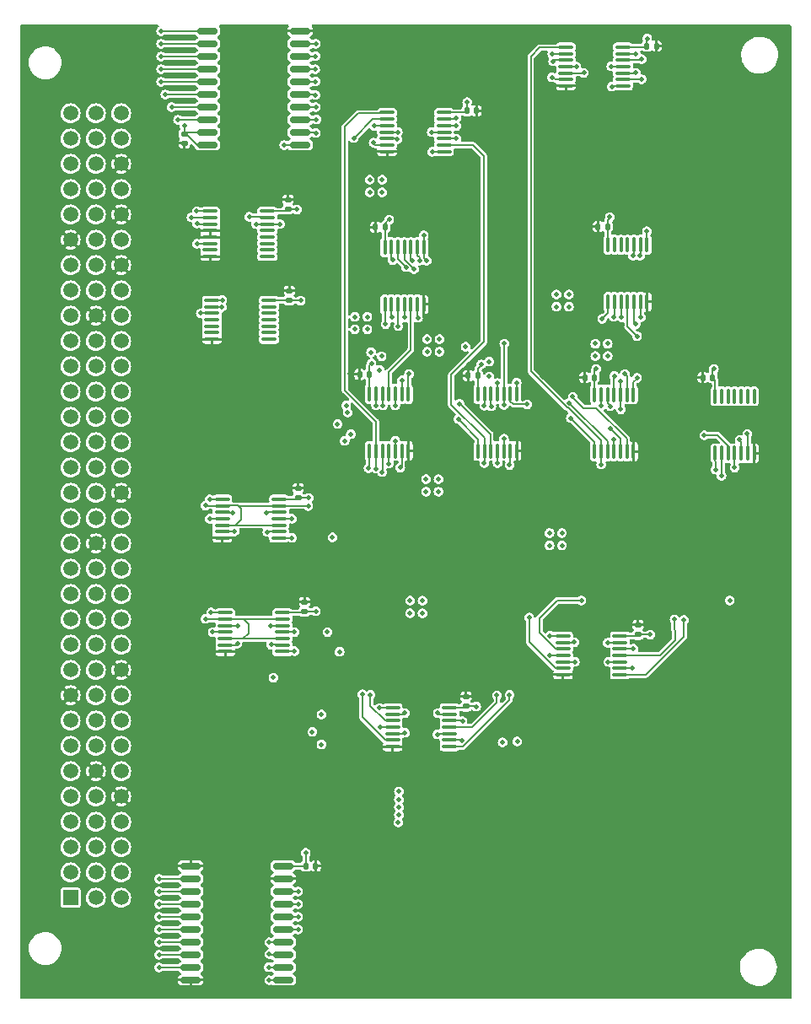
<source format=gbr>
%TF.GenerationSoftware,KiCad,Pcbnew,(7.0.0)*%
%TF.CreationDate,2023-12-30T22:17:33+02:00*%
%TF.ProjectId,alu,616c752e-6b69-4636-9164-5f7063625858,rev?*%
%TF.SameCoordinates,Original*%
%TF.FileFunction,Copper,L1,Top*%
%TF.FilePolarity,Positive*%
%FSLAX46Y46*%
G04 Gerber Fmt 4.6, Leading zero omitted, Abs format (unit mm)*
G04 Created by KiCad (PCBNEW (7.0.0)) date 2023-12-30 22:17:33*
%MOMM*%
%LPD*%
G01*
G04 APERTURE LIST*
G04 Aperture macros list*
%AMRoundRect*
0 Rectangle with rounded corners*
0 $1 Rounding radius*
0 $2 $3 $4 $5 $6 $7 $8 $9 X,Y pos of 4 corners*
0 Add a 4 corners polygon primitive as box body*
4,1,4,$2,$3,$4,$5,$6,$7,$8,$9,$2,$3,0*
0 Add four circle primitives for the rounded corners*
1,1,$1+$1,$2,$3*
1,1,$1+$1,$4,$5*
1,1,$1+$1,$6,$7*
1,1,$1+$1,$8,$9*
0 Add four rect primitives between the rounded corners*
20,1,$1+$1,$2,$3,$4,$5,0*
20,1,$1+$1,$4,$5,$6,$7,0*
20,1,$1+$1,$6,$7,$8,$9,0*
20,1,$1+$1,$8,$9,$2,$3,0*%
G04 Aperture macros list end*
%TA.AperFunction,SMDPad,CuDef*%
%ADD10RoundRect,0.140000X0.140000X0.170000X-0.140000X0.170000X-0.140000X-0.170000X0.140000X-0.170000X0*%
%TD*%
%TA.AperFunction,SMDPad,CuDef*%
%ADD11RoundRect,0.100000X0.100000X-0.637500X0.100000X0.637500X-0.100000X0.637500X-0.100000X-0.637500X0*%
%TD*%
%TA.AperFunction,SMDPad,CuDef*%
%ADD12RoundRect,0.140000X0.170000X-0.140000X0.170000X0.140000X-0.170000X0.140000X-0.170000X-0.140000X0*%
%TD*%
%TA.AperFunction,SMDPad,CuDef*%
%ADD13RoundRect,0.100000X-0.637500X-0.100000X0.637500X-0.100000X0.637500X0.100000X-0.637500X0.100000X0*%
%TD*%
%TA.AperFunction,ComponentPad*%
%ADD14R,1.508000X1.508000*%
%TD*%
%TA.AperFunction,ComponentPad*%
%ADD15C,1.508000*%
%TD*%
%TA.AperFunction,SMDPad,CuDef*%
%ADD16RoundRect,0.140000X-0.140000X-0.170000X0.140000X-0.170000X0.140000X0.170000X-0.140000X0.170000X0*%
%TD*%
%TA.AperFunction,SMDPad,CuDef*%
%ADD17RoundRect,0.150000X0.875000X0.150000X-0.875000X0.150000X-0.875000X-0.150000X0.875000X-0.150000X0*%
%TD*%
%TA.AperFunction,SMDPad,CuDef*%
%ADD18RoundRect,0.150000X-0.875000X-0.150000X0.875000X-0.150000X0.875000X0.150000X-0.875000X0.150000X0*%
%TD*%
%TA.AperFunction,SMDPad,CuDef*%
%ADD19RoundRect,0.140000X-0.170000X0.140000X-0.170000X-0.140000X0.170000X-0.140000X0.170000X0.140000X0*%
%TD*%
%TA.AperFunction,ViaPad*%
%ADD20C,0.460000*%
%TD*%
%TA.AperFunction,Conductor*%
%ADD21C,0.127000*%
%TD*%
G04 APERTURE END LIST*
D10*
%TO.P,C8,1*%
%TO.N,+5V*%
X98371600Y-48209200D03*
%TO.P,C8,2*%
%TO.N,GND*%
X97411600Y-48209200D03*
%TD*%
D11*
%TO.P,U10,1*%
%TO.N,Net-(U10-Pad1)*%
X109200400Y-70952200D03*
%TO.P,U10,2*%
%TO.N,Net-(U10-Pad2)*%
X109850400Y-70952200D03*
%TO.P,U10,3*%
%TO.N,Net-(U10-Pad3)*%
X110500400Y-70952200D03*
%TO.P,U10,4*%
%TO.N,/X_OUT6*%
X111150400Y-70952200D03*
%TO.P,U10,5*%
%TO.N,/T6*%
X111800400Y-70952200D03*
%TO.P,U10,6*%
%TO.N,Net-(U10-Pad6)*%
X112450400Y-70952200D03*
%TO.P,U10,7,GND*%
%TO.N,GND*%
X113100400Y-70952200D03*
%TO.P,U10,8*%
%TO.N,N/C*%
X113100400Y-65227200D03*
%TO.P,U10,9*%
X112450400Y-65227200D03*
%TO.P,U10,10*%
X111800400Y-65227200D03*
%TO.P,U10,11*%
X111150400Y-65227200D03*
%TO.P,U10,12*%
X110500400Y-65227200D03*
%TO.P,U10,13*%
X109850400Y-65227200D03*
%TO.P,U10,14,VCC*%
%TO.N,+5V*%
X109200400Y-65227200D03*
%TD*%
%TO.P,U3,1*%
%TO.N,Net-(U2-Pad3)*%
X76028000Y-55999300D03*
%TO.P,U3,2*%
%TO.N,Net-(U2-Pad6)*%
X76678000Y-55999300D03*
%TO.P,U3,3*%
%TO.N,Net-(U1-Pad5)*%
X77328000Y-55999300D03*
%TO.P,U3,4*%
%TO.N,Net-(U2-Pad8)*%
X77978000Y-55999300D03*
%TO.P,U3,5*%
%TO.N,Net-(U2-Pad11)*%
X78628000Y-55999300D03*
%TO.P,U3,6*%
%TO.N,Net-(U1-Pad10)*%
X79278000Y-55999300D03*
%TO.P,U3,7,GND*%
%TO.N,GND*%
X79928000Y-55999300D03*
%TO.P,U3,8*%
%TO.N,Net-(U1-Pad13)*%
X79928000Y-50274300D03*
%TO.P,U3,9*%
%TO.N,Net-(U3-Pad9)*%
X79278000Y-50274300D03*
%TO.P,U3,10*%
%TO.N,Net-(U3-Pad10)*%
X78628000Y-50274300D03*
%TO.P,U3,11*%
%TO.N,Net-(U3-Pad11)*%
X77978000Y-50274300D03*
%TO.P,U3,12*%
%TO.N,Net-(U3-Pad12)*%
X77328000Y-50274300D03*
%TO.P,U3,13*%
%TO.N,Net-(U3-Pad13)*%
X76678000Y-50274300D03*
%TO.P,U3,14,VCC*%
%TO.N,+5V*%
X76028000Y-50274300D03*
%TD*%
D12*
%TO.P,C13,1*%
%TO.N,+5V*%
X66294000Y-46454000D03*
%TO.P,C13,2*%
%TO.N,GND*%
X66294000Y-45494000D03*
%TD*%
D13*
%TO.P,U9,1*%
%TO.N,/X_OUT7*%
X93911500Y-89286800D03*
%TO.P,U9,2*%
%TO.N,/T7*%
X93911500Y-89936800D03*
%TO.P,U9,3*%
%TO.N,Net-(U6-Pad12)*%
X93911500Y-90586800D03*
%TO.P,U9,4*%
%TO.N,/X_OUT6*%
X93911500Y-91236800D03*
%TO.P,U9,5*%
%TO.N,/T6*%
X93911500Y-91886800D03*
%TO.P,U9,6*%
%TO.N,Net-(U10-Pad2)*%
X93911500Y-92536800D03*
%TO.P,U9,7,GND*%
%TO.N,GND*%
X93911500Y-93186800D03*
%TO.P,U9,8*%
%TO.N,Net-(U6-Pad4)*%
X99636500Y-93186800D03*
%TO.P,U9,9*%
%TO.N,/X_OUT5*%
X99636500Y-92536800D03*
%TO.P,U9,10*%
%TO.N,/T5*%
X99636500Y-91886800D03*
%TO.P,U9,11*%
%TO.N,Net-(U6-Pad1)*%
X99636500Y-91236800D03*
%TO.P,U9,12*%
%TO.N,/X_OUT4*%
X99636500Y-90586800D03*
%TO.P,U9,13*%
%TO.N,/T4*%
X99636500Y-89936800D03*
%TO.P,U9,14,VCC*%
%TO.N,+5V*%
X99636500Y-89286800D03*
%TD*%
D14*
%TO.P,J1,A1,A1*%
%TO.N,Net-(U13-A7)*%
X44449999Y-115569999D03*
D15*
%TO.P,J1,A2,A2*%
%TO.N,Net-(U13-A6)*%
X44450000Y-113030000D03*
%TO.P,J1,A3,A3*%
%TO.N,Net-(U13-A5)*%
X44450000Y-110490000D03*
%TO.P,J1,A4,A4*%
%TO.N,Net-(U13-A4)*%
X44450000Y-107950000D03*
%TO.P,J1,A5,A5*%
%TO.N,Net-(U13-A3)*%
X44450000Y-105410000D03*
%TO.P,J1,A6,A6*%
%TO.N,Net-(U13-A2)*%
X44450000Y-102870000D03*
%TO.P,J1,A7,A7*%
%TO.N,Net-(U13-A1)*%
X44450000Y-100330000D03*
%TO.P,J1,A8,A8*%
%TO.N,Net-(U13-A0)*%
X44450000Y-97790000D03*
%TO.P,J1,A9,A9*%
%TO.N,GND*%
X44450000Y-95250000D03*
%TO.P,J1,A10,A10*%
%TO.N,/Y_OUT0*%
X44450000Y-92710000D03*
%TO.P,J1,A11,A11*%
%TO.N,/Y_OUT1*%
X44450000Y-90170000D03*
%TO.P,J1,A12,A12*%
%TO.N,/Y_OUT2*%
X44450000Y-87630000D03*
%TO.P,J1,A13,A13*%
%TO.N,/Y_OUT3*%
X44450000Y-85090000D03*
%TO.P,J1,A14,A14*%
%TO.N,/Y_OUT4*%
X44450000Y-82550000D03*
%TO.P,J1,A15,A15*%
%TO.N,/Y_OUT5*%
X44450000Y-80010000D03*
%TO.P,J1,A16,A16*%
%TO.N,/Y_OUT6*%
X44450000Y-77470000D03*
%TO.P,J1,A17,A17*%
%TO.N,/Y_OUT7*%
X44450000Y-74930000D03*
%TO.P,J1,A18,A18*%
%TO.N,/X_IN0*%
X44450000Y-72390000D03*
%TO.P,J1,A19,A19*%
%TO.N,/X_IN1*%
X44450000Y-69850000D03*
%TO.P,J1,A20,A20*%
%TO.N,/X_IN2*%
X44450000Y-67310000D03*
%TO.P,J1,A21,A21*%
%TO.N,/X_IN3*%
X44450000Y-64770000D03*
%TO.P,J1,A22,A22*%
%TO.N,/X_IN4*%
X44450000Y-62230000D03*
%TO.P,J1,A23,A23*%
%TO.N,/X_IN5*%
X44450000Y-59690000D03*
%TO.P,J1,A24,A24*%
%TO.N,/X_IN6*%
X44450000Y-57150000D03*
%TO.P,J1,A25,A25*%
%TO.N,/X_IN7*%
X44450000Y-54610000D03*
%TO.P,J1,A26,A26*%
%TO.N,unconnected-(J1-PadA26)*%
X44450000Y-52070000D03*
%TO.P,J1,A27,A27*%
%TO.N,GND*%
X44450000Y-49530000D03*
%TO.P,J1,A28,A28*%
%TO.N,Net-(U29-E3)*%
X44450000Y-46990000D03*
%TO.P,J1,A29,A29*%
%TO.N,Net-(U29-A2)*%
X44450000Y-44450000D03*
%TO.P,J1,A30,A30*%
%TO.N,Net-(U29-A1)*%
X44450000Y-41910000D03*
%TO.P,J1,A31,A31*%
%TO.N,Net-(U29-A0)*%
X44450000Y-39370000D03*
%TO.P,J1,A32,A32*%
%TO.N,+5V*%
X44450000Y-36830000D03*
%TO.P,J1,B1,B1*%
%TO.N,unconnected-(J1-PadB1)*%
X46990000Y-115570000D03*
%TO.P,J1,B2,B2*%
%TO.N,unconnected-(J1-PadB2)*%
X46990000Y-113030000D03*
%TO.P,J1,B3,B3*%
%TO.N,unconnected-(J1-PadB3)*%
X46990000Y-110490000D03*
%TO.P,J1,B4,B4*%
%TO.N,unconnected-(J1-PadB4)*%
X46990000Y-107950000D03*
%TO.P,J1,B5,B5*%
%TO.N,unconnected-(J1-PadB5)*%
X46990000Y-105410000D03*
%TO.P,J1,B6,B6*%
%TO.N,GND*%
X46990000Y-102870000D03*
%TO.P,J1,B7,B7*%
%TO.N,unconnected-(J1-PadB7)*%
X46990000Y-100330000D03*
%TO.P,J1,B8,B8*%
%TO.N,unconnected-(J1-PadB8)*%
X46990000Y-97790000D03*
%TO.P,J1,B9,B9*%
%TO.N,unconnected-(J1-PadB9)*%
X46990000Y-95250000D03*
%TO.P,J1,B10,B10*%
%TO.N,unconnected-(J1-PadB10)*%
X46990000Y-92710000D03*
%TO.P,J1,B11,B11*%
%TO.N,unconnected-(J1-PadB11)*%
X46990000Y-90170000D03*
%TO.P,J1,B12,B12*%
%TO.N,unconnected-(J1-PadB12)*%
X46990000Y-87630000D03*
%TO.P,J1,B13,B13*%
%TO.N,unconnected-(J1-PadB13)*%
X46990000Y-85090000D03*
%TO.P,J1,B14,B14*%
%TO.N,unconnected-(J1-PadB14)*%
X46990000Y-82550000D03*
%TO.P,J1,B15,B15*%
%TO.N,GND*%
X46990000Y-80010000D03*
%TO.P,J1,B16,B16*%
%TO.N,unconnected-(J1-PadB16)*%
X46990000Y-77470000D03*
%TO.P,J1,B17,B17*%
%TO.N,unconnected-(J1-PadB17)*%
X46990000Y-74930000D03*
%TO.P,J1,B18,B18*%
%TO.N,unconnected-(J1-PadB18)*%
X46990000Y-72390000D03*
%TO.P,J1,B19,B19*%
%TO.N,unconnected-(J1-PadB19)*%
X46990000Y-69850000D03*
%TO.P,J1,B20,B20*%
%TO.N,unconnected-(J1-PadB20)*%
X46990000Y-67310000D03*
%TO.P,J1,B21,B21*%
%TO.N,unconnected-(J1-PadB21)*%
X46990000Y-64770000D03*
%TO.P,J1,B22,B22*%
%TO.N,unconnected-(J1-PadB22)*%
X46990000Y-62230000D03*
%TO.P,J1,B23,B23*%
%TO.N,unconnected-(J1-PadB23)*%
X46990000Y-59690000D03*
%TO.P,J1,B24,B24*%
%TO.N,GND*%
X46990000Y-57150000D03*
%TO.P,J1,B25,B25*%
%TO.N,unconnected-(J1-PadB25)*%
X46990000Y-54610000D03*
%TO.P,J1,B26,B26*%
%TO.N,unconnected-(J1-PadB26)*%
X46990000Y-52070000D03*
%TO.P,J1,B27,B27*%
%TO.N,unconnected-(J1-PadB27)*%
X46990000Y-49530000D03*
%TO.P,J1,B28,B28*%
%TO.N,unconnected-(J1-PadB28)*%
X46990000Y-46990000D03*
%TO.P,J1,B29,B29*%
%TO.N,unconnected-(J1-PadB29)*%
X46990000Y-44450000D03*
%TO.P,J1,B30,B30*%
%TO.N,unconnected-(J1-PadB30)*%
X46990000Y-41910000D03*
%TO.P,J1,B31,B31*%
%TO.N,unconnected-(J1-PadB31)*%
X46990000Y-39370000D03*
%TO.P,J1,B32,B32*%
%TO.N,unconnected-(J1-PadB32)*%
X46990000Y-36830000D03*
%TO.P,J1,C1,C1*%
%TO.N,unconnected-(J1-PadC1)*%
X49530000Y-115570000D03*
%TO.P,J1,C2,C2*%
%TO.N,unconnected-(J1-PadC2)*%
X49530000Y-113030000D03*
%TO.P,J1,C3,C3*%
%TO.N,unconnected-(J1-PadC3)*%
X49530000Y-110490000D03*
%TO.P,J1,C4,C4*%
%TO.N,unconnected-(J1-PadC4)*%
X49530000Y-107950000D03*
%TO.P,J1,C5,C5*%
%TO.N,GND*%
X49530000Y-105410000D03*
%TO.P,J1,C6,C6*%
%TO.N,unconnected-(J1-PadC6)*%
X49530000Y-102870000D03*
%TO.P,J1,C7,C7*%
%TO.N,unconnected-(J1-PadC7)*%
X49530000Y-100330000D03*
%TO.P,J1,C8,C8*%
%TO.N,unconnected-(J1-PadC8)*%
X49530000Y-97790000D03*
%TO.P,J1,C9,C9*%
%TO.N,unconnected-(J1-PadC9)*%
X49530000Y-95250000D03*
%TO.P,J1,C10,C10*%
%TO.N,GND*%
X49530000Y-92710000D03*
%TO.P,J1,C11,C11*%
%TO.N,unconnected-(J1-PadC11)*%
X49530000Y-90170000D03*
%TO.P,J1,C12,C12*%
%TO.N,unconnected-(J1-PadC12)*%
X49530000Y-87630000D03*
%TO.P,J1,C13,C13*%
%TO.N,unconnected-(J1-PadC13)*%
X49530000Y-85090000D03*
%TO.P,J1,C14,C14*%
%TO.N,unconnected-(J1-PadC14)*%
X49530000Y-82550000D03*
%TO.P,J1,C15,C15*%
%TO.N,unconnected-(J1-PadC15)*%
X49530000Y-80010000D03*
%TO.P,J1,C16,C16*%
%TO.N,unconnected-(J1-PadC16)*%
X49530000Y-77470000D03*
%TO.P,J1,C17,C17*%
%TO.N,GND*%
X49530000Y-74930000D03*
%TO.P,J1,C18,C18*%
%TO.N,unconnected-(J1-PadC18)*%
X49530000Y-72390000D03*
%TO.P,J1,C19,C19*%
%TO.N,unconnected-(J1-PadC19)*%
X49530000Y-69850000D03*
%TO.P,J1,C20,C20*%
%TO.N,unconnected-(J1-PadC20)*%
X49530000Y-67310000D03*
%TO.P,J1,C21,C21*%
%TO.N,unconnected-(J1-PadC21)*%
X49530000Y-64770000D03*
%TO.P,J1,C22,C22*%
%TO.N,unconnected-(J1-PadC22)*%
X49530000Y-62230000D03*
%TO.P,J1,C23,C23*%
%TO.N,unconnected-(J1-PadC23)*%
X49530000Y-59690000D03*
%TO.P,J1,C24,C24*%
%TO.N,unconnected-(J1-PadC24)*%
X49530000Y-57150000D03*
%TO.P,J1,C25,C25*%
%TO.N,unconnected-(J1-PadC25)*%
X49530000Y-54610000D03*
%TO.P,J1,C26,C26*%
%TO.N,GND*%
X49530000Y-52070000D03*
%TO.P,J1,C27,C27*%
%TO.N,unconnected-(J1-PadC27)*%
X49530000Y-49530000D03*
%TO.P,J1,C28,C28*%
%TO.N,GND*%
X49530000Y-46990000D03*
%TO.P,J1,C29,C29*%
%TO.N,+5V*%
X49530000Y-44450000D03*
%TO.P,J1,C30,C30*%
%TO.N,GND*%
X49530000Y-41910000D03*
%TO.P,J1,C31,C31*%
%TO.N,unconnected-(J1-PadC31)*%
X49530000Y-39370000D03*
%TO.P,J1,C32,C32*%
%TO.N,+5V*%
X49530000Y-36830000D03*
%TD*%
D10*
%TO.P,C4,1*%
%TO.N,+5V*%
X85344000Y-63144400D03*
%TO.P,C4,2*%
%TO.N,GND*%
X84384000Y-63144400D03*
%TD*%
D13*
%TO.P,U1,1*%
%TO.N,Net-(U1-Pad1)*%
X76233100Y-36759600D03*
%TO.P,U1,2*%
%TO.N,Net-(U29-Y1)*%
X76233100Y-37409600D03*
%TO.P,U1,3*%
%TO.N,/RESULT0*%
X76233100Y-38059600D03*
%TO.P,U1,4*%
%TO.N,Net-(U1-Pad4)*%
X76233100Y-38709600D03*
%TO.P,U1,5*%
%TO.N,Net-(U1-Pad5)*%
X76233100Y-39359600D03*
%TO.P,U1,6*%
%TO.N,/RESULT1*%
X76233100Y-40009600D03*
%TO.P,U1,7,GND*%
%TO.N,GND*%
X76233100Y-40659600D03*
%TO.P,U1,8*%
%TO.N,/RESULT2*%
X81958100Y-40659600D03*
%TO.P,U1,9*%
%TO.N,Net-(U1-Pad9)*%
X81958100Y-40009600D03*
%TO.P,U1,10*%
%TO.N,Net-(U1-Pad10)*%
X81958100Y-39359600D03*
%TO.P,U1,11*%
%TO.N,/RESULT3*%
X81958100Y-38709600D03*
%TO.P,U1,12*%
%TO.N,Net-(U1-Pad12)*%
X81958100Y-38059600D03*
%TO.P,U1,13*%
%TO.N,Net-(U1-Pad13)*%
X81958100Y-37409600D03*
%TO.P,U1,14,VCC*%
%TO.N,+5V*%
X81958100Y-36759600D03*
%TD*%
D12*
%TO.P,C25,1*%
%TO.N,+5V*%
X67310000Y-75410000D03*
%TO.P,C25,2*%
%TO.N,GND*%
X67310000Y-74450000D03*
%TD*%
D11*
%TO.P,U7,1*%
%TO.N,Net-(U3-Pad11)*%
X97070800Y-70764400D03*
%TO.P,U7,2*%
%TO.N,Net-(U6-Pad1)*%
X97720800Y-70764400D03*
%TO.P,U7,3*%
%TO.N,Net-(U7-Pad3)*%
X98370800Y-70764400D03*
%TO.P,U7,4*%
%TO.N,/X_OUT4*%
X99020800Y-70764400D03*
%TO.P,U7,5*%
%TO.N,/T4*%
X99670800Y-70764400D03*
%TO.P,U7,6*%
%TO.N,Net-(U7-Pad6)*%
X100320800Y-70764400D03*
%TO.P,U7,7,GND*%
%TO.N,GND*%
X100970800Y-70764400D03*
%TO.P,U7,8*%
%TO.N,Net-(U7-Pad8)*%
X100970800Y-65039400D03*
%TO.P,U7,9*%
%TO.N,Net-(U6-Pad5)*%
X100320800Y-65039400D03*
%TO.P,U7,10*%
%TO.N,Net-(U6-Pad4)*%
X99670800Y-65039400D03*
%TO.P,U7,11*%
%TO.N,Net-(U7-Pad11)*%
X99020800Y-65039400D03*
%TO.P,U7,12*%
%TO.N,/X_OUT5*%
X98370800Y-65039400D03*
%TO.P,U7,13*%
%TO.N,/T5*%
X97720800Y-65039400D03*
%TO.P,U7,14,VCC*%
%TO.N,+5V*%
X97070800Y-65039400D03*
%TD*%
D10*
%TO.P,C3,1*%
%TO.N,+5V*%
X74444800Y-63042800D03*
%TO.P,C3,2*%
%TO.N,GND*%
X73484800Y-63042800D03*
%TD*%
D11*
%TO.P,U8,1*%
%TO.N,Net-(U7-Pad3)*%
X98430800Y-55745300D03*
%TO.P,U8,2*%
%TO.N,Net-(U7-Pad6)*%
X99080800Y-55745300D03*
%TO.P,U8,3*%
%TO.N,Net-(U6-Pad5)*%
X99730800Y-55745300D03*
%TO.P,U8,4*%
%TO.N,Net-(U7-Pad8)*%
X100380800Y-55745300D03*
%TO.P,U8,5*%
%TO.N,Net-(U7-Pad11)*%
X101030800Y-55745300D03*
%TO.P,U8,6*%
%TO.N,Net-(U10-Pad1)*%
X101680800Y-55745300D03*
%TO.P,U8,7,GND*%
%TO.N,GND*%
X102330800Y-55745300D03*
%TO.P,U8,8*%
%TO.N,Net-(U6-Pad13)*%
X102330800Y-50020300D03*
%TO.P,U8,9*%
%TO.N,Net-(U10-Pad3)*%
X101680800Y-50020300D03*
%TO.P,U8,10*%
%TO.N,Net-(U10-Pad6)*%
X101030800Y-50020300D03*
%TO.P,U8,11*%
%TO.N,N/C*%
X100380800Y-50020300D03*
%TO.P,U8,12*%
X99730800Y-50020300D03*
%TO.P,U8,13*%
X99080800Y-50020300D03*
%TO.P,U8,14,VCC*%
%TO.N,+5V*%
X98430800Y-50020300D03*
%TD*%
D13*
%TO.P,U6,1*%
%TO.N,Net-(U6-Pad1)*%
X94198600Y-30185600D03*
%TO.P,U6,2*%
%TO.N,Net-(U3-Pad11)*%
X94198600Y-30835600D03*
%TO.P,U6,3*%
%TO.N,/RESULT4*%
X94198600Y-31485600D03*
%TO.P,U6,4*%
%TO.N,Net-(U6-Pad4)*%
X94198600Y-32135600D03*
%TO.P,U6,5*%
%TO.N,Net-(U6-Pad5)*%
X94198600Y-32785600D03*
%TO.P,U6,6*%
%TO.N,/RESULT5*%
X94198600Y-33435600D03*
%TO.P,U6,7,GND*%
%TO.N,GND*%
X94198600Y-34085600D03*
%TO.P,U6,8*%
%TO.N,/RESULT6*%
X99923600Y-34085600D03*
%TO.P,U6,9*%
%TO.N,Net-(U10-Pad2)*%
X99923600Y-33435600D03*
%TO.P,U6,10*%
%TO.N,Net-(U10-Pad1)*%
X99923600Y-32785600D03*
%TO.P,U6,11*%
%TO.N,/RESULT7*%
X99923600Y-32135600D03*
%TO.P,U6,12*%
%TO.N,Net-(U6-Pad12)*%
X99923600Y-31485600D03*
%TO.P,U6,13*%
%TO.N,Net-(U6-Pad13)*%
X99923600Y-30835600D03*
%TO.P,U6,14,VCC*%
%TO.N,+5V*%
X99923600Y-30185600D03*
%TD*%
D11*
%TO.P,U5,1*%
%TO.N,Net-(U1-Pad10)*%
X85376400Y-70713600D03*
%TO.P,U5,2*%
%TO.N,Net-(U1-Pad9)*%
X86026400Y-70713600D03*
%TO.P,U5,3*%
%TO.N,Net-(U3-Pad9)*%
X86676400Y-70713600D03*
%TO.P,U5,4*%
%TO.N,/X_OUT2*%
X87326400Y-70713600D03*
%TO.P,U5,5*%
%TO.N,/T2*%
X87976400Y-70713600D03*
%TO.P,U5,6*%
%TO.N,Net-(U3-Pad10)*%
X88626400Y-70713600D03*
%TO.P,U5,7,GND*%
%TO.N,GND*%
X89276400Y-70713600D03*
%TO.P,U5,8*%
%TO.N,Net-(U3-Pad12)*%
X89276400Y-64988600D03*
%TO.P,U5,9*%
%TO.N,Net-(U1-Pad13)*%
X88626400Y-64988600D03*
%TO.P,U5,10*%
%TO.N,Net-(U1-Pad12)*%
X87976400Y-64988600D03*
%TO.P,U5,11*%
%TO.N,Net-(U3-Pad13)*%
X87326400Y-64988600D03*
%TO.P,U5,12*%
%TO.N,/X_OUT3*%
X86676400Y-64988600D03*
%TO.P,U5,13*%
%TO.N,/T3*%
X86026400Y-64988600D03*
%TO.P,U5,14,VCC*%
%TO.N,+5V*%
X85376400Y-64988600D03*
%TD*%
D10*
%TO.P,C6,1*%
%TO.N,+5V*%
X108915200Y-63347600D03*
%TO.P,C6,2*%
%TO.N,GND*%
X107955200Y-63347600D03*
%TD*%
D13*
%TO.P,U30,1*%
%TO.N,Net-(U29-Y0)*%
X58656300Y-55606400D03*
%TO.P,U30,2*%
%TO.N,Net-(U29-Y1)*%
X58656300Y-56256400D03*
%TO.P,U30,3*%
%TO.N,Net-(U31-GAB)*%
X58656300Y-56906400D03*
%TO.P,U30,4*%
%TO.N,N/C*%
X58656300Y-57556400D03*
%TO.P,U30,5*%
X58656300Y-58206400D03*
%TO.P,U30,6*%
X58656300Y-58856400D03*
%TO.P,U30,7,GND*%
%TO.N,GND*%
X58656300Y-59506400D03*
%TO.P,U30,8*%
%TO.N,N/C*%
X64381300Y-59506400D03*
%TO.P,U30,9*%
X64381300Y-58856400D03*
%TO.P,U30,10*%
X64381300Y-58206400D03*
%TO.P,U30,11*%
X64381300Y-57556400D03*
%TO.P,U30,12*%
X64381300Y-56906400D03*
%TO.P,U30,13*%
X64381300Y-56256400D03*
%TO.P,U30,14,VCC*%
%TO.N,+5V*%
X64381300Y-55606400D03*
%TD*%
D16*
%TO.P,C10,1*%
%TO.N,+5V*%
X102339200Y-30073600D03*
%TO.P,C10,2*%
%TO.N,GND*%
X103299200Y-30073600D03*
%TD*%
D10*
%TO.P,C7,1*%
%TO.N,+5V*%
X76019600Y-48260000D03*
%TO.P,C7,2*%
%TO.N,GND*%
X75059600Y-48260000D03*
%TD*%
D13*
%TO.P,U4,1*%
%TO.N,/X_OUT0*%
X76791900Y-96500400D03*
%TO.P,U4,2*%
%TO.N,/T0*%
X76791900Y-97150400D03*
%TO.P,U4,3*%
%TO.N,Net-(U1-Pad1)*%
X76791900Y-97800400D03*
%TO.P,U4,4*%
%TO.N,/X_OUT1*%
X76791900Y-98450400D03*
%TO.P,U4,5*%
%TO.N,/T1*%
X76791900Y-99100400D03*
%TO.P,U4,6*%
%TO.N,Net-(U1-Pad4)*%
X76791900Y-99750400D03*
%TO.P,U4,7,GND*%
%TO.N,GND*%
X76791900Y-100400400D03*
%TO.P,U4,8*%
%TO.N,Net-(U1-Pad9)*%
X82516900Y-100400400D03*
%TO.P,U4,9*%
%TO.N,/X_OUT2*%
X82516900Y-99750400D03*
%TO.P,U4,10*%
%TO.N,/T2*%
X82516900Y-99100400D03*
%TO.P,U4,11*%
%TO.N,Net-(U1-Pad12)*%
X82516900Y-98450400D03*
%TO.P,U4,12*%
%TO.N,/X_OUT3*%
X82516900Y-97800400D03*
%TO.P,U4,13*%
%TO.N,/T3*%
X82516900Y-97150400D03*
%TO.P,U4,14,VCC*%
%TO.N,+5V*%
X82516900Y-96500400D03*
%TD*%
D16*
%TO.P,C9,1*%
%TO.N,+5V*%
X84254400Y-36576000D03*
%TO.P,C9,2*%
%TO.N,GND*%
X85214400Y-36576000D03*
%TD*%
D12*
%TO.P,C26,1*%
%TO.N,+5V*%
X67945000Y-86840000D03*
%TO.P,C26,2*%
%TO.N,GND*%
X67945000Y-85880000D03*
%TD*%
D13*
%TO.P,U29,1,A0*%
%TO.N,Net-(U29-A0)*%
X58486200Y-46655200D03*
%TO.P,U29,2,A1*%
%TO.N,Net-(U29-A1)*%
X58486200Y-47305200D03*
%TO.P,U29,3,A2*%
%TO.N,Net-(U29-A2)*%
X58486200Y-47955200D03*
%TO.P,U29,4,~{E1}*%
%TO.N,GND*%
X58486200Y-48605200D03*
%TO.P,U29,5,~{E2}*%
X58486200Y-49255200D03*
%TO.P,U29,6,E3*%
%TO.N,Net-(U29-E3)*%
X58486200Y-49905200D03*
%TO.P,U29,7,Y7*%
%TO.N,unconnected-(U29-Y7-Pad7)*%
X58486200Y-50555200D03*
%TO.P,U29,8,GND*%
%TO.N,GND*%
X58486200Y-51205200D03*
%TO.P,U29,9,Y6*%
%TO.N,unconnected-(U29-Y6-Pad9)*%
X64211200Y-51205200D03*
%TO.P,U29,10,Y5*%
%TO.N,unconnected-(U29-Y5-Pad10)*%
X64211200Y-50555200D03*
%TO.P,U29,11,Y4*%
%TO.N,unconnected-(U29-Y4-Pad11)*%
X64211200Y-49905200D03*
%TO.P,U29,12,Y3*%
%TO.N,unconnected-(U29-Y3-Pad12)*%
X64211200Y-49255200D03*
%TO.P,U29,13,Y2*%
%TO.N,unconnected-(U29-Y2-Pad13)*%
X64211200Y-48605200D03*
%TO.P,U29,14,Y1*%
%TO.N,Net-(U29-Y1)*%
X64211200Y-47955200D03*
%TO.P,U29,15,Y0*%
%TO.N,Net-(U29-Y0)*%
X64211200Y-47305200D03*
%TO.P,U29,16,VCC*%
%TO.N,+5V*%
X64211200Y-46655200D03*
%TD*%
D17*
%TO.P,U31,1,GAB*%
%TO.N,Net-(U31-GAB)*%
X67515000Y-40005000D03*
%TO.P,U31,2,A0*%
%TO.N,/RESULT0*%
X67515000Y-38735000D03*
%TO.P,U31,3,A1*%
%TO.N,/RESULT1*%
X67515000Y-37465000D03*
%TO.P,U31,4,A2*%
%TO.N,/RESULT2*%
X67515000Y-36195000D03*
%TO.P,U31,5,A3*%
%TO.N,/RESULT3*%
X67515000Y-34925000D03*
%TO.P,U31,6,A4*%
%TO.N,/RESULT4*%
X67515000Y-33655000D03*
%TO.P,U31,7,A5*%
%TO.N,/RESULT5*%
X67515000Y-32385000D03*
%TO.P,U31,8,A6*%
%TO.N,/RESULT6*%
X67515000Y-31115000D03*
%TO.P,U31,9,A7*%
%TO.N,/RESULT7*%
X67515000Y-29845000D03*
%TO.P,U31,10,GND*%
%TO.N,GND*%
X67515000Y-28575000D03*
%TO.P,U31,11,B7*%
%TO.N,/X_IN7*%
X58215000Y-28575000D03*
%TO.P,U31,12,B6*%
%TO.N,/X_IN6*%
X58215000Y-29845000D03*
%TO.P,U31,13,B5*%
%TO.N,/X_IN5*%
X58215000Y-31115000D03*
%TO.P,U31,14,B4*%
%TO.N,/X_IN4*%
X58215000Y-32385000D03*
%TO.P,U31,15,B3*%
%TO.N,/X_IN3*%
X58215000Y-33655000D03*
%TO.P,U31,16,B2*%
%TO.N,/X_IN2*%
X58215000Y-34925000D03*
%TO.P,U31,17,B1*%
%TO.N,/X_IN1*%
X58215000Y-36195000D03*
%TO.P,U31,18,B0*%
%TO.N,/X_IN0*%
X58215000Y-37465000D03*
%TO.P,U31,19,~{GBA}*%
%TO.N,+5V*%
X58215000Y-38735000D03*
%TO.P,U31,20,VCC*%
X58215000Y-40005000D03*
%TD*%
D18*
%TO.P,U13,1,G1*%
%TO.N,GND*%
X56515000Y-112395000D03*
%TO.P,U13,2,A0*%
%TO.N,Net-(U13-A0)*%
X56515000Y-113665000D03*
%TO.P,U13,3,A1*%
%TO.N,Net-(U13-A1)*%
X56515000Y-114935000D03*
%TO.P,U13,4,A2*%
%TO.N,Net-(U13-A2)*%
X56515000Y-116205000D03*
%TO.P,U13,5,A3*%
%TO.N,Net-(U13-A3)*%
X56515000Y-117475000D03*
%TO.P,U13,6,A4*%
%TO.N,Net-(U13-A4)*%
X56515000Y-118745000D03*
%TO.P,U13,7,A5*%
%TO.N,Net-(U13-A5)*%
X56515000Y-120015000D03*
%TO.P,U13,8,A6*%
%TO.N,Net-(U13-A6)*%
X56515000Y-121285000D03*
%TO.P,U13,9,A7*%
%TO.N,Net-(U13-A7)*%
X56515000Y-122555000D03*
%TO.P,U13,10,GND*%
%TO.N,GND*%
X56515000Y-123825000D03*
%TO.P,U13,11,Y7*%
%TO.N,/X_OUT0*%
X65815000Y-123825000D03*
%TO.P,U13,12,Y6*%
%TO.N,/X_OUT1*%
X65815000Y-122555000D03*
%TO.P,U13,13,Y5*%
%TO.N,/X_OUT2*%
X65815000Y-121285000D03*
%TO.P,U13,14,Y4*%
%TO.N,/X_OUT3*%
X65815000Y-120015000D03*
%TO.P,U13,15,Y3*%
%TO.N,/X_OUT4*%
X65815000Y-118745000D03*
%TO.P,U13,16,Y2*%
%TO.N,/X_OUT5*%
X65815000Y-117475000D03*
%TO.P,U13,17,Y1*%
%TO.N,/X_OUT6*%
X65815000Y-116205000D03*
%TO.P,U13,18,Y0*%
%TO.N,/X_OUT7*%
X65815000Y-114935000D03*
%TO.P,U13,19,G2*%
%TO.N,GND*%
X65815000Y-113665000D03*
%TO.P,U13,20,VCC*%
%TO.N,+5V*%
X65815000Y-112395000D03*
%TD*%
D16*
%TO.P,C23,1*%
%TO.N,+5V*%
X68100000Y-112395000D03*
%TO.P,C23,2*%
%TO.N,GND*%
X69060000Y-112395000D03*
%TD*%
D13*
%TO.P,U15,1*%
%TO.N,/Y_OUT0*%
X60002500Y-86950000D03*
%TO.P,U15,2*%
%TO.N,Net-(U29-Y1)*%
X60002500Y-87600000D03*
%TO.P,U15,3*%
%TO.N,/T0*%
X60002500Y-88250000D03*
%TO.P,U15,4*%
%TO.N,/Y_OUT1*%
X60002500Y-88900000D03*
%TO.P,U15,5*%
%TO.N,Net-(U29-Y1)*%
X60002500Y-89550000D03*
%TO.P,U15,6*%
%TO.N,/T1*%
X60002500Y-90200000D03*
%TO.P,U15,7,GND*%
%TO.N,GND*%
X60002500Y-90850000D03*
%TO.P,U15,8*%
%TO.N,/T2*%
X65727500Y-90850000D03*
%TO.P,U15,9*%
%TO.N,/Y_OUT2*%
X65727500Y-90200000D03*
%TO.P,U15,10*%
%TO.N,Net-(U29-Y1)*%
X65727500Y-89550000D03*
%TO.P,U15,11*%
%TO.N,/T3*%
X65727500Y-88900000D03*
%TO.P,U15,12*%
%TO.N,/Y_OUT3*%
X65727500Y-88250000D03*
%TO.P,U15,13*%
%TO.N,Net-(U29-Y1)*%
X65727500Y-87600000D03*
%TO.P,U15,14,VCC*%
%TO.N,+5V*%
X65727500Y-86950000D03*
%TD*%
%TO.P,U14,1*%
%TO.N,/Y_OUT4*%
X59680000Y-75565000D03*
%TO.P,U14,2*%
%TO.N,Net-(U29-Y1)*%
X59680000Y-76215000D03*
%TO.P,U14,3*%
%TO.N,/T4*%
X59680000Y-76865000D03*
%TO.P,U14,4*%
%TO.N,/Y_OUT5*%
X59680000Y-77515000D03*
%TO.P,U14,5*%
%TO.N,Net-(U29-Y1)*%
X59680000Y-78165000D03*
%TO.P,U14,6*%
%TO.N,/T5*%
X59680000Y-78815000D03*
%TO.P,U14,7,GND*%
%TO.N,GND*%
X59680000Y-79465000D03*
%TO.P,U14,8*%
%TO.N,/T6*%
X65405000Y-79465000D03*
%TO.P,U14,9*%
%TO.N,/Y_OUT6*%
X65405000Y-78815000D03*
%TO.P,U14,10*%
%TO.N,Net-(U29-Y1)*%
X65405000Y-78165000D03*
%TO.P,U14,11*%
%TO.N,/T7*%
X65405000Y-77515000D03*
%TO.P,U14,12*%
%TO.N,/Y_OUT7*%
X65405000Y-76865000D03*
%TO.P,U14,13*%
%TO.N,Net-(U29-Y1)*%
X65405000Y-76215000D03*
%TO.P,U14,14,VCC*%
%TO.N,+5V*%
X65405000Y-75565000D03*
%TD*%
D12*
%TO.P,C1,1*%
%TO.N,+5V*%
X84175600Y-96339600D03*
%TO.P,C1,2*%
%TO.N,GND*%
X84175600Y-95379600D03*
%TD*%
D19*
%TO.P,C24,1*%
%TO.N,+5V*%
X55880000Y-38890000D03*
%TO.P,C24,2*%
%TO.N,GND*%
X55880000Y-39850000D03*
%TD*%
D12*
%TO.P,C2,1*%
%TO.N,+5V*%
X101447600Y-89154000D03*
%TO.P,C2,2*%
%TO.N,GND*%
X101447600Y-88194000D03*
%TD*%
D10*
%TO.P,C5,1*%
%TO.N,+5V*%
X97050800Y-63347600D03*
%TO.P,C5,2*%
%TO.N,GND*%
X96090800Y-63347600D03*
%TD*%
D11*
%TO.P,U2,1*%
%TO.N,Net-(U29-Y1)*%
X74464800Y-70713600D03*
%TO.P,U2,2*%
%TO.N,Net-(U1-Pad1)*%
X75114800Y-70713600D03*
%TO.P,U2,3*%
%TO.N,Net-(U2-Pad3)*%
X75764800Y-70713600D03*
%TO.P,U2,4*%
%TO.N,/X_OUT0*%
X76414800Y-70713600D03*
%TO.P,U2,5*%
%TO.N,/T0*%
X77064800Y-70713600D03*
%TO.P,U2,6*%
%TO.N,Net-(U2-Pad6)*%
X77714800Y-70713600D03*
%TO.P,U2,7,GND*%
%TO.N,GND*%
X78364800Y-70713600D03*
%TO.P,U2,8*%
%TO.N,Net-(U2-Pad8)*%
X78364800Y-64988600D03*
%TO.P,U2,9*%
%TO.N,Net-(U1-Pad5)*%
X77714800Y-64988600D03*
%TO.P,U2,10*%
%TO.N,Net-(U1-Pad4)*%
X77064800Y-64988600D03*
%TO.P,U2,11*%
%TO.N,Net-(U2-Pad11)*%
X76414800Y-64988600D03*
%TO.P,U2,12*%
%TO.N,/X_OUT1*%
X75764800Y-64988600D03*
%TO.P,U2,13*%
%TO.N,/T1*%
X75114800Y-64988600D03*
%TO.P,U2,14,VCC*%
%TO.N,+5V*%
X74464800Y-64988600D03*
%TD*%
D12*
%TO.P,C14,1*%
%TO.N,+5V*%
X66421000Y-55598000D03*
%TO.P,C14,2*%
%TO.N,GND*%
X66421000Y-54638000D03*
%TD*%
D20*
%TO.N,+5V*%
X67183000Y-46482000D03*
X81400000Y-73550000D03*
X74500000Y-44750000D03*
X98400000Y-61200000D03*
X78550000Y-85750000D03*
X98400000Y-59950000D03*
X92550000Y-78950000D03*
X94500000Y-56250000D03*
X86500000Y-61750000D03*
X76454000Y-47498000D03*
X73000000Y-57250000D03*
X77419200Y-104902000D03*
X81500000Y-59500000D03*
X68376800Y-75438000D03*
X97231200Y-62484000D03*
X102666800Y-89154000D03*
X74625200Y-60807600D03*
X80150000Y-74800000D03*
X80250000Y-59500000D03*
X80150000Y-73550000D03*
X85699600Y-62026800D03*
X85191600Y-96367600D03*
X81500000Y-60750000D03*
X75750000Y-43500000D03*
X74500000Y-43500000D03*
X93250000Y-55000000D03*
X73000000Y-58500000D03*
X93800000Y-78950000D03*
X79800000Y-85750000D03*
X77419200Y-105714800D03*
X69088000Y-86817200D03*
X75750000Y-44750000D03*
X84124800Y-60248800D03*
X68072000Y-111048800D03*
X93800000Y-80200000D03*
X74250000Y-58500000D03*
X93250000Y-56250000D03*
X74676000Y-61925200D03*
X77419200Y-107238800D03*
X98602800Y-47244000D03*
X79800000Y-87000000D03*
X77368400Y-108000800D03*
X80250000Y-60750000D03*
X67564000Y-55626000D03*
X84277200Y-35712400D03*
X97150000Y-59950000D03*
X77419200Y-106476800D03*
X94500000Y-55000000D03*
X86500000Y-63250000D03*
X102362000Y-29311600D03*
X74250000Y-57250000D03*
X109067600Y-62484000D03*
X75488800Y-62585600D03*
X75692000Y-61214000D03*
X97150000Y-61200000D03*
X81400000Y-74800000D03*
X55880000Y-38100000D03*
X78550000Y-87000000D03*
X92550000Y-80200000D03*
%TO.N,GND*%
X67500000Y-59522400D03*
X64770000Y-34950400D03*
X111000000Y-113750000D03*
X93900000Y-43600000D03*
X112750000Y-111822400D03*
X92150000Y-43600000D03*
X60147200Y-36220400D03*
X106550000Y-38650000D03*
X90271600Y-70764400D03*
X93929200Y-94284800D03*
X113080800Y-69545200D03*
X58420000Y-90881200D03*
X67500000Y-65200000D03*
X56515000Y-125095000D03*
X60000000Y-48400000D03*
X58420000Y-121285000D03*
X60147200Y-33680400D03*
X67360800Y-73406000D03*
X58547000Y-52070000D03*
X103428800Y-55778400D03*
X60800000Y-103000000D03*
X78435200Y-69342000D03*
X97600000Y-108122400D03*
X97434400Y-47040800D03*
X68986400Y-85902800D03*
X61671200Y-123799600D03*
X79908400Y-54610000D03*
X96367600Y-48209200D03*
X68376800Y-74422000D03*
X60147200Y-37490400D03*
X75133200Y-47244000D03*
X92350000Y-111872400D03*
X86207600Y-36576000D03*
X101396800Y-87122000D03*
X106550000Y-40472400D03*
X60600000Y-47345600D03*
X101955600Y-70764400D03*
X77622400Y-40690800D03*
X59740800Y-80467200D03*
X59690000Y-51181000D03*
X97434400Y-49276000D03*
X81076800Y-56032400D03*
X97600000Y-113800000D03*
X111800000Y-36722400D03*
X67310000Y-45466000D03*
X97400000Y-39850000D03*
X96164400Y-62280800D03*
X61671200Y-119989600D03*
X58674000Y-60452000D03*
X57300000Y-97322400D03*
X62534800Y-91897200D03*
X60800000Y-101072400D03*
X69250000Y-61450000D03*
X95402400Y-93218000D03*
X108300000Y-36722400D03*
X64770000Y-38760400D03*
X58724800Y-91897200D03*
X66294000Y-74422000D03*
X110050000Y-40472400D03*
X54610000Y-123825000D03*
X92405200Y-93218000D03*
X85191600Y-35560000D03*
X110050000Y-36722400D03*
X97600000Y-110050000D03*
X60147200Y-31140400D03*
X74777600Y-40690800D03*
X108300000Y-40472400D03*
X62788800Y-59436000D03*
X95850000Y-113800000D03*
X62788800Y-56896000D03*
X58470800Y-80467200D03*
X58420000Y-123825000D03*
X107950000Y-62280800D03*
X64770000Y-31140400D03*
X60147200Y-29870400D03*
X112750000Y-108072400D03*
X62788800Y-55626000D03*
X60147200Y-28600400D03*
X109250000Y-113750000D03*
X57404000Y-59563000D03*
X111000000Y-111822400D03*
X111800000Y-42400000D03*
X58420000Y-114935000D03*
X61010800Y-80467200D03*
X89255600Y-69291200D03*
X61671200Y-113639600D03*
X92710000Y-34086800D03*
X67945000Y-113665000D03*
X55550000Y-101072400D03*
X84175600Y-94488000D03*
X61671200Y-122529600D03*
X110050000Y-42400000D03*
X95650000Y-39850000D03*
X57300000Y-103000000D03*
X58420000Y-113665000D03*
X61671200Y-121259600D03*
X58267600Y-79451200D03*
X96062800Y-64414400D03*
X61518800Y-90830400D03*
X92150000Y-37922400D03*
X60147200Y-40030400D03*
X60147200Y-32410400D03*
X93900000Y-41672400D03*
X89255600Y-72136000D03*
X97400000Y-37922400D03*
X85191600Y-95402400D03*
X60147200Y-34950400D03*
X67945000Y-28575000D03*
X59050000Y-97322400D03*
X59050000Y-99250000D03*
X65750000Y-65200000D03*
X95650000Y-41672400D03*
X66903600Y-85852000D03*
X54610000Y-112395000D03*
X111800000Y-40472400D03*
X65532000Y-54610000D03*
X73507600Y-61976000D03*
X57300000Y-99250000D03*
X69250000Y-59522400D03*
X67437000Y-54610000D03*
X55550000Y-103000000D03*
X111000000Y-110000000D03*
X102514400Y-88138000D03*
X65750000Y-63272400D03*
X60800000Y-97322400D03*
X59994800Y-91897200D03*
X92350000Y-110050000D03*
X75082400Y-49377600D03*
X69215000Y-113665000D03*
X62280800Y-80467200D03*
X59690000Y-49276000D03*
X92350000Y-108122400D03*
X85242400Y-37541200D03*
X64770000Y-28575000D03*
X61264800Y-91897200D03*
X107500000Y-113750000D03*
X65405000Y-45466000D03*
X64770000Y-29870400D03*
X60600000Y-49885600D03*
X58420000Y-112395000D03*
X92150000Y-39850000D03*
X72491600Y-62992000D03*
X61671200Y-114909600D03*
X67500000Y-63272400D03*
X97600000Y-111872400D03*
X62788800Y-58166000D03*
X83464400Y-63144400D03*
X92350000Y-113800000D03*
X65750000Y-59522400D03*
X111000000Y-108072400D03*
X64770000Y-36220400D03*
X71000000Y-63272400D03*
X61163200Y-79451200D03*
X97400000Y-43600000D03*
X83312000Y-95402400D03*
X108300000Y-42400000D03*
X94100000Y-108122400D03*
X65750000Y-61450000D03*
X102800000Y-57251600D03*
X108300000Y-38650000D03*
X60147200Y-38760400D03*
X95650000Y-43600000D03*
X112750000Y-110000000D03*
X95850000Y-108122400D03*
X102362000Y-54356000D03*
X109250000Y-110000000D03*
X100990400Y-72186800D03*
X64770000Y-32410400D03*
X107500000Y-108072400D03*
X67970400Y-84785200D03*
X69250000Y-63272400D03*
X78333600Y-72136000D03*
X71000000Y-61450000D03*
X55880000Y-40640000D03*
X106550000Y-42400000D03*
X57300000Y-101072400D03*
X95199200Y-63296800D03*
X57150000Y-48641000D03*
X73456800Y-64160400D03*
X59050000Y-103000000D03*
X58420000Y-122555000D03*
X94100000Y-110050000D03*
X100380800Y-88188800D03*
X58420000Y-117475000D03*
X95850000Y-111872400D03*
X74066400Y-48209200D03*
X60800000Y-99250000D03*
X103378000Y-31089600D03*
X95504000Y-34086800D03*
X94100000Y-111872400D03*
X114147600Y-70916800D03*
X64770000Y-37490400D03*
X100990400Y-69291200D03*
X58420000Y-118745000D03*
X69250000Y-65200000D03*
X75184000Y-100380800D03*
X93900000Y-39850000D03*
X61671200Y-112369600D03*
X93900000Y-37922400D03*
X71000000Y-65200000D03*
X80310815Y-57689185D03*
X84328000Y-64109600D03*
X61671200Y-116179600D03*
X107500000Y-110000000D03*
X110050000Y-38650000D03*
X94100000Y-113800000D03*
X103276400Y-28956000D03*
X66421000Y-53594000D03*
X76809600Y-101498400D03*
X57150000Y-51181000D03*
X97400000Y-41672400D03*
X95650000Y-37922400D03*
X61671200Y-117449600D03*
X92150000Y-41672400D03*
X60600000Y-51155600D03*
X79298800Y-70764400D03*
X106550000Y-36722400D03*
X58420000Y-120015000D03*
X58420000Y-116205000D03*
X55550000Y-97322400D03*
X84429600Y-62026800D03*
X71000000Y-59522400D03*
X106984800Y-63296800D03*
X109250000Y-108072400D03*
X61671200Y-118719600D03*
X64770000Y-33680400D03*
X109250000Y-111822400D03*
X67500000Y-61450000D03*
X78384400Y-100380800D03*
X56652485Y-49200000D03*
X104292400Y-30073600D03*
X107950000Y-64414400D03*
X107500000Y-111822400D03*
X95850000Y-110050000D03*
X66294000Y-44450000D03*
X59817000Y-59563000D03*
X112750000Y-113750000D03*
X59050000Y-101072400D03*
X113182400Y-72288400D03*
X111800000Y-38650000D03*
X55550000Y-99250000D03*
%TO.N,/X_IN1*%
X54610000Y-36195000D03*
%TO.N,/X_IN2*%
X53975000Y-34925000D03*
%TO.N,/X_IN3*%
X53545000Y-33655000D03*
%TO.N,/X_IN4*%
X53545000Y-32385000D03*
%TO.N,/X_IN5*%
X53545000Y-31115000D03*
%TO.N,/X_IN6*%
X53545000Y-29845000D03*
%TO.N,/X_IN7*%
X53545000Y-28575000D03*
%TO.N,Net-(U29-E3)*%
X57150000Y-49911000D03*
%TO.N,Net-(U29-A2)*%
X57150000Y-47879000D03*
%TO.N,Net-(U29-A1)*%
X56600000Y-47261689D03*
%TO.N,Net-(U29-A0)*%
X57130629Y-46658517D03*
%TO.N,/RESULT4*%
X69037200Y-33629600D03*
X92913200Y-31597600D03*
%TO.N,Net-(U29-Y1)*%
X63093600Y-47955200D03*
X74371200Y-72440800D03*
X58000000Y-87579200D03*
X72898000Y-39319200D03*
X58000000Y-76200000D03*
X59639200Y-56286400D03*
X68326000Y-76250800D03*
X65481200Y-47955200D03*
%TO.N,/RESULT5*%
X69016880Y-32410400D03*
X92811600Y-33223200D03*
%TO.N,Net-(U1-Pad10)*%
X83210400Y-39370000D03*
X83413600Y-67513200D03*
X79349600Y-57353200D03*
%TO.N,/RESULT6*%
X98806000Y-34137600D03*
X69037200Y-31089600D03*
%TO.N,/RESULT7*%
X69088000Y-29845000D03*
X98755200Y-32105600D03*
%TO.N,/T0*%
X78028800Y-97028000D03*
X69646800Y-97180400D03*
X61214000Y-88239600D03*
X77064800Y-69697600D03*
X71983600Y-69697600D03*
%TO.N,/RESULT0*%
X69088000Y-38811200D03*
X74980800Y-38100000D03*
%TO.N,/T1*%
X64820800Y-93472000D03*
X61214000Y-90068400D03*
X78028800Y-99009200D03*
X75133200Y-66141600D03*
X72136000Y-66141600D03*
%TO.N,/RESULT1*%
X69138800Y-37439600D03*
X74879200Y-39776400D03*
%TO.N,/RESULT2*%
X80772000Y-40690800D03*
X69088000Y-36220400D03*
%TO.N,Net-(U1-Pad1)*%
X75133200Y-72491600D03*
X74574400Y-95199200D03*
%TO.N,Net-(U3-Pad11)*%
X78940749Y-52459251D03*
X92837000Y-30861000D03*
X94691200Y-67411600D03*
%TO.N,/T2*%
X81280000Y-99161600D03*
X71475600Y-90881200D03*
X72600000Y-69037200D03*
X66954400Y-90830400D03*
X87985600Y-69494400D03*
%TO.N,Net-(U1-Pad5)*%
X77266800Y-39420800D03*
X77368400Y-58200000D03*
X77724000Y-63652400D03*
%TO.N,/T3*%
X66954400Y-88900000D03*
X72288400Y-66852800D03*
X70256400Y-88900000D03*
X86004400Y-66192400D03*
X81330800Y-97028000D03*
%TO.N,Net-(U1-Pad12)*%
X87985600Y-66090800D03*
X88011000Y-59944000D03*
X87274400Y-95250000D03*
X83185000Y-38100000D03*
%TO.N,Net-(U1-Pad9)*%
X86004400Y-71932800D03*
X88544400Y-95199200D03*
%TO.N,/T4*%
X60756800Y-76911200D03*
X98399600Y-89966800D03*
X98636196Y-68468500D03*
%TO.N,/T5*%
X97739200Y-66192400D03*
X98450400Y-91897200D03*
X60909200Y-78790800D03*
%TO.N,Net-(U1-Pad13)*%
X79928000Y-49067000D03*
X83185000Y-37338000D03*
X90322400Y-66040000D03*
X80213200Y-51612800D03*
%TO.N,Net-(U2-Pad3)*%
X76098400Y-58000000D03*
X75742800Y-72847200D03*
%TO.N,Net-(U2-Pad6)*%
X77571600Y-72390000D03*
X76708000Y-57302400D03*
%TO.N,Net-(U2-Pad8)*%
X78028800Y-57302400D03*
X78437100Y-63000000D03*
%TO.N,/T6*%
X111658400Y-69596000D03*
X66700400Y-79451200D03*
X95097600Y-91897200D03*
X70764400Y-79400400D03*
X71272400Y-68021200D03*
%TO.N,/T7*%
X66700400Y-77520800D03*
X95046800Y-89916000D03*
%TO.N,Net-(U6-Pad1)*%
X97739200Y-72085200D03*
X105105200Y-87630000D03*
%TO.N,Net-(U6-Pad5)*%
X96000000Y-32766000D03*
X99771200Y-57302400D03*
X100132151Y-63000000D03*
%TO.N,Net-(U6-Pad12)*%
X101800000Y-31400000D03*
X95758000Y-85725000D03*
X110658400Y-85725000D03*
%TO.N,Net-(U6-Pad13)*%
X102330800Y-48672200D03*
X101219000Y-30861000D03*
%TO.N,Net-(U7-Pad3)*%
X97847800Y-57447800D03*
X94538800Y-65887600D03*
%TO.N,Net-(U7-Pad6)*%
X94894400Y-65278000D03*
X99009200Y-57251600D03*
%TO.N,Net-(U7-Pad8)*%
X101346000Y-63373000D03*
X101346000Y-59200000D03*
%TO.N,Net-(U7-Pad11)*%
X99060000Y-63200000D03*
X101200000Y-58000000D03*
%TO.N,Net-(U10-Pad3)*%
X101650800Y-51104800D03*
X108102400Y-69138800D03*
%TO.N,Net-(U10-Pad6)*%
X112420400Y-69000000D03*
X100939600Y-51104800D03*
%TO.N,Net-(U10-Pad2)*%
X90525600Y-87426800D03*
X109829600Y-73200000D03*
X101800000Y-33401000D03*
%TO.N,Net-(U1-Pad4)*%
X77063600Y-66141600D03*
X73761600Y-95148400D03*
X77317600Y-38709600D03*
%TO.N,Net-(U3-Pad9)*%
X83515200Y-65989200D03*
X79502000Y-51612800D03*
%TO.N,Net-(U3-Pad10)*%
X88544400Y-72136000D03*
X78790800Y-51612800D03*
%TO.N,Net-(U3-Pad12)*%
X78135950Y-52264050D03*
X89255600Y-63855600D03*
%TO.N,Net-(U3-Pad13)*%
X76809600Y-51562000D03*
X87325200Y-63906400D03*
%TO.N,Net-(U6-Pad4)*%
X106070400Y-87680800D03*
X99669600Y-63754000D03*
X99720400Y-66548000D03*
X95250000Y-32131000D03*
%TO.N,Net-(U10-Pad1)*%
X109220000Y-72593200D03*
X101219000Y-32766000D03*
X101752400Y-57302400D03*
%TO.N,Net-(U13-A0)*%
X53340000Y-113665000D03*
%TO.N,Net-(U13-A1)*%
X53340000Y-114935000D03*
%TO.N,Net-(U13-A2)*%
X53340000Y-116205000D03*
%TO.N,Net-(U13-A3)*%
X53340000Y-117475000D03*
%TO.N,Net-(U13-A4)*%
X53340000Y-118745000D03*
%TO.N,Net-(U13-A5)*%
X53340000Y-120015000D03*
%TO.N,Net-(U13-A6)*%
X53340000Y-121285000D03*
%TO.N,Net-(U13-A7)*%
X53340000Y-122555000D03*
%TO.N,/RESULT3*%
X80721200Y-38709600D03*
X69037200Y-35001200D03*
%TO.N,/Y_OUT0*%
X58572400Y-86918800D03*
%TO.N,/Y_OUT1*%
X58724800Y-88900000D03*
%TO.N,/Y_OUT2*%
X64617600Y-90170000D03*
%TO.N,/Y_OUT3*%
X64516000Y-88239600D03*
%TO.N,/Y_OUT4*%
X58420000Y-75590400D03*
%TO.N,/Y_OUT5*%
X58420000Y-77520800D03*
%TO.N,/Y_OUT6*%
X64211200Y-78841600D03*
%TO.N,/Y_OUT7*%
X64160400Y-76911200D03*
%TO.N,/X_OUT7*%
X92608400Y-89255600D03*
X67310000Y-114935000D03*
%TO.N,/X_OUT6*%
X67310000Y-116205000D03*
X92608400Y-91236800D03*
X111150400Y-72390000D03*
%TO.N,/X_OUT5*%
X98653600Y-66243200D03*
X100888800Y-92506800D03*
X67310000Y-117475000D03*
%TO.N,/X_OUT4*%
X98991503Y-69562897D03*
X100990400Y-90576400D03*
X67310000Y-118745000D03*
%TO.N,/X_OUT3*%
X83820000Y-97840800D03*
X64414400Y-120040400D03*
X86715600Y-66243200D03*
%TO.N,/X_OUT2*%
X83769200Y-99771200D03*
X64414400Y-121208800D03*
X89309886Y-99872800D03*
X87833200Y-99974400D03*
X87325200Y-71932800D03*
%TO.N,/X_OUT1*%
X68732400Y-98907600D03*
X75539600Y-98450400D03*
X69646800Y-100177600D03*
X75844400Y-66141600D03*
X64363600Y-122529600D03*
%TO.N,/X_OUT0*%
X64414400Y-123848682D03*
X75488800Y-96520000D03*
X76403200Y-71983600D03*
%TO.N,Net-(U29-Y0)*%
X59690000Y-55575200D03*
X62400000Y-47200000D03*
%TO.N,Net-(U31-GAB)*%
X57531000Y-56896000D03*
X65913000Y-40005000D03*
%TO.N,/X_IN0*%
X55245000Y-37465000D03*
%TD*%
D21*
%TO.N,+5V*%
X55880000Y-38890000D02*
X55880000Y-38100000D01*
X85699600Y-62077600D02*
X85699600Y-62026800D01*
X69037200Y-86840000D02*
X69088000Y-86817200D01*
X97050800Y-63347600D02*
X97050800Y-62664400D01*
X98430800Y-48268400D02*
X98371600Y-48209200D01*
X68072000Y-111099600D02*
X68072000Y-111048800D01*
X65727500Y-86950000D02*
X67835000Y-86950000D01*
X67945000Y-86840000D02*
X69037200Y-86840000D01*
X84254400Y-35836800D02*
X84277200Y-35814000D01*
X109200400Y-63632800D02*
X108915200Y-63347600D01*
X97050800Y-63347600D02*
X97050800Y-65019400D01*
X102227200Y-30185600D02*
X102339200Y-30073600D01*
X108915200Y-62636400D02*
X109067600Y-62484000D01*
X81958100Y-36759600D02*
X84070800Y-36759600D01*
X76019600Y-48260000D02*
X76019600Y-47881600D01*
X84277200Y-35814000D02*
X84277200Y-35712400D01*
X98371600Y-47526000D02*
X98602800Y-47294800D01*
X99923600Y-30185600D02*
X102227200Y-30185600D01*
X64211200Y-46655200D02*
X66092800Y-46655200D01*
X109200400Y-65227200D02*
X109200400Y-63632800D01*
X69088000Y-86817200D02*
X69082800Y-86840000D01*
X66449000Y-55626000D02*
X67564000Y-55626000D01*
X98371600Y-48209200D02*
X98371600Y-47526000D01*
X82516900Y-96500400D02*
X84014800Y-96500400D01*
X102666800Y-89255600D02*
X102616000Y-89204800D01*
X85344000Y-63144400D02*
X85344000Y-62433200D01*
X84254400Y-36576000D02*
X84254400Y-35836800D01*
X74464800Y-64988600D02*
X74464800Y-63062800D01*
X57150000Y-40005000D02*
X56035000Y-38890000D01*
X76403200Y-47498000D02*
X76454000Y-47498000D01*
X108915200Y-63347600D02*
X108915200Y-62636400D01*
X64381300Y-55606400D02*
X66412600Y-55606400D01*
X102339200Y-29385200D02*
X102362000Y-29362400D01*
X74464800Y-63062800D02*
X74444800Y-63042800D01*
X68072000Y-111048800D02*
X68021200Y-111048800D01*
X66412600Y-55606400D02*
X66421000Y-55598000D01*
X76454000Y-47447200D02*
X76403200Y-47498000D01*
X85163600Y-96339600D02*
X85191600Y-96367600D01*
X68021200Y-111048800D02*
X68072000Y-111099600D01*
X56035000Y-38890000D02*
X55880000Y-38890000D01*
X65815000Y-112395000D02*
X68100000Y-112395000D01*
X98430800Y-50020300D02*
X98430800Y-48268400D01*
X58215000Y-40005000D02*
X57150000Y-40005000D01*
X84175600Y-96339600D02*
X85163600Y-96339600D01*
X68100000Y-111127600D02*
X68072000Y-111099600D01*
X85344000Y-62433200D02*
X85699600Y-62077600D01*
X84070800Y-36759600D02*
X84254400Y-36576000D01*
X66092800Y-46655200D02*
X66294000Y-46454000D01*
X69082800Y-86840000D02*
X69060000Y-86840000D01*
X67835000Y-86950000D02*
X67945000Y-86840000D01*
X56035000Y-38735000D02*
X55880000Y-38890000D01*
X102362000Y-29311600D02*
X102412800Y-29311600D01*
X76019600Y-47881600D02*
X76403200Y-47498000D01*
X102666800Y-89154000D02*
X102666800Y-89255600D01*
X85750400Y-62026800D02*
X85699600Y-62077600D01*
X85376400Y-64988600D02*
X85376400Y-63176800D01*
X74444800Y-63042800D02*
X74444800Y-62156400D01*
X76028000Y-48268400D02*
X76019600Y-48260000D01*
X98602800Y-47294800D02*
X98602800Y-47244000D01*
X102362000Y-29362400D02*
X102362000Y-29311600D01*
X67310000Y-75410000D02*
X68348800Y-75410000D01*
X101447600Y-89154000D02*
X102565200Y-89154000D01*
X85699600Y-62026800D02*
X85750400Y-62026800D01*
X85376400Y-63176800D02*
X85344000Y-63144400D01*
X76028000Y-50274300D02*
X76028000Y-48268400D01*
X97050800Y-65019400D02*
X97070800Y-65039400D01*
X67155000Y-75565000D02*
X67310000Y-75410000D01*
X76454000Y-47498000D02*
X76454000Y-47447200D01*
X99636500Y-89286800D02*
X101314800Y-89286800D01*
X102339200Y-30073600D02*
X102339200Y-29385200D01*
X74444800Y-62156400D02*
X74676000Y-61925200D01*
X68100000Y-112395000D02*
X68100000Y-111127600D01*
X84014800Y-96500400D02*
X84175600Y-96339600D01*
X65405000Y-75565000D02*
X67155000Y-75565000D01*
X58215000Y-38735000D02*
X56035000Y-38735000D01*
X98653600Y-47244000D02*
X98602800Y-47294800D01*
X101314800Y-89286800D02*
X101447600Y-89154000D01*
X98602800Y-47244000D02*
X98653600Y-47244000D01*
X102412800Y-29311600D02*
X102362000Y-29362400D01*
X66294000Y-46454000D02*
X67183000Y-46482000D01*
X97050800Y-62664400D02*
X97231200Y-62484000D01*
X66421000Y-55598000D02*
X66449000Y-55626000D01*
%TO.N,GND*%
X76791900Y-100400400D02*
X78364800Y-100400400D01*
X56707685Y-49255200D02*
X57060936Y-49255200D01*
X59794800Y-48605200D02*
X58486200Y-48605200D01*
X113100400Y-69564800D02*
X113080800Y-69545200D01*
X57150000Y-48641000D02*
X57185800Y-48605200D01*
X95504000Y-34086800D02*
X95502800Y-34085600D01*
X93911500Y-93186800D02*
X92436400Y-93186800D01*
X92710000Y-34086800D02*
X92711200Y-34085600D01*
X102330800Y-54387200D02*
X102362000Y-54356000D01*
X59680000Y-79465000D02*
X58281400Y-79465000D01*
X78364800Y-70713600D02*
X78364800Y-72104800D01*
X100970800Y-70764400D02*
X100970800Y-69310800D01*
X61149400Y-79465000D02*
X61163200Y-79451200D01*
X77591200Y-40659600D02*
X76233100Y-40659600D01*
X58281400Y-79465000D02*
X58267600Y-79451200D01*
X57185800Y-48605200D02*
X58486200Y-48605200D01*
X92711200Y-34085600D02*
X94198600Y-34085600D01*
X56652485Y-49200000D02*
X56707685Y-49255200D01*
X57060936Y-49255200D02*
X58486200Y-49255200D01*
X58451200Y-90850000D02*
X58420000Y-90881200D01*
X89276400Y-70713600D02*
X89276400Y-72115200D01*
X59690000Y-49276000D02*
X59669200Y-49255200D01*
X113100400Y-70952200D02*
X113100400Y-72206400D01*
X59760400Y-59506400D02*
X59817000Y-59563000D01*
X113100400Y-70952200D02*
X113100400Y-69564800D01*
X58486200Y-49255200D02*
X59669200Y-49255200D01*
X100970800Y-69310800D02*
X100990400Y-69291200D01*
X100970800Y-70764400D02*
X100970800Y-72167200D01*
X58486200Y-51205200D02*
X57174200Y-51205200D01*
X74808800Y-40659600D02*
X76233100Y-40659600D01*
X102800000Y-57251600D02*
X102330800Y-56782400D01*
X78364800Y-72104800D02*
X78333600Y-72136000D01*
X89276400Y-69312000D02*
X89255600Y-69291200D01*
X74777600Y-40690800D02*
X74808800Y-40659600D01*
X92436400Y-93186800D02*
X92405200Y-93218000D01*
X58486200Y-51205200D02*
X59665800Y-51205200D01*
X89276400Y-72115200D02*
X89255600Y-72136000D01*
X59680000Y-79465000D02*
X61149400Y-79465000D01*
X57174200Y-51205200D02*
X57150000Y-51181000D01*
X58656300Y-59506400D02*
X59760400Y-59506400D01*
X57060936Y-49255200D02*
X57297800Y-49255200D01*
X89276400Y-70713600D02*
X89276400Y-69312000D01*
X59665800Y-51205200D02*
X59690000Y-51181000D01*
X60002500Y-90850000D02*
X58451200Y-90850000D01*
X93911500Y-93186800D02*
X95371200Y-93186800D01*
X79928000Y-57306370D02*
X79928000Y-55999300D01*
X60000000Y-48400000D02*
X59794800Y-48605200D01*
X102330800Y-56782400D02*
X102330800Y-55745300D01*
X77622400Y-40690800D02*
X77591200Y-40659600D01*
X80310815Y-57689185D02*
X79928000Y-57306370D01*
X100970800Y-72167200D02*
X100990400Y-72186800D01*
X60002500Y-90850000D02*
X61499200Y-90850000D01*
X78364800Y-69412400D02*
X78435200Y-69342000D01*
X113100400Y-72206400D02*
X113182400Y-72288400D01*
X75203600Y-100400400D02*
X75184000Y-100380800D01*
X95371200Y-93186800D02*
X95402400Y-93218000D01*
X57460600Y-59506400D02*
X57404000Y-59563000D01*
X61499200Y-90850000D02*
X61518800Y-90830400D01*
X78364800Y-70713600D02*
X78364800Y-69412400D01*
X76791900Y-100400400D02*
X75203600Y-100400400D01*
X58656300Y-59506400D02*
X57460600Y-59506400D01*
X102330800Y-55745300D02*
X102330800Y-54387200D01*
X95502800Y-34085600D02*
X94198600Y-34085600D01*
X79928000Y-54629600D02*
X79908400Y-54610000D01*
X79928000Y-55999300D02*
X79928000Y-54629600D01*
X78364800Y-100400400D02*
X78384400Y-100380800D01*
%TO.N,/X_IN1*%
X58215000Y-36195000D02*
X54610000Y-36195000D01*
%TO.N,/X_IN2*%
X58215000Y-34925000D02*
X53975000Y-34925000D01*
%TO.N,/X_IN3*%
X58215000Y-33655000D02*
X53545000Y-33655000D01*
%TO.N,/X_IN4*%
X58215000Y-32385000D02*
X53545000Y-32385000D01*
%TO.N,/X_IN5*%
X58215000Y-31115000D02*
X53545000Y-31115000D01*
%TO.N,/X_IN6*%
X58215000Y-29845000D02*
X53545000Y-29845000D01*
%TO.N,/X_IN7*%
X58215000Y-28575000D02*
X53545000Y-28575000D01*
%TO.N,Net-(U29-E3)*%
X58486200Y-49905200D02*
X57155800Y-49905200D01*
%TO.N,Net-(U29-A2)*%
X57226200Y-47955200D02*
X58486200Y-47955200D01*
X57150000Y-47879000D02*
X57226200Y-47955200D01*
%TO.N,Net-(U29-A1)*%
X56643511Y-47305200D02*
X58486200Y-47305200D01*
X56600000Y-47261689D02*
X56643511Y-47305200D01*
%TO.N,Net-(U29-A0)*%
X57133946Y-46655200D02*
X58486200Y-46655200D01*
X57130629Y-46658517D02*
X57133946Y-46655200D01*
%TO.N,/RESULT4*%
X93025200Y-31485600D02*
X92913200Y-31597600D01*
X67515000Y-33655000D02*
X69011800Y-33655000D01*
X92913200Y-31597600D02*
X92964000Y-31546800D01*
X94198600Y-31485600D02*
X93025200Y-31485600D01*
X69011800Y-33655000D02*
X69037200Y-33629600D01*
%TO.N,Net-(U29-Y1)*%
X62331600Y-89001600D02*
X62331600Y-88108000D01*
X61783200Y-89550000D02*
X62331600Y-89001600D01*
X59695000Y-76200000D02*
X59680000Y-76215000D01*
X58020800Y-87600000D02*
X60002500Y-87600000D01*
X60002500Y-87600000D02*
X61823600Y-87600000D01*
X64211200Y-47955200D02*
X65481200Y-47955200D01*
X74807600Y-37409600D02*
X72898000Y-39319200D01*
X74422000Y-72440800D02*
X74371200Y-72440800D01*
X74464800Y-72398000D02*
X74422000Y-72440800D01*
X61366400Y-78165000D02*
X65405000Y-78165000D01*
X61620400Y-76504800D02*
X61366400Y-76250800D01*
X61823600Y-87600000D02*
X65727500Y-87600000D01*
X65405000Y-76215000D02*
X68239400Y-76215000D01*
X61285600Y-76200000D02*
X59695000Y-76200000D01*
X59639200Y-56337200D02*
X59588400Y-56286400D01*
X74464800Y-70713600D02*
X74464800Y-72398000D01*
X74371200Y-72440800D02*
X74371200Y-72491600D01*
X58000000Y-76200000D02*
X58015000Y-76215000D01*
X64211200Y-47955200D02*
X63246000Y-47955200D01*
X58000000Y-87579200D02*
X58020800Y-87600000D01*
X61027000Y-78165000D02*
X61620400Y-77571600D01*
X59680000Y-78165000D02*
X61366400Y-78165000D01*
X59588400Y-56286400D02*
X59639200Y-56286400D01*
X58656300Y-56256400D02*
X59558400Y-56256400D01*
X59558400Y-56256400D02*
X59588400Y-56286400D01*
X60002500Y-89550000D02*
X65727500Y-89550000D01*
X68239400Y-76215000D02*
X68275200Y-76250800D01*
X59639200Y-56286400D02*
X59639200Y-56337200D01*
X74371200Y-72491600D02*
X74422000Y-72440800D01*
X62331600Y-88108000D02*
X61823600Y-87600000D01*
X61620400Y-77571600D02*
X61620400Y-76504800D01*
X59680000Y-78165000D02*
X61027000Y-78165000D01*
X60002500Y-89550000D02*
X61783200Y-89550000D01*
X76233100Y-37409600D02*
X74807600Y-37409600D01*
X65405000Y-76215000D02*
X61300600Y-76215000D01*
X58015000Y-76215000D02*
X59680000Y-76215000D01*
%TO.N,/RESULT5*%
X94198600Y-33435600D02*
X93176400Y-33435600D01*
X67515000Y-32385000D02*
X68991480Y-32385000D01*
X69016880Y-32410400D02*
X69011800Y-32405320D01*
X68991480Y-32385000D02*
X69016880Y-32410400D01*
X93176400Y-33435600D02*
X92811600Y-33223200D01*
X69011800Y-32405320D02*
X69011800Y-32385000D01*
%TO.N,Net-(U1-Pad10)*%
X81958100Y-39359600D02*
X83149200Y-39359600D01*
X83413600Y-67564000D02*
X83413600Y-67513200D01*
X79349600Y-57353200D02*
X79298800Y-57251600D01*
X85376400Y-70713600D02*
X85376400Y-69526800D01*
X79278000Y-55999300D02*
X79278000Y-57230800D01*
X85376400Y-69526800D02*
X83413600Y-67564000D01*
X79278000Y-57230800D02*
X79349600Y-57353200D01*
X83362800Y-67513200D02*
X83413600Y-67564000D01*
X83413600Y-67513200D02*
X83362800Y-67513200D01*
%TO.N,/RESULT6*%
X68961000Y-31115000D02*
X68986400Y-31089600D01*
X98806000Y-34137600D02*
X98856800Y-34086800D01*
X99923600Y-34085600D02*
X98858000Y-34085600D01*
X69037200Y-31038800D02*
X68986400Y-31089600D01*
X98858000Y-34085600D02*
X98806000Y-34137600D01*
X69037200Y-31089600D02*
X69037200Y-31038800D01*
X68986400Y-31089600D02*
X69037200Y-31089600D01*
X67515000Y-31115000D02*
X68961000Y-31115000D01*
%TO.N,/RESULT7*%
X98785200Y-32135600D02*
X98755200Y-32105600D01*
X99923600Y-32135600D02*
X98785200Y-32135600D01*
X69088000Y-29845000D02*
X67515000Y-29845000D01*
%TO.N,/T0*%
X61163200Y-88250000D02*
X61152800Y-88250000D01*
X76791900Y-97150400D02*
X77906400Y-97150400D01*
X61214000Y-88239600D02*
X61163200Y-88250000D01*
X77064800Y-70713600D02*
X77064800Y-69697600D01*
X61142400Y-88250000D02*
X61214000Y-88239600D01*
X78028800Y-97028000D02*
X77978000Y-97078800D01*
X77906400Y-97150400D02*
X78028800Y-97028000D01*
X60002500Y-88250000D02*
X61142400Y-88250000D01*
%TO.N,/RESULT0*%
X69088000Y-38811200D02*
X68986400Y-38760400D01*
X67515000Y-38735000D02*
X68961000Y-38735000D01*
X76233100Y-38059600D02*
X74980800Y-38100000D01*
X68961000Y-38735000D02*
X69088000Y-38811200D01*
%TO.N,/T1*%
X60002500Y-90200000D02*
X61082400Y-90200000D01*
X77978000Y-99009200D02*
X78028800Y-99009200D01*
X75114800Y-64988600D02*
X75133200Y-66141600D01*
X61082400Y-90200000D02*
X61214000Y-90068400D01*
X78028800Y-99009200D02*
X78028800Y-98958400D01*
X77886800Y-99100400D02*
X77978000Y-99009200D01*
X76791900Y-99100400D02*
X77886800Y-99100400D01*
X78028800Y-98958400D02*
X77978000Y-99009200D01*
%TO.N,/RESULT1*%
X67515000Y-37465000D02*
X69113400Y-37465000D01*
X75061600Y-40009600D02*
X74879200Y-39827200D01*
X74828400Y-39776400D02*
X74879200Y-39827200D01*
X76233100Y-40009600D02*
X75061600Y-40009600D01*
X74879200Y-39776400D02*
X74828400Y-39776400D01*
X69113400Y-37465000D02*
X69138800Y-37439600D01*
X74879200Y-39827200D02*
X74879200Y-39776400D01*
%TO.N,/RESULT2*%
X80772000Y-40690800D02*
X80811200Y-40659600D01*
X81958100Y-40659600D02*
X80873600Y-40659600D01*
X68986400Y-36195000D02*
X69088000Y-36220400D01*
X80811200Y-40659600D02*
X80842400Y-40659600D01*
X69088000Y-36220400D02*
X69037200Y-36195000D01*
X80873600Y-40659600D02*
X80772000Y-40690800D01*
X67515000Y-36195000D02*
X68986400Y-36195000D01*
X69037200Y-36195000D02*
X69011800Y-36195000D01*
%TO.N,Net-(U1-Pad1)*%
X75114800Y-70713600D02*
X75114800Y-72473200D01*
X76162700Y-36830000D02*
X76233100Y-36759600D01*
X75114800Y-67748800D02*
X71999100Y-64633100D01*
X74574400Y-95199200D02*
X74574400Y-96320400D01*
X71999100Y-38186100D02*
X73355200Y-36830000D01*
X75114800Y-70713600D02*
X75114800Y-67748800D01*
X73355200Y-36830000D02*
X76162700Y-36830000D01*
X76054400Y-97800400D02*
X76791900Y-97800400D01*
X74574400Y-96320400D02*
X76054400Y-97800400D01*
X75114800Y-72473200D02*
X75133200Y-72491600D01*
X71999100Y-64633100D02*
X71999100Y-38186100D01*
%TO.N,Net-(U3-Pad11)*%
X92989400Y-30835600D02*
X92837000Y-30861000D01*
X77978000Y-51496502D02*
X77978000Y-50274300D01*
X92837000Y-30861000D02*
X92964000Y-30861000D01*
X94198600Y-30835600D02*
X92989400Y-30835600D01*
X78940749Y-52459251D02*
X77978000Y-51496502D01*
X97070800Y-70764400D02*
X97070800Y-69842000D01*
X97070800Y-69842000D02*
X94691200Y-67411600D01*
%TO.N,/T2*%
X81341200Y-99100400D02*
X81280000Y-99161600D01*
X88036400Y-69494400D02*
X87985600Y-69545200D01*
X66954400Y-90932000D02*
X66903600Y-90881200D01*
X87976400Y-69554400D02*
X87985600Y-69545200D01*
X66954400Y-90830400D02*
X66954400Y-90932000D01*
X87985600Y-69545200D02*
X87985600Y-69494400D01*
X87976400Y-70713600D02*
X87976400Y-69554400D01*
X87985600Y-69494400D02*
X88036400Y-69494400D01*
X65727500Y-90850000D02*
X66872400Y-90850000D01*
X81280000Y-99161600D02*
X81330800Y-99110800D01*
X82516900Y-99100400D02*
X81341200Y-99100400D01*
X66852800Y-90830400D02*
X66954400Y-90830400D01*
X66872400Y-90850000D02*
X66852800Y-90830400D01*
%TO.N,Net-(U1-Pad5)*%
X77622400Y-63652400D02*
X77673200Y-63703200D01*
X77724000Y-63754000D02*
X77724000Y-63652400D01*
X77368400Y-58200000D02*
X77328000Y-58159600D01*
X77724000Y-63652400D02*
X77622400Y-63652400D01*
X77205600Y-39359600D02*
X77266800Y-39420800D01*
X77328000Y-55999300D02*
X77328000Y-58159600D01*
X76233100Y-39359600D02*
X77205600Y-39359600D01*
X77714800Y-64988600D02*
X77714800Y-63744800D01*
X77714800Y-63744800D02*
X77724000Y-63754000D01*
%TO.N,/T3*%
X86026400Y-66112800D02*
X86004400Y-66090800D01*
X86004400Y-66192400D02*
X86106000Y-66192400D01*
X65727500Y-88900000D02*
X66954400Y-88900000D01*
X82516900Y-97150400D02*
X81453200Y-97150400D01*
X86026400Y-64988600D02*
X86026400Y-66112800D01*
X86004400Y-66090800D02*
X86004400Y-66192400D01*
X86106000Y-66192400D02*
X86055200Y-66141600D01*
X81453200Y-97150400D02*
X81330800Y-97028000D01*
%TO.N,Net-(U1-Pad12)*%
X83144600Y-38059600D02*
X83185000Y-38100000D01*
X87976400Y-66030800D02*
X87985600Y-66040000D01*
X82516900Y-98450400D02*
X84805185Y-98450400D01*
X87976400Y-64988600D02*
X87976400Y-59978600D01*
X84805185Y-98450400D02*
X87274400Y-95981185D01*
X87274400Y-95981185D02*
X87274400Y-95250000D01*
X87976400Y-64988600D02*
X87976400Y-66030800D01*
X81958100Y-38059600D02*
X83144600Y-38059600D01*
X88011000Y-59944000D02*
X87976400Y-59978600D01*
%TO.N,Net-(U1-Pad9)*%
X84840600Y-40009600D02*
X81958100Y-40009600D01*
X86026400Y-71910800D02*
X86004400Y-71932800D01*
X83836501Y-100400400D02*
X88544400Y-95692501D01*
X85979000Y-41148000D02*
X84840600Y-40009600D01*
X86026400Y-70713600D02*
X86026400Y-69429499D01*
X82677000Y-63082899D02*
X85979000Y-59780899D01*
X82516900Y-100400400D02*
X83836501Y-100400400D01*
X85979000Y-59780899D02*
X85979000Y-41148000D01*
X86026400Y-69429499D02*
X82677000Y-66080099D01*
X88544400Y-95692501D02*
X88544400Y-95199200D01*
X82677000Y-66080099D02*
X82677000Y-63082899D01*
X86026400Y-70713600D02*
X86026400Y-71910800D01*
%TO.N,/T4*%
X98471200Y-89936800D02*
X98501200Y-89966800D01*
X98399600Y-89966800D02*
X98399600Y-89865200D01*
X98636196Y-68468500D02*
X99670800Y-69503104D01*
X98399600Y-89865200D02*
X98450400Y-89916000D01*
X99670800Y-70764400D02*
X99670800Y-69503104D01*
X98501200Y-89966800D02*
X98399600Y-89966800D01*
X99636500Y-89936800D02*
X98471200Y-89936800D01*
X59680000Y-76865000D02*
X60756800Y-76911200D01*
%TO.N,/T5*%
X97720800Y-66174000D02*
X97739200Y-66192400D01*
X60834200Y-78815000D02*
X60858400Y-78790800D01*
X59680000Y-78815000D02*
X60834200Y-78815000D01*
X97720800Y-65039400D02*
X97720800Y-66174000D01*
X60858400Y-78790800D02*
X60909200Y-78790800D01*
X99636500Y-91886800D02*
X98460800Y-91886800D01*
X98460800Y-91886800D02*
X98450400Y-91897200D01*
%TO.N,Net-(U1-Pad13)*%
X80213200Y-51612800D02*
X79928000Y-51327600D01*
X83113400Y-37409600D02*
X83185000Y-37338000D01*
X90322400Y-66040000D02*
X90322400Y-65938400D01*
X90217200Y-66043600D02*
X90220800Y-66040000D01*
X88626400Y-65726100D02*
X88943900Y-66043600D01*
X79928000Y-51327600D02*
X79928000Y-50274300D01*
X90220800Y-66040000D02*
X90322400Y-66040000D01*
X88943900Y-66043600D02*
X90217200Y-66043600D01*
X88626400Y-64988600D02*
X88626400Y-65726100D01*
X81958100Y-37409600D02*
X83113400Y-37409600D01*
X79928000Y-50274300D02*
X79928000Y-49067000D01*
X90322400Y-65938400D02*
X90271600Y-65989200D01*
%TO.N,Net-(U2-Pad3)*%
X75742800Y-72796400D02*
X75742800Y-72847200D01*
X76028000Y-57181200D02*
X76047600Y-57200800D01*
X75692000Y-72847200D02*
X75742800Y-72796400D01*
X75742800Y-72847200D02*
X75692000Y-72847200D01*
X76047600Y-57949200D02*
X76098400Y-58000000D01*
X75764800Y-72774400D02*
X75742800Y-72796400D01*
X76047600Y-57200800D02*
X76047600Y-57949200D01*
X76028000Y-55999300D02*
X76028000Y-57181200D01*
X75764800Y-70713600D02*
X75764800Y-72774400D01*
%TO.N,Net-(U2-Pad6)*%
X77714800Y-70713600D02*
X77714800Y-72246800D01*
X77714800Y-72246800D02*
X77571600Y-72390000D01*
X76678000Y-57180000D02*
X76708000Y-57302400D01*
X76678000Y-55999300D02*
X76678000Y-57180000D01*
X76708000Y-57302400D02*
X76657200Y-57200800D01*
%TO.N,Net-(U2-Pad8)*%
X77978000Y-57150000D02*
X78028800Y-57302400D01*
X78364800Y-63072300D02*
X78437100Y-63000000D01*
X78364800Y-64988600D02*
X78364800Y-63072300D01*
X78028800Y-57302400D02*
X77927200Y-57200800D01*
X77978000Y-55999300D02*
X77978000Y-57099200D01*
%TO.N,Net-(U2-Pad11)*%
X78628000Y-60564000D02*
X76414800Y-62777200D01*
X76414800Y-62777200D02*
X76414800Y-64988600D01*
X78628000Y-55999300D02*
X78628000Y-60564000D01*
%TO.N,/T6*%
X111800400Y-70952200D02*
X111800400Y-69788800D01*
X111800400Y-69788800D02*
X111658400Y-69646800D01*
X111607600Y-69596000D02*
X111658400Y-69646800D01*
X65405000Y-79465000D02*
X66585000Y-79465000D01*
X66700400Y-79451200D02*
X66598800Y-79451200D01*
X111658400Y-69646800D02*
X111658400Y-69596000D01*
X93911500Y-91886800D02*
X95097600Y-91897200D01*
X111658400Y-69596000D02*
X111607600Y-69596000D01*
X66585000Y-79465000D02*
X66700400Y-79451200D01*
%TO.N,/T7*%
X66638000Y-77515000D02*
X66700400Y-77520800D01*
X66700400Y-77520800D02*
X66649600Y-77515000D01*
X65405000Y-77515000D02*
X66638000Y-77515000D01*
X93911500Y-89936800D02*
X95026000Y-89936800D01*
X95026000Y-89936800D02*
X95046800Y-89916000D01*
X66649600Y-77515000D02*
X66643800Y-77515000D01*
%TO.N,Net-(U6-Pad1)*%
X103632000Y-91236800D02*
X105156000Y-89712800D01*
X101280501Y-91236800D02*
X103632000Y-91236800D01*
X105156000Y-89712800D02*
X105105200Y-87630000D01*
X97720800Y-70764400D02*
X97720800Y-72016000D01*
X91567000Y-30226000D02*
X94158200Y-30226000D01*
X94447100Y-66380100D02*
X94320100Y-66380100D01*
X94158200Y-30226000D02*
X94198600Y-30185600D01*
X94320100Y-66380100D02*
X90678000Y-62738000D01*
X97720800Y-70764400D02*
X97720800Y-69653800D01*
X97720800Y-72016000D02*
X97739200Y-72034400D01*
X90678000Y-31115000D02*
X91567000Y-30226000D01*
X90678000Y-62738000D02*
X90678000Y-31115000D01*
X97720800Y-69653800D02*
X94447100Y-66380100D01*
X99636500Y-91236800D02*
X101280501Y-91236800D01*
%TO.N,Net-(U6-Pad5)*%
X100320800Y-63188649D02*
X100320800Y-65039400D01*
X95980400Y-32785600D02*
X94198600Y-32785600D01*
X99730800Y-57109600D02*
X99730800Y-55745300D01*
X96000000Y-32766000D02*
X95980400Y-32785600D01*
X100132151Y-63000000D02*
X100320800Y-63188649D01*
X99771200Y-57302400D02*
X99771200Y-57150000D01*
%TO.N,Net-(U6-Pad12)*%
X101800000Y-31400000D02*
X101714400Y-31485600D01*
X93174000Y-90586800D02*
X91541600Y-88954400D01*
X91541600Y-87477600D02*
X93294200Y-85725000D01*
X93294200Y-85725000D02*
X95758000Y-85725000D01*
X101714400Y-31485600D02*
X99923600Y-31485600D01*
X91541600Y-88954400D02*
X91541600Y-87477600D01*
X93911500Y-90586800D02*
X93174000Y-90586800D01*
%TO.N,Net-(U6-Pad13)*%
X101193600Y-30835600D02*
X101219000Y-30861000D01*
X99923600Y-30835600D02*
X101193600Y-30835600D01*
X102330800Y-50020300D02*
X102330800Y-48672200D01*
%TO.N,Net-(U7-Pad3)*%
X98370800Y-70764400D02*
X98370800Y-69719600D01*
X98370800Y-69719600D02*
X94538800Y-65887600D01*
X97847800Y-57447800D02*
X98430800Y-56864800D01*
X98430800Y-56864800D02*
X98430800Y-55745300D01*
%TO.N,Net-(U7-Pad6)*%
X99009200Y-57251600D02*
X99009200Y-57302400D01*
X95962001Y-66396401D02*
X94894400Y-65328800D01*
X99080800Y-57230800D02*
X99060000Y-57251600D01*
X99009200Y-57302400D02*
X99060000Y-57251600D01*
X97246700Y-66396401D02*
X95962001Y-66396401D01*
X94843600Y-65278000D02*
X94894400Y-65328800D01*
X99060000Y-57251600D02*
X99009200Y-57251600D01*
X94894400Y-65278000D02*
X94843600Y-65278000D01*
X99080800Y-55745300D02*
X99080800Y-57230800D01*
X94894400Y-65328800D02*
X94894400Y-65278000D01*
X100320800Y-70764400D02*
X100320800Y-69470501D01*
X100320800Y-69470501D02*
X97246700Y-66396401D01*
%TO.N,Net-(U7-Pad8)*%
X101346000Y-59200000D02*
X100380800Y-58234800D01*
X101346000Y-63373000D02*
X101346000Y-63460800D01*
X100970800Y-63836000D02*
X100970800Y-65039400D01*
X101346000Y-63460800D02*
X100970800Y-63836000D01*
X100380800Y-58234800D02*
X100380800Y-55745300D01*
%TO.N,Net-(U7-Pad11)*%
X101030800Y-57830800D02*
X101030800Y-55745300D01*
X101200000Y-58000000D02*
X101030800Y-57830800D01*
X99020800Y-63239200D02*
X99060000Y-63200000D01*
X99020800Y-65039400D02*
X99020800Y-63239200D01*
%TO.N,Net-(U10-Pad3)*%
X109424500Y-69138800D02*
X110500400Y-70214700D01*
X110500400Y-70214700D02*
X110500400Y-70952200D01*
X101680800Y-50020300D02*
X101680800Y-51084000D01*
X108102400Y-69138800D02*
X109424500Y-69138800D01*
%TO.N,Net-(U10-Pad6)*%
X100939600Y-51104800D02*
X100888800Y-51104800D01*
X112450400Y-70952200D02*
X112450400Y-69030000D01*
X100939600Y-51054000D02*
X100939600Y-51104800D01*
X100888800Y-51104800D02*
X100939600Y-51054000D01*
X101030800Y-50020300D02*
X101030800Y-50962800D01*
X112450400Y-69030000D02*
X112420400Y-69000000D01*
X101030800Y-50962800D02*
X100939600Y-51054000D01*
%TO.N,Net-(U10-Pad2)*%
X90525600Y-89888400D02*
X90525600Y-87426800D01*
X93911500Y-92536800D02*
X93174000Y-92536800D01*
X101765400Y-33435600D02*
X99923600Y-33435600D01*
X93174000Y-92536800D02*
X90525600Y-89888400D01*
X101800000Y-33401000D02*
X101765400Y-33435600D01*
X109850400Y-70952200D02*
X109850400Y-73179200D01*
X109850400Y-73179200D02*
X109829600Y-73200000D01*
%TO.N,Net-(U1-Pad4)*%
X76054400Y-99750400D02*
X76791900Y-99750400D01*
X77064800Y-64988600D02*
X77064800Y-66140400D01*
X76233100Y-38709600D02*
X77317600Y-38709600D01*
X73761600Y-95148400D02*
X73761600Y-97457600D01*
X73761600Y-97457600D02*
X76054400Y-99750400D01*
%TO.N,Net-(U3-Pad9)*%
X83515200Y-65989200D02*
X83515200Y-65938400D01*
X83515200Y-65938400D02*
X83566000Y-65989200D01*
X86614000Y-70651200D02*
X86614000Y-69037200D01*
X83566000Y-65989200D02*
X83515200Y-65989200D01*
X86614000Y-69037200D02*
X83566000Y-65989200D01*
X79502000Y-51308000D02*
X79278000Y-51084000D01*
X86676400Y-70713600D02*
X86614000Y-70651200D01*
X79278000Y-51084000D02*
X79278000Y-50274300D01*
X79502000Y-51612800D02*
X79502000Y-51308000D01*
%TO.N,Net-(U3-Pad10)*%
X88626400Y-72054000D02*
X88544400Y-72136000D01*
X88626400Y-70713600D02*
X88626400Y-72054000D01*
X78628000Y-51450000D02*
X78790800Y-51612800D01*
X78628000Y-50274300D02*
X78628000Y-51450000D01*
%TO.N,Net-(U3-Pad12)*%
X77328000Y-51456100D02*
X77328000Y-50274300D01*
X89276400Y-64988600D02*
X89276400Y-63885600D01*
X78135950Y-52264050D02*
X77328000Y-51456100D01*
X89255600Y-63906400D02*
X89255600Y-63855600D01*
X89276400Y-63885600D02*
X89255600Y-63906400D01*
%TO.N,Net-(U3-Pad13)*%
X87326400Y-64988600D02*
X87326400Y-63958400D01*
X76678000Y-50274300D02*
X76678000Y-51328800D01*
X76678000Y-51328800D02*
X76809600Y-51562000D01*
%TO.N,Net-(U6-Pad4)*%
X95245400Y-32135600D02*
X95250000Y-32131000D01*
X102220816Y-93186800D02*
X106019600Y-89388016D01*
X99670800Y-65039400D02*
X99720400Y-65089000D01*
X99720400Y-65089000D02*
X99720400Y-66497200D01*
X106019600Y-89388016D02*
X106070400Y-87680800D01*
X94198600Y-32135600D02*
X95245400Y-32135600D01*
X99670800Y-65039400D02*
X99669600Y-63754000D01*
X99636500Y-93186800D02*
X102220816Y-93186800D01*
%TO.N,Net-(U10-Pad1)*%
X101680800Y-57230800D02*
X101752400Y-57302400D01*
X99923600Y-32785600D02*
X101199400Y-32785600D01*
X109200400Y-70952200D02*
X109220000Y-72593200D01*
X101680800Y-55745300D02*
X101680800Y-57230800D01*
X101199400Y-32785600D02*
X101219000Y-32766000D01*
%TO.N,Net-(U13-A0)*%
X53340000Y-113665000D02*
X56515000Y-113665000D01*
%TO.N,Net-(U13-A1)*%
X53340000Y-114935000D02*
X56515000Y-114935000D01*
%TO.N,Net-(U13-A2)*%
X53340000Y-116205000D02*
X56515000Y-116205000D01*
%TO.N,Net-(U13-A3)*%
X53340000Y-117475000D02*
X56515000Y-117475000D01*
%TO.N,Net-(U13-A4)*%
X53340000Y-118745000D02*
X56515000Y-118745000D01*
%TO.N,Net-(U13-A5)*%
X53340000Y-120015000D02*
X56515000Y-120015000D01*
%TO.N,Net-(U13-A6)*%
X53340000Y-121285000D02*
X56515000Y-121285000D01*
%TO.N,Net-(U13-A7)*%
X53340000Y-122555000D02*
X56515000Y-122555000D01*
%TO.N,/RESULT3*%
X69037200Y-35001200D02*
X68961000Y-34925000D01*
X81958100Y-38709600D02*
X80721200Y-38709600D01*
X67515000Y-34925000D02*
X68961000Y-34925000D01*
%TO.N,/Y_OUT0*%
X58603600Y-86950000D02*
X58572400Y-86918800D01*
X60002500Y-86950000D02*
X58603600Y-86950000D01*
%TO.N,/Y_OUT1*%
X60002500Y-88900000D02*
X58724800Y-88900000D01*
%TO.N,/Y_OUT2*%
X65727500Y-90200000D02*
X64617600Y-90170000D01*
%TO.N,/Y_OUT3*%
X65727500Y-88250000D02*
X64556400Y-88250000D01*
%TO.N,/Y_OUT4*%
X58420000Y-75590400D02*
X58420000Y-75641200D01*
X58470800Y-75590400D02*
X58420000Y-75590400D01*
X58496200Y-75565000D02*
X58470800Y-75590400D01*
X59680000Y-75565000D02*
X58496200Y-75565000D01*
X58420000Y-75641200D02*
X58470800Y-75590400D01*
%TO.N,/Y_OUT5*%
X58420000Y-77520800D02*
X58420000Y-77419200D01*
X59680000Y-77515000D02*
X58515800Y-77515000D01*
X58515800Y-77515000D02*
X58521600Y-77520800D01*
X58521600Y-77520800D02*
X58420000Y-77520800D01*
X58420000Y-77419200D02*
X58470800Y-77470000D01*
%TO.N,/Y_OUT6*%
X65405000Y-78815000D02*
X64237800Y-78815000D01*
X64237800Y-78815000D02*
X64211200Y-78841600D01*
%TO.N,/Y_OUT7*%
X64262000Y-76865000D02*
X64160400Y-76911200D01*
X65405000Y-76865000D02*
X64262000Y-76865000D01*
X64160400Y-76911200D02*
X64169600Y-76865000D01*
X64169600Y-76865000D02*
X64215800Y-76865000D01*
%TO.N,/X_OUT7*%
X65815000Y-114935000D02*
X67310000Y-114935000D01*
X92608400Y-89255600D02*
X92608400Y-89204800D01*
X93911500Y-89286800D02*
X92690400Y-89286800D01*
X92690400Y-89286800D02*
X92659200Y-89255600D01*
X92659200Y-89255600D02*
X92608400Y-89255600D01*
X92608400Y-89204800D02*
X92659200Y-89255600D01*
%TO.N,/X_OUT6*%
X93911500Y-91236800D02*
X92608400Y-91236800D01*
X65815000Y-116205000D02*
X67310000Y-116205000D01*
X111150400Y-70952200D02*
X111150400Y-72390000D01*
%TO.N,/X_OUT5*%
X100817200Y-92536800D02*
X100787200Y-92506800D01*
X100787200Y-92506800D02*
X100888800Y-92506800D01*
X65815000Y-117475000D02*
X67310000Y-117475000D01*
X98370800Y-65039400D02*
X98370800Y-65960400D01*
X99636500Y-92536800D02*
X100817200Y-92536800D01*
X100888800Y-92506800D02*
X100888800Y-92608400D01*
X100888800Y-92608400D02*
X100838000Y-92557600D01*
X98370800Y-65960400D02*
X98653600Y-66243200D01*
%TO.N,/X_OUT4*%
X99020800Y-70026900D02*
X99020800Y-70764400D01*
X100980000Y-90586800D02*
X100990400Y-90576400D01*
X98991503Y-69997603D02*
X99020800Y-70026900D01*
X99636500Y-90586800D02*
X100980000Y-90586800D01*
X98991503Y-69562897D02*
X98991503Y-69997603D01*
X65815000Y-118745000D02*
X67310000Y-118745000D01*
%TO.N,/X_OUT3*%
X82516900Y-97800400D02*
X83678000Y-97800400D01*
X83678000Y-97800400D02*
X83820000Y-97840800D01*
X65815000Y-120015000D02*
X64414400Y-120040400D01*
X86676400Y-64988600D02*
X86676400Y-66204000D01*
X83820000Y-97840800D02*
X83718400Y-97840800D01*
X86676400Y-66204000D02*
X86715600Y-66243200D01*
%TO.N,/X_OUT2*%
X64414400Y-121208800D02*
X64490600Y-121285000D01*
X82516900Y-99750400D02*
X83697600Y-99750400D01*
X87326400Y-70713600D02*
X87326400Y-71880800D01*
X87274400Y-71932800D02*
X87325200Y-71882000D01*
X64490600Y-121285000D02*
X65815000Y-121285000D01*
X87325200Y-71882000D02*
X87325200Y-71932800D01*
X83769200Y-99822000D02*
X83718400Y-99771200D01*
X87325200Y-71932800D02*
X87274400Y-71932800D01*
X83769200Y-99771200D02*
X83769200Y-99822000D01*
X83718400Y-99771200D02*
X83769200Y-99771200D01*
X83697600Y-99750400D02*
X83718400Y-99771200D01*
X87326400Y-71880800D02*
X87325200Y-71882000D01*
%TO.N,/X_OUT1*%
X64389000Y-122555000D02*
X64363600Y-122529600D01*
X75764800Y-64988600D02*
X75764800Y-66011200D01*
X75539600Y-98450400D02*
X75641200Y-98501200D01*
X75764800Y-66011200D02*
X75844400Y-66090800D01*
X75844400Y-66141600D02*
X75895200Y-66141600D01*
X75844400Y-66090800D02*
X75844400Y-66141600D01*
X75895200Y-66141600D02*
X75844400Y-66090800D01*
X76791900Y-98450400D02*
X75692000Y-98450400D01*
X65815000Y-122555000D02*
X64389000Y-122555000D01*
X75692000Y-98450400D02*
X75539600Y-98450400D01*
%TO.N,/X_OUT0*%
X76791900Y-96500400D02*
X75610000Y-96500400D01*
X75610000Y-96500400D02*
X75488800Y-96520000D01*
X76504800Y-71983600D02*
X76454000Y-71932800D01*
X64438082Y-123825000D02*
X64414400Y-123848682D01*
X76403200Y-71882000D02*
X76403200Y-71983600D01*
X76414800Y-71893600D02*
X76403200Y-71882000D01*
X76414800Y-70713600D02*
X76414800Y-71893600D01*
X75488800Y-96520000D02*
X75590400Y-96520000D01*
X76403200Y-71983600D02*
X76504800Y-71983600D01*
X65815000Y-123825000D02*
X64438082Y-123825000D01*
%TO.N,Net-(U29-Y0)*%
X59557200Y-55606400D02*
X59690000Y-55575200D01*
X58656300Y-55606400D02*
X59557200Y-55606400D01*
X59690000Y-55575200D02*
X59588400Y-55575200D01*
X62400000Y-47200000D02*
X64106000Y-47200000D01*
X64106000Y-47200000D02*
X64211200Y-47305200D01*
%TO.N,Net-(U31-GAB)*%
X67515000Y-40005000D02*
X65913000Y-40005000D01*
X58656300Y-56906400D02*
X57541400Y-56906400D01*
X57541400Y-56906400D02*
X57531000Y-56896000D01*
%TO.N,/X_IN0*%
X58215000Y-37465000D02*
X55245000Y-37465000D01*
%TD*%
%TA.AperFunction,Conductor*%
%TO.N,GND*%
G36*
X53269763Y-27956286D02*
G01*
X53315705Y-28000934D01*
X53333754Y-28062402D01*
X53319243Y-28124801D01*
X53275925Y-28171997D01*
X53224457Y-28205074D01*
X53218555Y-28211884D01*
X53218554Y-28211886D01*
X53189329Y-28245614D01*
X53133222Y-28310366D01*
X53129478Y-28318563D01*
X53129476Y-28318567D01*
X53079088Y-28428900D01*
X53079087Y-28428903D01*
X53075345Y-28437097D01*
X53074064Y-28446005D01*
X53074062Y-28446013D01*
X53056800Y-28566083D01*
X53055518Y-28575000D01*
X53056800Y-28583917D01*
X53074062Y-28703986D01*
X53074063Y-28703992D01*
X53075345Y-28712903D01*
X53133222Y-28839634D01*
X53224457Y-28944926D01*
X53341662Y-29020248D01*
X53350309Y-29022787D01*
X53466695Y-29056962D01*
X53466696Y-29056962D01*
X53475339Y-29059500D01*
X53605652Y-29059500D01*
X53614661Y-29059500D01*
X53748338Y-29020248D01*
X53865543Y-28944926D01*
X53871729Y-28937785D01*
X53872858Y-28936485D01*
X53876293Y-28933913D01*
X53878257Y-28932212D01*
X53878378Y-28932352D01*
X53915739Y-28904386D01*
X53968080Y-28893000D01*
X56894407Y-28893000D01*
X56960241Y-28911567D01*
X56996175Y-28950439D01*
X56998343Y-28948864D01*
X57004170Y-28956884D01*
X57008674Y-28965723D01*
X57099277Y-29056326D01*
X57180542Y-29097732D01*
X57230771Y-29144163D01*
X57249339Y-29209998D01*
X57230772Y-29275833D01*
X57180543Y-29322265D01*
X57108112Y-29359171D01*
X57108105Y-29359175D01*
X57099277Y-29363674D01*
X57092268Y-29370682D01*
X57092265Y-29370685D01*
X57015689Y-29447261D01*
X57015686Y-29447264D01*
X57008674Y-29454277D01*
X57004171Y-29463114D01*
X56998343Y-29471136D01*
X56996175Y-29469560D01*
X56960241Y-29508433D01*
X56894407Y-29527000D01*
X53968080Y-29527000D01*
X53915739Y-29515614D01*
X53878378Y-29487647D01*
X53878257Y-29487788D01*
X53876293Y-29486086D01*
X53872858Y-29483515D01*
X53871448Y-29481888D01*
X53871445Y-29481885D01*
X53865543Y-29475074D01*
X53748338Y-29399752D01*
X53739694Y-29397213D01*
X53739690Y-29397212D01*
X53623304Y-29363037D01*
X53623298Y-29363036D01*
X53614661Y-29360500D01*
X53475339Y-29360500D01*
X53466702Y-29363035D01*
X53466695Y-29363037D01*
X53350309Y-29397212D01*
X53350303Y-29397214D01*
X53341662Y-29399752D01*
X53334082Y-29404622D01*
X53334078Y-29404625D01*
X53256818Y-29454277D01*
X53224457Y-29475074D01*
X53218555Y-29481884D01*
X53218554Y-29481886D01*
X53151206Y-29559611D01*
X53133222Y-29580366D01*
X53129478Y-29588563D01*
X53129476Y-29588567D01*
X53079088Y-29698900D01*
X53079087Y-29698903D01*
X53075345Y-29707097D01*
X53074064Y-29716005D01*
X53074062Y-29716013D01*
X53061918Y-29800485D01*
X53055518Y-29845000D01*
X53056800Y-29853917D01*
X53074062Y-29973986D01*
X53074063Y-29973992D01*
X53075345Y-29982903D01*
X53079087Y-29991098D01*
X53079088Y-29991099D01*
X53129050Y-30100500D01*
X53133222Y-30109634D01*
X53224457Y-30214926D01*
X53341662Y-30290248D01*
X53350309Y-30292787D01*
X53466695Y-30326962D01*
X53466696Y-30326962D01*
X53475339Y-30329500D01*
X53605652Y-30329500D01*
X53614661Y-30329500D01*
X53748338Y-30290248D01*
X53865543Y-30214926D01*
X53871729Y-30207785D01*
X53872858Y-30206485D01*
X53876293Y-30203913D01*
X53878257Y-30202212D01*
X53878378Y-30202352D01*
X53915739Y-30174386D01*
X53968080Y-30163000D01*
X56894407Y-30163000D01*
X56960241Y-30181567D01*
X56996175Y-30220439D01*
X56998343Y-30218864D01*
X57004170Y-30226884D01*
X57008674Y-30235723D01*
X57099277Y-30326326D01*
X57108109Y-30330826D01*
X57180542Y-30367733D01*
X57230772Y-30414165D01*
X57249339Y-30480000D01*
X57230772Y-30545835D01*
X57180542Y-30592267D01*
X57108109Y-30629173D01*
X57108105Y-30629175D01*
X57099277Y-30633674D01*
X57092268Y-30640682D01*
X57092265Y-30640685D01*
X57015689Y-30717261D01*
X57015686Y-30717264D01*
X57008674Y-30724277D01*
X57004171Y-30733114D01*
X56998343Y-30741136D01*
X56996175Y-30739560D01*
X56960241Y-30778433D01*
X56894407Y-30797000D01*
X53968080Y-30797000D01*
X53915739Y-30785614D01*
X53878378Y-30757647D01*
X53878257Y-30757788D01*
X53876293Y-30756086D01*
X53872858Y-30753515D01*
X53871448Y-30751888D01*
X53871445Y-30751885D01*
X53865543Y-30745074D01*
X53770297Y-30683864D01*
X53755921Y-30674625D01*
X53755919Y-30674624D01*
X53748338Y-30669752D01*
X53739694Y-30667213D01*
X53739690Y-30667212D01*
X53623304Y-30633037D01*
X53623298Y-30633036D01*
X53614661Y-30630500D01*
X53475339Y-30630500D01*
X53466702Y-30633035D01*
X53466695Y-30633037D01*
X53350309Y-30667212D01*
X53350303Y-30667214D01*
X53341662Y-30669752D01*
X53334082Y-30674622D01*
X53334078Y-30674625D01*
X53243075Y-30733109D01*
X53224457Y-30745074D01*
X53218555Y-30751884D01*
X53218554Y-30751886D01*
X53143551Y-30838445D01*
X53133222Y-30850366D01*
X53129478Y-30858563D01*
X53129476Y-30858567D01*
X53079088Y-30968900D01*
X53079087Y-30968903D01*
X53075345Y-30977097D01*
X53074064Y-30986005D01*
X53074062Y-30986013D01*
X53061917Y-31070490D01*
X53055518Y-31115000D01*
X53056800Y-31123917D01*
X53074062Y-31243986D01*
X53074063Y-31243992D01*
X53075345Y-31252903D01*
X53079087Y-31261098D01*
X53079088Y-31261099D01*
X53122664Y-31356517D01*
X53133222Y-31379634D01*
X53224457Y-31484926D01*
X53341662Y-31560248D01*
X53350309Y-31562787D01*
X53466695Y-31596962D01*
X53466696Y-31596962D01*
X53475339Y-31599500D01*
X53605652Y-31599500D01*
X53614661Y-31599500D01*
X53748338Y-31560248D01*
X53865543Y-31484926D01*
X53871729Y-31477785D01*
X53872858Y-31476485D01*
X53876293Y-31473913D01*
X53878257Y-31472212D01*
X53878378Y-31472352D01*
X53915739Y-31444386D01*
X53968080Y-31433000D01*
X56894407Y-31433000D01*
X56960241Y-31451567D01*
X56996175Y-31490439D01*
X56998343Y-31488864D01*
X57004170Y-31496884D01*
X57008674Y-31505723D01*
X57099277Y-31596326D01*
X57108109Y-31600826D01*
X57180542Y-31637733D01*
X57230772Y-31684165D01*
X57249339Y-31750000D01*
X57230772Y-31815835D01*
X57180542Y-31862267D01*
X57108109Y-31899173D01*
X57108105Y-31899175D01*
X57099277Y-31903674D01*
X57092268Y-31910682D01*
X57092265Y-31910685D01*
X57015689Y-31987261D01*
X57015686Y-31987264D01*
X57008674Y-31994277D01*
X57004171Y-32003114D01*
X56998343Y-32011136D01*
X56996175Y-32009560D01*
X56960241Y-32048433D01*
X56894407Y-32067000D01*
X53968080Y-32067000D01*
X53915739Y-32055614D01*
X53878378Y-32027647D01*
X53878257Y-32027788D01*
X53876293Y-32026086D01*
X53872858Y-32023515D01*
X53871448Y-32021888D01*
X53871445Y-32021885D01*
X53865543Y-32015074D01*
X53787321Y-31964804D01*
X53755921Y-31944625D01*
X53755919Y-31944624D01*
X53748338Y-31939752D01*
X53739694Y-31937213D01*
X53739690Y-31937212D01*
X53623304Y-31903037D01*
X53623298Y-31903036D01*
X53614661Y-31900500D01*
X53475339Y-31900500D01*
X53466702Y-31903035D01*
X53466695Y-31903037D01*
X53350309Y-31937212D01*
X53350303Y-31937214D01*
X53341662Y-31939752D01*
X53334082Y-31944622D01*
X53334078Y-31944625D01*
X53237772Y-32006517D01*
X53224457Y-32015074D01*
X53218555Y-32021884D01*
X53218554Y-32021886D01*
X53143551Y-32108445D01*
X53133222Y-32120366D01*
X53129478Y-32128563D01*
X53129476Y-32128567D01*
X53079088Y-32238900D01*
X53079087Y-32238903D01*
X53075345Y-32247097D01*
X53074064Y-32256005D01*
X53074062Y-32256013D01*
X53060990Y-32346939D01*
X53055518Y-32385000D01*
X53056800Y-32393917D01*
X53074062Y-32513986D01*
X53074063Y-32513992D01*
X53075345Y-32522903D01*
X53079087Y-32531098D01*
X53079088Y-32531099D01*
X53087165Y-32548786D01*
X53133222Y-32649634D01*
X53224457Y-32754926D01*
X53341662Y-32830248D01*
X53350309Y-32832787D01*
X53466695Y-32866962D01*
X53466696Y-32866962D01*
X53475339Y-32869500D01*
X53605652Y-32869500D01*
X53614661Y-32869500D01*
X53748338Y-32830248D01*
X53865543Y-32754926D01*
X53871729Y-32747785D01*
X53872858Y-32746485D01*
X53876293Y-32743913D01*
X53878257Y-32742212D01*
X53878378Y-32742352D01*
X53915739Y-32714386D01*
X53968080Y-32703000D01*
X56894407Y-32703000D01*
X56960241Y-32721567D01*
X56996175Y-32760439D01*
X56998343Y-32758864D01*
X57004170Y-32766884D01*
X57008674Y-32775723D01*
X57099277Y-32866326D01*
X57108109Y-32870826D01*
X57180542Y-32907733D01*
X57230772Y-32954165D01*
X57249339Y-33020000D01*
X57230772Y-33085835D01*
X57180542Y-33132267D01*
X57108109Y-33169173D01*
X57108105Y-33169175D01*
X57099277Y-33173674D01*
X57092268Y-33180682D01*
X57092265Y-33180685D01*
X57015689Y-33257261D01*
X57015686Y-33257264D01*
X57008674Y-33264277D01*
X57004171Y-33273114D01*
X56998343Y-33281136D01*
X56996175Y-33279560D01*
X56960241Y-33318433D01*
X56894407Y-33337000D01*
X53968080Y-33337000D01*
X53915739Y-33325614D01*
X53878378Y-33297647D01*
X53878257Y-33297788D01*
X53876293Y-33296086D01*
X53872858Y-33293515D01*
X53871448Y-33291888D01*
X53871445Y-33291885D01*
X53865543Y-33285074D01*
X53783139Y-33232117D01*
X53755921Y-33214625D01*
X53755919Y-33214624D01*
X53748338Y-33209752D01*
X53739694Y-33207213D01*
X53739690Y-33207212D01*
X53623304Y-33173037D01*
X53623298Y-33173036D01*
X53614661Y-33170500D01*
X53475339Y-33170500D01*
X53466702Y-33173035D01*
X53466695Y-33173037D01*
X53350309Y-33207212D01*
X53350303Y-33207214D01*
X53341662Y-33209752D01*
X53334082Y-33214622D01*
X53334078Y-33214625D01*
X53243075Y-33273109D01*
X53224457Y-33285074D01*
X53218555Y-33291884D01*
X53218554Y-33291886D01*
X53143551Y-33378445D01*
X53133222Y-33390366D01*
X53129478Y-33398563D01*
X53129476Y-33398567D01*
X53079088Y-33508900D01*
X53079087Y-33508903D01*
X53075345Y-33517097D01*
X53074064Y-33526005D01*
X53074062Y-33526013D01*
X53057888Y-33638517D01*
X53055518Y-33655000D01*
X53056800Y-33663917D01*
X53074062Y-33783986D01*
X53074063Y-33783992D01*
X53075345Y-33792903D01*
X53079087Y-33801098D01*
X53079088Y-33801099D01*
X53120866Y-33892580D01*
X53133222Y-33919634D01*
X53224457Y-34024926D01*
X53341662Y-34100248D01*
X53350309Y-34102787D01*
X53466695Y-34136962D01*
X53466696Y-34136962D01*
X53475339Y-34139500D01*
X53605652Y-34139500D01*
X53614661Y-34139500D01*
X53748338Y-34100248D01*
X53865543Y-34024926D01*
X53871729Y-34017785D01*
X53872858Y-34016485D01*
X53876293Y-34013913D01*
X53878257Y-34012212D01*
X53878378Y-34012352D01*
X53915739Y-33984386D01*
X53968080Y-33973000D01*
X56894407Y-33973000D01*
X56960241Y-33991567D01*
X56996175Y-34030439D01*
X56998343Y-34028864D01*
X57004170Y-34036884D01*
X57008674Y-34045723D01*
X57099277Y-34136326D01*
X57108109Y-34140826D01*
X57180542Y-34177733D01*
X57230772Y-34224165D01*
X57249339Y-34290000D01*
X57230772Y-34355835D01*
X57180542Y-34402267D01*
X57108109Y-34439173D01*
X57108105Y-34439175D01*
X57099277Y-34443674D01*
X57092268Y-34450682D01*
X57092265Y-34450685D01*
X57015689Y-34527261D01*
X57015686Y-34527264D01*
X57008674Y-34534277D01*
X57004171Y-34543114D01*
X56998343Y-34551136D01*
X56996175Y-34549560D01*
X56960241Y-34588433D01*
X56894407Y-34607000D01*
X54398080Y-34607000D01*
X54345739Y-34595614D01*
X54308378Y-34567647D01*
X54308257Y-34567788D01*
X54306293Y-34566086D01*
X54302858Y-34563515D01*
X54301448Y-34561888D01*
X54301445Y-34561885D01*
X54295543Y-34555074D01*
X54178338Y-34479752D01*
X54169694Y-34477213D01*
X54169690Y-34477212D01*
X54053304Y-34443037D01*
X54053298Y-34443036D01*
X54044661Y-34440500D01*
X53905339Y-34440500D01*
X53896702Y-34443035D01*
X53896695Y-34443037D01*
X53780309Y-34477212D01*
X53780303Y-34477214D01*
X53771662Y-34479752D01*
X53764082Y-34484622D01*
X53764078Y-34484625D01*
X53686818Y-34534277D01*
X53654457Y-34555074D01*
X53648555Y-34561884D01*
X53648554Y-34561886D01*
X53581206Y-34639611D01*
X53563222Y-34660366D01*
X53559478Y-34668563D01*
X53559476Y-34668567D01*
X53509088Y-34778900D01*
X53509087Y-34778903D01*
X53505345Y-34787097D01*
X53504064Y-34796005D01*
X53504062Y-34796013D01*
X53494389Y-34863297D01*
X53485518Y-34925000D01*
X53486800Y-34933917D01*
X53504062Y-35053986D01*
X53504063Y-35053992D01*
X53505345Y-35062903D01*
X53509087Y-35071098D01*
X53509088Y-35071099D01*
X53536072Y-35130186D01*
X53563222Y-35189634D01*
X53654457Y-35294926D01*
X53771662Y-35370248D01*
X53780309Y-35372787D01*
X53896695Y-35406962D01*
X53896696Y-35406962D01*
X53905339Y-35409500D01*
X54035652Y-35409500D01*
X54044661Y-35409500D01*
X54178338Y-35370248D01*
X54295543Y-35294926D01*
X54301729Y-35287785D01*
X54302858Y-35286485D01*
X54306293Y-35283913D01*
X54308257Y-35282212D01*
X54308378Y-35282352D01*
X54345739Y-35254386D01*
X54398080Y-35243000D01*
X56894407Y-35243000D01*
X56960241Y-35261567D01*
X56996175Y-35300439D01*
X56998343Y-35298864D01*
X57004170Y-35306884D01*
X57008674Y-35315723D01*
X57099277Y-35406326D01*
X57108109Y-35410826D01*
X57180542Y-35447733D01*
X57230772Y-35494165D01*
X57249339Y-35560000D01*
X57230772Y-35625835D01*
X57180542Y-35672267D01*
X57108109Y-35709173D01*
X57108105Y-35709175D01*
X57099277Y-35713674D01*
X57092268Y-35720682D01*
X57092265Y-35720685D01*
X57015689Y-35797261D01*
X57015686Y-35797264D01*
X57008674Y-35804277D01*
X57004171Y-35813114D01*
X56998343Y-35821136D01*
X56996175Y-35819560D01*
X56960241Y-35858433D01*
X56894407Y-35877000D01*
X55033080Y-35877000D01*
X54980739Y-35865614D01*
X54943378Y-35837647D01*
X54943257Y-35837788D01*
X54941293Y-35836086D01*
X54937858Y-35833515D01*
X54936448Y-35831888D01*
X54936445Y-35831885D01*
X54930543Y-35825074D01*
X54813338Y-35749752D01*
X54804694Y-35747213D01*
X54804690Y-35747212D01*
X54688304Y-35713037D01*
X54688298Y-35713036D01*
X54679661Y-35710500D01*
X54540339Y-35710500D01*
X54531702Y-35713035D01*
X54531695Y-35713037D01*
X54415309Y-35747212D01*
X54415303Y-35747214D01*
X54406662Y-35749752D01*
X54399082Y-35754622D01*
X54399078Y-35754625D01*
X54332735Y-35797261D01*
X54289457Y-35825074D01*
X54283555Y-35831884D01*
X54283554Y-35831886D01*
X54227412Y-35896678D01*
X54198222Y-35930366D01*
X54194478Y-35938563D01*
X54194476Y-35938567D01*
X54144088Y-36048900D01*
X54144087Y-36048903D01*
X54140345Y-36057097D01*
X54139064Y-36066005D01*
X54139062Y-36066013D01*
X54124943Y-36164220D01*
X54120518Y-36195000D01*
X54121800Y-36203917D01*
X54139062Y-36323986D01*
X54139063Y-36323992D01*
X54140345Y-36332903D01*
X54144087Y-36341098D01*
X54144088Y-36341099D01*
X54193365Y-36449000D01*
X54198222Y-36459634D01*
X54289457Y-36564926D01*
X54406662Y-36640248D01*
X54415309Y-36642787D01*
X54531695Y-36676962D01*
X54531696Y-36676962D01*
X54540339Y-36679500D01*
X54670652Y-36679500D01*
X54679661Y-36679500D01*
X54813338Y-36640248D01*
X54930543Y-36564926D01*
X54937368Y-36557050D01*
X54937858Y-36556485D01*
X54941293Y-36553913D01*
X54943257Y-36552212D01*
X54943378Y-36552352D01*
X54980739Y-36524386D01*
X55033080Y-36513000D01*
X56894407Y-36513000D01*
X56960241Y-36531567D01*
X56996175Y-36570439D01*
X56998343Y-36568864D01*
X57004170Y-36576884D01*
X57008674Y-36585723D01*
X57099277Y-36676326D01*
X57108109Y-36680826D01*
X57180542Y-36717733D01*
X57230772Y-36764165D01*
X57249339Y-36830000D01*
X57230772Y-36895835D01*
X57180542Y-36942267D01*
X57108109Y-36979173D01*
X57108105Y-36979175D01*
X57099277Y-36983674D01*
X57092268Y-36990682D01*
X57092265Y-36990685D01*
X57015689Y-37067261D01*
X57015686Y-37067264D01*
X57008674Y-37074277D01*
X57004171Y-37083114D01*
X56998343Y-37091136D01*
X56996175Y-37089560D01*
X56960241Y-37128433D01*
X56894407Y-37147000D01*
X55668080Y-37147000D01*
X55615739Y-37135614D01*
X55578378Y-37107647D01*
X55578257Y-37107788D01*
X55576293Y-37106086D01*
X55572858Y-37103515D01*
X55571448Y-37101888D01*
X55571445Y-37101885D01*
X55565543Y-37095074D01*
X55448338Y-37019752D01*
X55439694Y-37017213D01*
X55439690Y-37017212D01*
X55323304Y-36983037D01*
X55323298Y-36983036D01*
X55314661Y-36980500D01*
X55175339Y-36980500D01*
X55166702Y-36983035D01*
X55166695Y-36983037D01*
X55050309Y-37017212D01*
X55050303Y-37017214D01*
X55041662Y-37019752D01*
X55034082Y-37024622D01*
X55034078Y-37024625D01*
X54951647Y-37077600D01*
X54924457Y-37095074D01*
X54918555Y-37101884D01*
X54918554Y-37101886D01*
X54843551Y-37188445D01*
X54833222Y-37200366D01*
X54829478Y-37208563D01*
X54829476Y-37208567D01*
X54779088Y-37318900D01*
X54779087Y-37318903D01*
X54775345Y-37327097D01*
X54774064Y-37336005D01*
X54774062Y-37336013D01*
X54765869Y-37393004D01*
X54755518Y-37465000D01*
X54756800Y-37473917D01*
X54774062Y-37593986D01*
X54774063Y-37593992D01*
X54775345Y-37602903D01*
X54779087Y-37611098D01*
X54779088Y-37611099D01*
X54828365Y-37719000D01*
X54833222Y-37729634D01*
X54924457Y-37834926D01*
X55041662Y-37910248D01*
X55075651Y-37920228D01*
X55166695Y-37946962D01*
X55166696Y-37946962D01*
X55175339Y-37949500D01*
X55184348Y-37949500D01*
X55266744Y-37949500D01*
X55334862Y-37969500D01*
X55381355Y-38023152D01*
X55389830Y-38082069D01*
X55391800Y-38082069D01*
X55391800Y-38091083D01*
X55390518Y-38100000D01*
X55391800Y-38108917D01*
X55409062Y-38228986D01*
X55409063Y-38228992D01*
X55410345Y-38237903D01*
X55453587Y-38332589D01*
X55464937Y-38381931D01*
X55455948Y-38431758D01*
X55428070Y-38474024D01*
X55386865Y-38515229D01*
X55382366Y-38524057D01*
X55382364Y-38524061D01*
X55334632Y-38617739D01*
X55334629Y-38617745D01*
X55330132Y-38626573D01*
X55328581Y-38636362D01*
X55328581Y-38636364D01*
X55316274Y-38714064D01*
X55316273Y-38714072D01*
X55315500Y-38718955D01*
X55315500Y-38723906D01*
X55315500Y-38723907D01*
X55315500Y-39056089D01*
X55315500Y-39056101D01*
X55315501Y-39061044D01*
X55316274Y-39065925D01*
X55316275Y-39065937D01*
X55328580Y-39143629D01*
X55330132Y-39153427D01*
X55347219Y-39186962D01*
X55380140Y-39251574D01*
X55386865Y-39264771D01*
X55393876Y-39271782D01*
X55403352Y-39281258D01*
X55435964Y-39337742D01*
X55435964Y-39402964D01*
X55403352Y-39459448D01*
X55394285Y-39468514D01*
X55382773Y-39484358D01*
X55335113Y-39577896D01*
X55329062Y-39596521D01*
X55316774Y-39674102D01*
X55316000Y-39683946D01*
X55316000Y-39706410D01*
X55319506Y-39719493D01*
X55332590Y-39723000D01*
X55881000Y-39723000D01*
X55944000Y-39739881D01*
X55990119Y-39786000D01*
X56007000Y-39849000D01*
X56007000Y-40367409D01*
X56010506Y-40380492D01*
X56023590Y-40383999D01*
X56076051Y-40383999D01*
X56085899Y-40383224D01*
X56163472Y-40370938D01*
X56182107Y-40364883D01*
X56275641Y-40317226D01*
X56291485Y-40305714D01*
X56365714Y-40231485D01*
X56377226Y-40215641D01*
X56424886Y-40122103D01*
X56430937Y-40103478D01*
X56442545Y-40030193D01*
X56471183Y-39968074D01*
X56528058Y-39930071D01*
X56596408Y-39927385D01*
X56656089Y-39960809D01*
X56911424Y-40216144D01*
X56918849Y-40224246D01*
X56927033Y-40233999D01*
X56949345Y-40274250D01*
X56950502Y-40281555D01*
X56955000Y-40290384D01*
X56955002Y-40290388D01*
X57004173Y-40386890D01*
X57008674Y-40395723D01*
X57099277Y-40486326D01*
X57108109Y-40490826D01*
X57177050Y-40525954D01*
X57213445Y-40544498D01*
X57308166Y-40559500D01*
X59116880Y-40559500D01*
X59121834Y-40559500D01*
X59216555Y-40544498D01*
X59330723Y-40486326D01*
X59421326Y-40395723D01*
X59479498Y-40281555D01*
X59494500Y-40186834D01*
X59494500Y-40005000D01*
X65423518Y-40005000D01*
X65424800Y-40013917D01*
X65442062Y-40133986D01*
X65442063Y-40133992D01*
X65443345Y-40142903D01*
X65447087Y-40151098D01*
X65447088Y-40151099D01*
X65494330Y-40254544D01*
X65501222Y-40269634D01*
X65592457Y-40374926D01*
X65709662Y-40450248D01*
X65718309Y-40452787D01*
X65834695Y-40486962D01*
X65834696Y-40486962D01*
X65843339Y-40489500D01*
X65973652Y-40489500D01*
X65982661Y-40489500D01*
X66116338Y-40450248D01*
X66181202Y-40408562D01*
X66234364Y-40389452D01*
X66290533Y-40395491D01*
X66338417Y-40425466D01*
X66399277Y-40486326D01*
X66408109Y-40490826D01*
X66477050Y-40525954D01*
X66513445Y-40544498D01*
X66608166Y-40559500D01*
X68416880Y-40559500D01*
X68421834Y-40559500D01*
X68516555Y-40544498D01*
X68630723Y-40486326D01*
X68721326Y-40395723D01*
X68779498Y-40281555D01*
X68794500Y-40186834D01*
X68794500Y-39823166D01*
X68779498Y-39728445D01*
X68721326Y-39614277D01*
X68630723Y-39523674D01*
X68621890Y-39519173D01*
X68621887Y-39519171D01*
X68549456Y-39482265D01*
X68499227Y-39435833D01*
X68480660Y-39369998D01*
X68499228Y-39304163D01*
X68549455Y-39257734D01*
X68630723Y-39216326D01*
X68637737Y-39209311D01*
X68645757Y-39203485D01*
X68646887Y-39205040D01*
X68681721Y-39183229D01*
X68737895Y-39177185D01*
X68791063Y-39196296D01*
X68884662Y-39256448D01*
X68893309Y-39258987D01*
X69009695Y-39293162D01*
X69009696Y-39293162D01*
X69018339Y-39295700D01*
X69148652Y-39295700D01*
X69157661Y-39295700D01*
X69291338Y-39256448D01*
X69408543Y-39181126D01*
X69499778Y-39075834D01*
X69557655Y-38949103D01*
X69572875Y-38843246D01*
X69576200Y-38820117D01*
X69577482Y-38811200D01*
X69572013Y-38773160D01*
X69558937Y-38682213D01*
X69558936Y-38682212D01*
X69557655Y-38673297D01*
X69499778Y-38546566D01*
X69408543Y-38441274D01*
X69309911Y-38377888D01*
X69298921Y-38370825D01*
X69298919Y-38370824D01*
X69291338Y-38365952D01*
X69282694Y-38363413D01*
X69282690Y-38363412D01*
X69166304Y-38329237D01*
X69166298Y-38329236D01*
X69157661Y-38326700D01*
X69018339Y-38326700D01*
X69009702Y-38329235D01*
X69009695Y-38329237D01*
X68893309Y-38363412D01*
X68893303Y-38363414D01*
X68884662Y-38365952D01*
X68877080Y-38370824D01*
X68868886Y-38374567D01*
X68867761Y-38372105D01*
X68823081Y-38386839D01*
X68761280Y-38375216D01*
X68722452Y-38343150D01*
X68721326Y-38344277D01*
X68630723Y-38253674D01*
X68621890Y-38249173D01*
X68621887Y-38249171D01*
X68549456Y-38212265D01*
X68499227Y-38165833D01*
X68480660Y-38099998D01*
X68499228Y-38034163D01*
X68549455Y-37987734D01*
X68630723Y-37946326D01*
X68715578Y-37861470D01*
X68763458Y-37831499D01*
X68819627Y-37825460D01*
X68872788Y-37844570D01*
X68935462Y-37884848D01*
X68944109Y-37887387D01*
X69060495Y-37921562D01*
X69060496Y-37921562D01*
X69069139Y-37924100D01*
X69199452Y-37924100D01*
X69208461Y-37924100D01*
X69342138Y-37884848D01*
X69459343Y-37809526D01*
X69550578Y-37704234D01*
X69608455Y-37577503D01*
X69628282Y-37439600D01*
X69627000Y-37430683D01*
X69609737Y-37310613D01*
X69609736Y-37310612D01*
X69608455Y-37301697D01*
X69550578Y-37174966D01*
X69459343Y-37069674D01*
X69342138Y-36994352D01*
X69333494Y-36991813D01*
X69333490Y-36991812D01*
X69217104Y-36957637D01*
X69217098Y-36957636D01*
X69208461Y-36955100D01*
X69170180Y-36955100D01*
X69111783Y-36940195D01*
X69075802Y-36955100D01*
X69069139Y-36955100D01*
X69060496Y-36957637D01*
X69060488Y-36957639D01*
X68944109Y-36991812D01*
X68944103Y-36991814D01*
X68935462Y-36994352D01*
X68927883Y-36999222D01*
X68927880Y-36999224D01*
X68841862Y-37054503D01*
X68788700Y-37073613D01*
X68732532Y-37067574D01*
X68684648Y-37037599D01*
X68637734Y-36990685D01*
X68630723Y-36983674D01*
X68621891Y-36979174D01*
X68621890Y-36979173D01*
X68575660Y-36955618D01*
X68549455Y-36942265D01*
X68499227Y-36895835D01*
X68480660Y-36830000D01*
X68499227Y-36764165D01*
X68549455Y-36717734D01*
X68630723Y-36676326D01*
X68664777Y-36642271D01*
X68712657Y-36612299D01*
X68768827Y-36606260D01*
X68821988Y-36625370D01*
X68884662Y-36665648D01*
X68893309Y-36668187D01*
X69009695Y-36702362D01*
X69009696Y-36702362D01*
X69018339Y-36704900D01*
X69027348Y-36704900D01*
X69056620Y-36704900D01*
X69115016Y-36719804D01*
X69150997Y-36704900D01*
X69157661Y-36704900D01*
X69291338Y-36665648D01*
X69408543Y-36590326D01*
X69499778Y-36485034D01*
X69557655Y-36358303D01*
X69577482Y-36220400D01*
X69571682Y-36180061D01*
X69558937Y-36091413D01*
X69558936Y-36091412D01*
X69557655Y-36082497D01*
X69499778Y-35955766D01*
X69408543Y-35850474D01*
X69291338Y-35775152D01*
X69282694Y-35772613D01*
X69282690Y-35772612D01*
X69166304Y-35738437D01*
X69166298Y-35738436D01*
X69157661Y-35735900D01*
X69119380Y-35735900D01*
X69060983Y-35720995D01*
X69025002Y-35735900D01*
X69018339Y-35735900D01*
X69009696Y-35738437D01*
X69009688Y-35738439D01*
X68893309Y-35772612D01*
X68893303Y-35772614D01*
X68884662Y-35775152D01*
X68877083Y-35780022D01*
X68877080Y-35780024D01*
X68852914Y-35795555D01*
X68799753Y-35814665D01*
X68743584Y-35808626D01*
X68695700Y-35778651D01*
X68637734Y-35720685D01*
X68630723Y-35713674D01*
X68621891Y-35709174D01*
X68621890Y-35709173D01*
X68591616Y-35693747D01*
X68549455Y-35672265D01*
X68499227Y-35625835D01*
X68480660Y-35560000D01*
X68499227Y-35494165D01*
X68549455Y-35447734D01*
X68630723Y-35406326D01*
X68631738Y-35405310D01*
X68671184Y-35387295D01*
X68721209Y-35385865D01*
X68767844Y-35404021D01*
X68833862Y-35446448D01*
X68842509Y-35448987D01*
X68958895Y-35483162D01*
X68958896Y-35483162D01*
X68967539Y-35485700D01*
X68976548Y-35485700D01*
X69005820Y-35485700D01*
X69064216Y-35500604D01*
X69100197Y-35485700D01*
X69106861Y-35485700D01*
X69240538Y-35446448D01*
X69357743Y-35371126D01*
X69448978Y-35265834D01*
X69506855Y-35139103D01*
X69526682Y-35001200D01*
X69506855Y-34863297D01*
X69448978Y-34736566D01*
X69357743Y-34631274D01*
X69274805Y-34577974D01*
X69248121Y-34560825D01*
X69248119Y-34560824D01*
X69240538Y-34555952D01*
X69231894Y-34553413D01*
X69231890Y-34553412D01*
X69115504Y-34519237D01*
X69115498Y-34519236D01*
X69106861Y-34516700D01*
X68967539Y-34516700D01*
X68958896Y-34519237D01*
X68958895Y-34519238D01*
X68835355Y-34555513D01*
X68768695Y-34556703D01*
X68710761Y-34523712D01*
X68637734Y-34450685D01*
X68637734Y-34450684D01*
X68630723Y-34443674D01*
X68621891Y-34439174D01*
X68621890Y-34439173D01*
X68562762Y-34409046D01*
X68549455Y-34402265D01*
X68499227Y-34355835D01*
X68480660Y-34290000D01*
X68499227Y-34224165D01*
X68549455Y-34177734D01*
X68630723Y-34136326D01*
X68675826Y-34091222D01*
X68723734Y-34061240D01*
X68779931Y-34055215D01*
X68817016Y-34068568D01*
X68818083Y-34066233D01*
X68826285Y-34069978D01*
X68833862Y-34074848D01*
X68842504Y-34077385D01*
X68842505Y-34077386D01*
X68958895Y-34111562D01*
X68958896Y-34111562D01*
X68967539Y-34114100D01*
X69097852Y-34114100D01*
X69106861Y-34114100D01*
X69240538Y-34074848D01*
X69357743Y-33999526D01*
X69448978Y-33894234D01*
X69506855Y-33767503D01*
X69526682Y-33629600D01*
X69506855Y-33491697D01*
X69448978Y-33364966D01*
X69357743Y-33259674D01*
X69240538Y-33184352D01*
X69231894Y-33181813D01*
X69231890Y-33181812D01*
X69115504Y-33147637D01*
X69115498Y-33147636D01*
X69106861Y-33145100D01*
X69097855Y-33145100D01*
X69088929Y-33143817D01*
X69089109Y-33142560D01*
X69038675Y-33129688D01*
X69030279Y-33121871D01*
X68974202Y-33145100D01*
X68967539Y-33145100D01*
X68958896Y-33147637D01*
X68958888Y-33147639D01*
X68842505Y-33181813D01*
X68842498Y-33181816D01*
X68833862Y-33184352D01*
X68826288Y-33189218D01*
X68826282Y-33189222D01*
X68802112Y-33204755D01*
X68748950Y-33223864D01*
X68692782Y-33217825D01*
X68644899Y-33187850D01*
X68637734Y-33180685D01*
X68630723Y-33173674D01*
X68621891Y-33169174D01*
X68621890Y-33169173D01*
X68575660Y-33145618D01*
X68549455Y-33132265D01*
X68499227Y-33085835D01*
X68480660Y-33020000D01*
X68499227Y-32954165D01*
X68549455Y-32907734D01*
X68630723Y-32866326D01*
X68637738Y-32859310D01*
X68645757Y-32853485D01*
X68646307Y-32854243D01*
X68684822Y-32830127D01*
X68740997Y-32824083D01*
X68794162Y-32843193D01*
X68813542Y-32855648D01*
X68822189Y-32858187D01*
X68938575Y-32892362D01*
X68938576Y-32892362D01*
X68947219Y-32894900D01*
X68956227Y-32894900D01*
X68965151Y-32896183D01*
X68964970Y-32897439D01*
X69015405Y-32910312D01*
X69023800Y-32918128D01*
X69079877Y-32894900D01*
X69086541Y-32894900D01*
X69220218Y-32855648D01*
X69337423Y-32780326D01*
X69428658Y-32675034D01*
X69486535Y-32548303D01*
X69498751Y-32463335D01*
X69505080Y-32419317D01*
X69506362Y-32410400D01*
X69494583Y-32328470D01*
X69487817Y-32281413D01*
X69487816Y-32281412D01*
X69486535Y-32272497D01*
X69428658Y-32145766D01*
X69337423Y-32040474D01*
X69250947Y-31984900D01*
X69227801Y-31970025D01*
X69227799Y-31970024D01*
X69220218Y-31965152D01*
X69211574Y-31962613D01*
X69211570Y-31962612D01*
X69095184Y-31928437D01*
X69095178Y-31928436D01*
X69086541Y-31925900D01*
X68947219Y-31925900D01*
X68938582Y-31928435D01*
X68938575Y-31928437D01*
X68822183Y-31962614D01*
X68822178Y-31962616D01*
X68813542Y-31965152D01*
X68808611Y-31968320D01*
X68761437Y-31979169D01*
X68711612Y-31970178D01*
X68669349Y-31942300D01*
X68637734Y-31910685D01*
X68637734Y-31910684D01*
X68630723Y-31903674D01*
X68621891Y-31899174D01*
X68621890Y-31899173D01*
X68588111Y-31881962D01*
X68549455Y-31862265D01*
X68499227Y-31815835D01*
X68480660Y-31750000D01*
X68499227Y-31684165D01*
X68549455Y-31637734D01*
X68630723Y-31596326D01*
X68675826Y-31551222D01*
X68723734Y-31521240D01*
X68779931Y-31515215D01*
X68817016Y-31528568D01*
X68818083Y-31526233D01*
X68826285Y-31529978D01*
X68833862Y-31534848D01*
X68842504Y-31537385D01*
X68842505Y-31537386D01*
X68958895Y-31571562D01*
X68958896Y-31571562D01*
X68967539Y-31574100D01*
X69097852Y-31574100D01*
X69106861Y-31574100D01*
X69240538Y-31534848D01*
X69357743Y-31459526D01*
X69448978Y-31354234D01*
X69506855Y-31227503D01*
X69526682Y-31089600D01*
X69524756Y-31076207D01*
X69508137Y-30960613D01*
X69508136Y-30960612D01*
X69506855Y-30951697D01*
X69448978Y-30824966D01*
X69357743Y-30719674D01*
X69240538Y-30644352D01*
X69231894Y-30641813D01*
X69231890Y-30641812D01*
X69115504Y-30607637D01*
X69115498Y-30607636D01*
X69106861Y-30605100D01*
X68967539Y-30605100D01*
X68958902Y-30607635D01*
X68958895Y-30607637D01*
X68842505Y-30641813D01*
X68842498Y-30641816D01*
X68833862Y-30644352D01*
X68826288Y-30649218D01*
X68826282Y-30649222D01*
X68802112Y-30664755D01*
X68748950Y-30683864D01*
X68692782Y-30677825D01*
X68644899Y-30647850D01*
X68637734Y-30640685D01*
X68630723Y-30633674D01*
X68621891Y-30629174D01*
X68621890Y-30629173D01*
X68579623Y-30607637D01*
X68549455Y-30592265D01*
X68499227Y-30545835D01*
X68480660Y-30480000D01*
X68499227Y-30414165D01*
X68549455Y-30367734D01*
X68630723Y-30326326D01*
X68680241Y-30276807D01*
X68728121Y-30246836D01*
X68784290Y-30240797D01*
X68837449Y-30259906D01*
X68884662Y-30290248D01*
X68893309Y-30292787D01*
X69009695Y-30326962D01*
X69009696Y-30326962D01*
X69018339Y-30329500D01*
X69148652Y-30329500D01*
X69157661Y-30329500D01*
X69291338Y-30290248D01*
X69408543Y-30214926D01*
X69499778Y-30109634D01*
X69557655Y-29982903D01*
X69573730Y-29871095D01*
X69576200Y-29853917D01*
X69577482Y-29845000D01*
X69568214Y-29780535D01*
X69558937Y-29716013D01*
X69558936Y-29716012D01*
X69557655Y-29707097D01*
X69499778Y-29580366D01*
X69408543Y-29475074D01*
X69291338Y-29399752D01*
X69282694Y-29397213D01*
X69282690Y-29397212D01*
X69166304Y-29363037D01*
X69166298Y-29363036D01*
X69157661Y-29360500D01*
X69018339Y-29360500D01*
X69009702Y-29363035D01*
X69009695Y-29363037D01*
X68893309Y-29397212D01*
X68893303Y-29397214D01*
X68884662Y-29399752D01*
X68877083Y-29404622D01*
X68877080Y-29404624D01*
X68837451Y-29430092D01*
X68784289Y-29449202D01*
X68728121Y-29443163D01*
X68680237Y-29413188D01*
X68637734Y-29370685D01*
X68630723Y-29363674D01*
X68621890Y-29359173D01*
X68621887Y-29359171D01*
X68548906Y-29321985D01*
X68498677Y-29275553D01*
X68480110Y-29209718D01*
X68498678Y-29143884D01*
X68548908Y-29097452D01*
X68621590Y-29060418D01*
X68637436Y-29048905D01*
X68713905Y-28972436D01*
X68725417Y-28956592D01*
X68774515Y-28860232D01*
X68780566Y-28841607D01*
X68793225Y-28761685D01*
X68794000Y-28751842D01*
X68794000Y-28718590D01*
X68790493Y-28705506D01*
X68777410Y-28702000D01*
X66252591Y-28702000D01*
X66239507Y-28705506D01*
X66236001Y-28718590D01*
X66236001Y-28751840D01*
X66236775Y-28761686D01*
X66249433Y-28841606D01*
X66255484Y-28860232D01*
X66304582Y-28956592D01*
X66316094Y-28972436D01*
X66392563Y-29048905D01*
X66408407Y-29060417D01*
X66481092Y-29097452D01*
X66531321Y-29143884D01*
X66549889Y-29209718D01*
X66531322Y-29275553D01*
X66481093Y-29321985D01*
X66408112Y-29359171D01*
X66408105Y-29359175D01*
X66399277Y-29363674D01*
X66392268Y-29370682D01*
X66392265Y-29370685D01*
X66315685Y-29447265D01*
X66315682Y-29447268D01*
X66308674Y-29454277D01*
X66304175Y-29463105D01*
X66304173Y-29463109D01*
X66255002Y-29559611D01*
X66254999Y-29559617D01*
X66250502Y-29568445D01*
X66248951Y-29578236D01*
X66248951Y-29578237D01*
X66236274Y-29658273D01*
X66236273Y-29658285D01*
X66235500Y-29663166D01*
X66235500Y-30026834D01*
X66236273Y-30031715D01*
X66236274Y-30031726D01*
X66240201Y-30056517D01*
X66250502Y-30121555D01*
X66255000Y-30130384D01*
X66255002Y-30130388D01*
X66300560Y-30219799D01*
X66308674Y-30235723D01*
X66399277Y-30326326D01*
X66408109Y-30330826D01*
X66480542Y-30367733D01*
X66530772Y-30414165D01*
X66549339Y-30480000D01*
X66530772Y-30545835D01*
X66480542Y-30592267D01*
X66408109Y-30629173D01*
X66408105Y-30629175D01*
X66399277Y-30633674D01*
X66392268Y-30640682D01*
X66392265Y-30640685D01*
X66315685Y-30717265D01*
X66315682Y-30717268D01*
X66308674Y-30724277D01*
X66304175Y-30733105D01*
X66304173Y-30733109D01*
X66255002Y-30829611D01*
X66254999Y-30829617D01*
X66250502Y-30838445D01*
X66248951Y-30848236D01*
X66248951Y-30848237D01*
X66236274Y-30928273D01*
X66236273Y-30928285D01*
X66235500Y-30933166D01*
X66235500Y-31296834D01*
X66236273Y-31301715D01*
X66236274Y-31301726D01*
X66245670Y-31361046D01*
X66250502Y-31391555D01*
X66255000Y-31400384D01*
X66255002Y-31400388D01*
X66304173Y-31496890D01*
X66308674Y-31505723D01*
X66399277Y-31596326D01*
X66408109Y-31600826D01*
X66480542Y-31637733D01*
X66530772Y-31684165D01*
X66549339Y-31750000D01*
X66530772Y-31815835D01*
X66480542Y-31862267D01*
X66408109Y-31899173D01*
X66408105Y-31899175D01*
X66399277Y-31903674D01*
X66392268Y-31910682D01*
X66392265Y-31910685D01*
X66315685Y-31987265D01*
X66315682Y-31987268D01*
X66308674Y-31994277D01*
X66304175Y-32003105D01*
X66304173Y-32003109D01*
X66255002Y-32099611D01*
X66254999Y-32099617D01*
X66250502Y-32108445D01*
X66248951Y-32118236D01*
X66248951Y-32118237D01*
X66236274Y-32198273D01*
X66236273Y-32198285D01*
X66235500Y-32203166D01*
X66235500Y-32566834D01*
X66236273Y-32571715D01*
X66236274Y-32571726D01*
X66244157Y-32621495D01*
X66250502Y-32661555D01*
X66255000Y-32670384D01*
X66255002Y-32670388D01*
X66300560Y-32759799D01*
X66308674Y-32775723D01*
X66399277Y-32866326D01*
X66408109Y-32870826D01*
X66480542Y-32907733D01*
X66530772Y-32954165D01*
X66549339Y-33020000D01*
X66530772Y-33085835D01*
X66480542Y-33132267D01*
X66408109Y-33169173D01*
X66408105Y-33169175D01*
X66399277Y-33173674D01*
X66392268Y-33180682D01*
X66392265Y-33180685D01*
X66315685Y-33257265D01*
X66315682Y-33257268D01*
X66308674Y-33264277D01*
X66304175Y-33273105D01*
X66304173Y-33273109D01*
X66255002Y-33369611D01*
X66254999Y-33369617D01*
X66250502Y-33378445D01*
X66248951Y-33388236D01*
X66248951Y-33388237D01*
X66236274Y-33468273D01*
X66236273Y-33468285D01*
X66235500Y-33473166D01*
X66235500Y-33836834D01*
X66236273Y-33841715D01*
X66236274Y-33841726D01*
X66244591Y-33894234D01*
X66250502Y-33931555D01*
X66255000Y-33940384D01*
X66255002Y-33940388D01*
X66300560Y-34029799D01*
X66308674Y-34045723D01*
X66399277Y-34136326D01*
X66408109Y-34140826D01*
X66480542Y-34177733D01*
X66530772Y-34224165D01*
X66549339Y-34290000D01*
X66530772Y-34355835D01*
X66480542Y-34402267D01*
X66408109Y-34439173D01*
X66408105Y-34439175D01*
X66399277Y-34443674D01*
X66392268Y-34450682D01*
X66392265Y-34450685D01*
X66315685Y-34527265D01*
X66315682Y-34527268D01*
X66308674Y-34534277D01*
X66304175Y-34543105D01*
X66304173Y-34543109D01*
X66255002Y-34639611D01*
X66254999Y-34639617D01*
X66250502Y-34648445D01*
X66248951Y-34658236D01*
X66248951Y-34658237D01*
X66236274Y-34738273D01*
X66236273Y-34738285D01*
X66235500Y-34743166D01*
X66235500Y-35106834D01*
X66236273Y-35111715D01*
X66236274Y-35111726D01*
X66247315Y-35181432D01*
X66250502Y-35201555D01*
X66255000Y-35210384D01*
X66255002Y-35210388D01*
X66300560Y-35299799D01*
X66308674Y-35315723D01*
X66399277Y-35406326D01*
X66480542Y-35447732D01*
X66530771Y-35494163D01*
X66549339Y-35559998D01*
X66530772Y-35625833D01*
X66480543Y-35672265D01*
X66408112Y-35709171D01*
X66408105Y-35709175D01*
X66399277Y-35713674D01*
X66392268Y-35720682D01*
X66392265Y-35720685D01*
X66315685Y-35797265D01*
X66315682Y-35797268D01*
X66308674Y-35804277D01*
X66304175Y-35813105D01*
X66304173Y-35813109D01*
X66255002Y-35909611D01*
X66254999Y-35909617D01*
X66250502Y-35918445D01*
X66248951Y-35928236D01*
X66248951Y-35928237D01*
X66236274Y-36008273D01*
X66236273Y-36008285D01*
X66235500Y-36013166D01*
X66235500Y-36376834D01*
X66236273Y-36381715D01*
X66236274Y-36381726D01*
X66244302Y-36432410D01*
X66250502Y-36471555D01*
X66255000Y-36480384D01*
X66255002Y-36480388D01*
X66300560Y-36569799D01*
X66308674Y-36585723D01*
X66399277Y-36676326D01*
X66408109Y-36680826D01*
X66480542Y-36717733D01*
X66530772Y-36764165D01*
X66549339Y-36830000D01*
X66530772Y-36895835D01*
X66480542Y-36942267D01*
X66408109Y-36979173D01*
X66408105Y-36979175D01*
X66399277Y-36983674D01*
X66392268Y-36990682D01*
X66392265Y-36990685D01*
X66315685Y-37067265D01*
X66315682Y-37067268D01*
X66308674Y-37074277D01*
X66304175Y-37083105D01*
X66304173Y-37083109D01*
X66255002Y-37179611D01*
X66254999Y-37179617D01*
X66250502Y-37188445D01*
X66248951Y-37198236D01*
X66248951Y-37198237D01*
X66236274Y-37278273D01*
X66236273Y-37278285D01*
X66235500Y-37283166D01*
X66235500Y-37646834D01*
X66236273Y-37651715D01*
X66236274Y-37651726D01*
X66243292Y-37696032D01*
X66250502Y-37741555D01*
X66255000Y-37750384D01*
X66255002Y-37750388D01*
X66304173Y-37846890D01*
X66308674Y-37855723D01*
X66399277Y-37946326D01*
X66480542Y-37987732D01*
X66530771Y-38034163D01*
X66549339Y-38099998D01*
X66530772Y-38165833D01*
X66480543Y-38212265D01*
X66408112Y-38249171D01*
X66408105Y-38249175D01*
X66399277Y-38253674D01*
X66392268Y-38260682D01*
X66392265Y-38260685D01*
X66315685Y-38337265D01*
X66315682Y-38337268D01*
X66308674Y-38344277D01*
X66304175Y-38353105D01*
X66304173Y-38353109D01*
X66255002Y-38449611D01*
X66254999Y-38449617D01*
X66250502Y-38458445D01*
X66248951Y-38468236D01*
X66248951Y-38468237D01*
X66236274Y-38548273D01*
X66236273Y-38548285D01*
X66235500Y-38553166D01*
X66235500Y-38916834D01*
X66236273Y-38921715D01*
X66236274Y-38921726D01*
X66247912Y-38995200D01*
X66250502Y-39011555D01*
X66255000Y-39020384D01*
X66255002Y-39020388D01*
X66302480Y-39113567D01*
X66308674Y-39125723D01*
X66399277Y-39216326D01*
X66480542Y-39257732D01*
X66530771Y-39304163D01*
X66549339Y-39369998D01*
X66530772Y-39435833D01*
X66480543Y-39482265D01*
X66408112Y-39519171D01*
X66408105Y-39519175D01*
X66399277Y-39523674D01*
X66392267Y-39530683D01*
X66392268Y-39530683D01*
X66338417Y-39584534D01*
X66290533Y-39614508D01*
X66234364Y-39620547D01*
X66181203Y-39601437D01*
X66123919Y-39564624D01*
X66116338Y-39559752D01*
X66107694Y-39557213D01*
X66107690Y-39557212D01*
X65991304Y-39523037D01*
X65991298Y-39523036D01*
X65982661Y-39520500D01*
X65843339Y-39520500D01*
X65834702Y-39523035D01*
X65834695Y-39523037D01*
X65718309Y-39557212D01*
X65718303Y-39557214D01*
X65709662Y-39559752D01*
X65702082Y-39564622D01*
X65702078Y-39564625D01*
X65612074Y-39622467D01*
X65592457Y-39635074D01*
X65586555Y-39641884D01*
X65586554Y-39641886D01*
X65511551Y-39728445D01*
X65501222Y-39740366D01*
X65497478Y-39748563D01*
X65497476Y-39748567D01*
X65447088Y-39858900D01*
X65447087Y-39858903D01*
X65443345Y-39867097D01*
X65442064Y-39876005D01*
X65442062Y-39876013D01*
X65425158Y-39993590D01*
X65423518Y-40005000D01*
X59494500Y-40005000D01*
X59494500Y-39823166D01*
X59479498Y-39728445D01*
X59421326Y-39614277D01*
X59330723Y-39523674D01*
X59321890Y-39519173D01*
X59321887Y-39519171D01*
X59249456Y-39482265D01*
X59199227Y-39435833D01*
X59180660Y-39369998D01*
X59199228Y-39304163D01*
X59249455Y-39257734D01*
X59330723Y-39216326D01*
X59421326Y-39125723D01*
X59479498Y-39011555D01*
X59494500Y-38916834D01*
X59494500Y-38553166D01*
X59479498Y-38458445D01*
X59468265Y-38436400D01*
X59425826Y-38353109D01*
X59421326Y-38344277D01*
X59330723Y-38253674D01*
X59321891Y-38249174D01*
X59321890Y-38249173D01*
X59279623Y-38227637D01*
X59249455Y-38212265D01*
X59199227Y-38165835D01*
X59180660Y-38100000D01*
X59199227Y-38034165D01*
X59249455Y-37987734D01*
X59330723Y-37946326D01*
X59421326Y-37855723D01*
X59479498Y-37741555D01*
X59494500Y-37646834D01*
X59494500Y-37283166D01*
X59479498Y-37188445D01*
X59465887Y-37161733D01*
X59431923Y-37095074D01*
X59421326Y-37074277D01*
X59330723Y-36983674D01*
X59321891Y-36979174D01*
X59321890Y-36979173D01*
X59275660Y-36955618D01*
X59249455Y-36942265D01*
X59199227Y-36895835D01*
X59180660Y-36830000D01*
X59199227Y-36764165D01*
X59249455Y-36717734D01*
X59330723Y-36676326D01*
X59421326Y-36585723D01*
X59479498Y-36471555D01*
X59494500Y-36376834D01*
X59494500Y-36013166D01*
X59479498Y-35918445D01*
X59421326Y-35804277D01*
X59330723Y-35713674D01*
X59321891Y-35709174D01*
X59321890Y-35709173D01*
X59291616Y-35693747D01*
X59249455Y-35672265D01*
X59199227Y-35625835D01*
X59180660Y-35560000D01*
X59199227Y-35494165D01*
X59249455Y-35447734D01*
X59330723Y-35406326D01*
X59421326Y-35315723D01*
X59479498Y-35201555D01*
X59494500Y-35106834D01*
X59494500Y-34743166D01*
X59479498Y-34648445D01*
X59468265Y-34626400D01*
X59425826Y-34543109D01*
X59421326Y-34534277D01*
X59330723Y-34443674D01*
X59321891Y-34439174D01*
X59321890Y-34439173D01*
X59262762Y-34409046D01*
X59249455Y-34402265D01*
X59199227Y-34355835D01*
X59180660Y-34290000D01*
X59199227Y-34224165D01*
X59249455Y-34177734D01*
X59330723Y-34136326D01*
X59421326Y-34045723D01*
X59479498Y-33931555D01*
X59494500Y-33836834D01*
X59494500Y-33473166D01*
X59479498Y-33378445D01*
X59421326Y-33264277D01*
X59330723Y-33173674D01*
X59321891Y-33169174D01*
X59321890Y-33169173D01*
X59275660Y-33145618D01*
X59249455Y-33132265D01*
X59199227Y-33085835D01*
X59180660Y-33020000D01*
X59199227Y-32954165D01*
X59249455Y-32907734D01*
X59330723Y-32866326D01*
X59421326Y-32775723D01*
X59479498Y-32661555D01*
X59494500Y-32566834D01*
X59494500Y-32203166D01*
X59479498Y-32108445D01*
X59466074Y-32082100D01*
X59431923Y-32015074D01*
X59421326Y-31994277D01*
X59330723Y-31903674D01*
X59321891Y-31899174D01*
X59321890Y-31899173D01*
X59288111Y-31881962D01*
X59249455Y-31862265D01*
X59199227Y-31815835D01*
X59180660Y-31750000D01*
X59199227Y-31684165D01*
X59249455Y-31637734D01*
X59330723Y-31596326D01*
X59421326Y-31505723D01*
X59479498Y-31391555D01*
X59494500Y-31296834D01*
X59494500Y-30933166D01*
X59479498Y-30838445D01*
X59463695Y-30807431D01*
X59425826Y-30733109D01*
X59421326Y-30724277D01*
X59330723Y-30633674D01*
X59321891Y-30629174D01*
X59321890Y-30629173D01*
X59279623Y-30607637D01*
X59249455Y-30592265D01*
X59199227Y-30545835D01*
X59180660Y-30480000D01*
X59199227Y-30414165D01*
X59249455Y-30367734D01*
X59330723Y-30326326D01*
X59421326Y-30235723D01*
X59479498Y-30121555D01*
X59494500Y-30026834D01*
X59494500Y-29663166D01*
X59479498Y-29568445D01*
X59421326Y-29454277D01*
X59330723Y-29363674D01*
X59321890Y-29359173D01*
X59321887Y-29359171D01*
X59249456Y-29322265D01*
X59199227Y-29275833D01*
X59180660Y-29209998D01*
X59199228Y-29144163D01*
X59249455Y-29097734D01*
X59330723Y-29056326D01*
X59421326Y-28965723D01*
X59479498Y-28851555D01*
X59494500Y-28756834D01*
X59494500Y-28393166D01*
X59479498Y-28298445D01*
X59421326Y-28184277D01*
X59392144Y-28155095D01*
X59361406Y-28104936D01*
X59356790Y-28046289D01*
X59379303Y-27991939D01*
X59424036Y-27953733D01*
X59481239Y-27940000D01*
X66249468Y-27940000D01*
X66306671Y-27953733D01*
X66351404Y-27991939D01*
X66373917Y-28046289D01*
X66369301Y-28104936D01*
X66338563Y-28155095D01*
X66316094Y-28177563D01*
X66304582Y-28193407D01*
X66255484Y-28289767D01*
X66249433Y-28308392D01*
X66236774Y-28388314D01*
X66236000Y-28398158D01*
X66236000Y-28431410D01*
X66239506Y-28444493D01*
X66252590Y-28448000D01*
X68777409Y-28448000D01*
X68790492Y-28444493D01*
X68793999Y-28431410D01*
X68793999Y-28398160D01*
X68793224Y-28388313D01*
X68780566Y-28308393D01*
X68774515Y-28289767D01*
X68725417Y-28193407D01*
X68713905Y-28177563D01*
X68691437Y-28155095D01*
X68660699Y-28104936D01*
X68656083Y-28046289D01*
X68678596Y-27991939D01*
X68723329Y-27953733D01*
X68780532Y-27940000D01*
X116714000Y-27940000D01*
X116777000Y-27956881D01*
X116823119Y-28003000D01*
X116840000Y-28066000D01*
X116840000Y-125604000D01*
X116823119Y-125667000D01*
X116777000Y-125713119D01*
X116714000Y-125730000D01*
X39496000Y-125730000D01*
X39433000Y-125713119D01*
X39386881Y-125667000D01*
X39370000Y-125604000D01*
X39370000Y-124001840D01*
X55236001Y-124001840D01*
X55236775Y-124011686D01*
X55249433Y-124091606D01*
X55255484Y-124110232D01*
X55304582Y-124206592D01*
X55316094Y-124222436D01*
X55392563Y-124298905D01*
X55408407Y-124310417D01*
X55504767Y-124359515D01*
X55523392Y-124365566D01*
X55603314Y-124378225D01*
X55613158Y-124379000D01*
X56371410Y-124379000D01*
X56384493Y-124375493D01*
X56388000Y-124362410D01*
X56388000Y-124362409D01*
X56642000Y-124362409D01*
X56645506Y-124375492D01*
X56658590Y-124378999D01*
X57416840Y-124378999D01*
X57426686Y-124378224D01*
X57506606Y-124365566D01*
X57525232Y-124359515D01*
X57621592Y-124310417D01*
X57637436Y-124298905D01*
X57713905Y-124222436D01*
X57725417Y-124206592D01*
X57774515Y-124110232D01*
X57780566Y-124091607D01*
X57793225Y-124011685D01*
X57794000Y-124001842D01*
X57794000Y-123968590D01*
X57790493Y-123955506D01*
X57777410Y-123952000D01*
X56658590Y-123952000D01*
X56645506Y-123955506D01*
X56642000Y-123968590D01*
X56642000Y-124362409D01*
X56388000Y-124362409D01*
X56388000Y-123968590D01*
X56384493Y-123955506D01*
X56371410Y-123952000D01*
X55252591Y-123952000D01*
X55239507Y-123955506D01*
X55236001Y-123968590D01*
X55236001Y-124001840D01*
X39370000Y-124001840D01*
X39370000Y-122555000D01*
X52850518Y-122555000D01*
X52851800Y-122563917D01*
X52869062Y-122683986D01*
X52869063Y-122683992D01*
X52870345Y-122692903D01*
X52928222Y-122819634D01*
X53019457Y-122924926D01*
X53136662Y-123000248D01*
X53145309Y-123002787D01*
X53261695Y-123036962D01*
X53261696Y-123036962D01*
X53270339Y-123039500D01*
X53400652Y-123039500D01*
X53409661Y-123039500D01*
X53543338Y-123000248D01*
X53660543Y-122924926D01*
X53666729Y-122917785D01*
X53667858Y-122916485D01*
X53671293Y-122913913D01*
X53673257Y-122912212D01*
X53673378Y-122912352D01*
X53710739Y-122884386D01*
X53763080Y-122873000D01*
X55194407Y-122873000D01*
X55260241Y-122891567D01*
X55296175Y-122930439D01*
X55298343Y-122928864D01*
X55304170Y-122936884D01*
X55308674Y-122945723D01*
X55399277Y-123036326D01*
X55408109Y-123040826D01*
X55481092Y-123078013D01*
X55531322Y-123124445D01*
X55549889Y-123190279D01*
X55531322Y-123256114D01*
X55481093Y-123302546D01*
X55408410Y-123339580D01*
X55392563Y-123351094D01*
X55316094Y-123427563D01*
X55304582Y-123443407D01*
X55255484Y-123539767D01*
X55249433Y-123558392D01*
X55236774Y-123638314D01*
X55236000Y-123648158D01*
X55236000Y-123681410D01*
X55239506Y-123694493D01*
X55252590Y-123698000D01*
X57777409Y-123698000D01*
X57790492Y-123694493D01*
X57793999Y-123681410D01*
X57793999Y-123648160D01*
X57793224Y-123638313D01*
X57780566Y-123558393D01*
X57774515Y-123539767D01*
X57725417Y-123443407D01*
X57713905Y-123427563D01*
X57637436Y-123351094D01*
X57621592Y-123339582D01*
X57548907Y-123302547D01*
X57498677Y-123256114D01*
X57480110Y-123190279D01*
X57498678Y-123124445D01*
X57548908Y-123078013D01*
X57549458Y-123077733D01*
X57630723Y-123036326D01*
X57721326Y-122945723D01*
X57779498Y-122831555D01*
X57794500Y-122736834D01*
X57794500Y-122529600D01*
X63874118Y-122529600D01*
X63875400Y-122538517D01*
X63892662Y-122658586D01*
X63892663Y-122658592D01*
X63893945Y-122667503D01*
X63897687Y-122675698D01*
X63897688Y-122675699D01*
X63935443Y-122758371D01*
X63951822Y-122794234D01*
X64043057Y-122899526D01*
X64160262Y-122974848D01*
X64177215Y-122979826D01*
X64285295Y-123011562D01*
X64285296Y-123011562D01*
X64293939Y-123014100D01*
X64424252Y-123014100D01*
X64433261Y-123014100D01*
X64549984Y-122979825D01*
X64616643Y-122978636D01*
X64674578Y-123011627D01*
X64699277Y-123036326D01*
X64708109Y-123040826D01*
X64780542Y-123077733D01*
X64830772Y-123124165D01*
X64849339Y-123190000D01*
X64830772Y-123255835D01*
X64780542Y-123302267D01*
X64708110Y-123339172D01*
X64708103Y-123339176D01*
X64699277Y-123343674D01*
X64692267Y-123350683D01*
X64692264Y-123350686D01*
X64687433Y-123355517D01*
X64629499Y-123388505D01*
X64562843Y-123387314D01*
X64492706Y-123366720D01*
X64492702Y-123366719D01*
X64484061Y-123364182D01*
X64344739Y-123364182D01*
X64336102Y-123366717D01*
X64336095Y-123366719D01*
X64219709Y-123400894D01*
X64219703Y-123400896D01*
X64211062Y-123403434D01*
X64203482Y-123408304D01*
X64203478Y-123408307D01*
X64101441Y-123473882D01*
X64093857Y-123478756D01*
X64087955Y-123485566D01*
X64087954Y-123485568D01*
X64008525Y-123577235D01*
X64002622Y-123584048D01*
X63998878Y-123592245D01*
X63998876Y-123592249D01*
X63948488Y-123702582D01*
X63948487Y-123702585D01*
X63944745Y-123710779D01*
X63943464Y-123719687D01*
X63943462Y-123719695D01*
X63926200Y-123839765D01*
X63924918Y-123848682D01*
X63926200Y-123857599D01*
X63943462Y-123977668D01*
X63943463Y-123977674D01*
X63944745Y-123986585D01*
X63948487Y-123994780D01*
X63948488Y-123994781D01*
X63992707Y-124091607D01*
X64002622Y-124113316D01*
X64093857Y-124218608D01*
X64211062Y-124293930D01*
X64228005Y-124298905D01*
X64336095Y-124330644D01*
X64336096Y-124330644D01*
X64344739Y-124333182D01*
X64475052Y-124333182D01*
X64484061Y-124333182D01*
X64606098Y-124297347D01*
X64663101Y-124294093D01*
X64697991Y-124308848D01*
X64699277Y-124306326D01*
X64813445Y-124364498D01*
X64908166Y-124379500D01*
X66716880Y-124379500D01*
X66721834Y-124379500D01*
X66816555Y-124364498D01*
X66930723Y-124306326D01*
X67021326Y-124215723D01*
X67079498Y-124101555D01*
X67094500Y-124006834D01*
X67094500Y-123643166D01*
X67079498Y-123548445D01*
X67066873Y-123523668D01*
X67025826Y-123443109D01*
X67021326Y-123434277D01*
X66930723Y-123343674D01*
X66921891Y-123339174D01*
X66921890Y-123339173D01*
X66850005Y-123302546D01*
X66849455Y-123302265D01*
X66799227Y-123255835D01*
X66780660Y-123190000D01*
X66799227Y-123124165D01*
X66849455Y-123077734D01*
X66930723Y-123036326D01*
X67021326Y-122945723D01*
X67079498Y-122831555D01*
X67094500Y-122736834D01*
X67094500Y-122622911D01*
X111678780Y-122622911D01*
X111679282Y-122627478D01*
X111679283Y-122627490D01*
X111706297Y-122873000D01*
X111708470Y-122892747D01*
X111709632Y-122897195D01*
X111709634Y-122897201D01*
X111775968Y-123150933D01*
X111777132Y-123155384D01*
X111778926Y-123159607D01*
X111778929Y-123159614D01*
X111881504Y-123400992D01*
X111881507Y-123400998D01*
X111883303Y-123405224D01*
X111885699Y-123409150D01*
X112022320Y-123633014D01*
X112022323Y-123633019D01*
X112024719Y-123636944D01*
X112198368Y-123845604D01*
X112201799Y-123848678D01*
X112397109Y-124023678D01*
X112397113Y-124023681D01*
X112400546Y-124026757D01*
X112626947Y-124176542D01*
X112872743Y-124291767D01*
X113132697Y-124369975D01*
X113401268Y-124409500D01*
X113602481Y-124409500D01*
X113604781Y-124409500D01*
X113807740Y-124394645D01*
X114072709Y-124335621D01*
X114326261Y-124238646D01*
X114562991Y-124105786D01*
X114777853Y-123939875D01*
X114966269Y-123744447D01*
X115124223Y-123523668D01*
X115248348Y-123282244D01*
X115335998Y-123025320D01*
X115385306Y-122758371D01*
X115393341Y-122538517D01*
X115395052Y-122491691D01*
X115395051Y-122491688D01*
X115395220Y-122487089D01*
X115365530Y-122217253D01*
X115296868Y-121954616D01*
X115190697Y-121704776D01*
X115049281Y-121473056D01*
X114875632Y-121264396D01*
X114823535Y-121217717D01*
X114676890Y-121086321D01*
X114676884Y-121086316D01*
X114673454Y-121083243D01*
X114463238Y-120944166D01*
X114450888Y-120935995D01*
X114450885Y-120935993D01*
X114447053Y-120933458D01*
X114397439Y-120910200D01*
X114245288Y-120838874D01*
X114201257Y-120818233D01*
X113941303Y-120740025D01*
X113936759Y-120739356D01*
X113936749Y-120739354D01*
X113677293Y-120701171D01*
X113677289Y-120701170D01*
X113672732Y-120700500D01*
X113469219Y-120700500D01*
X113466948Y-120700666D01*
X113466926Y-120700667D01*
X113270842Y-120715019D01*
X113270833Y-120715020D01*
X113266260Y-120715355D01*
X113261787Y-120716351D01*
X113261776Y-120716353D01*
X113005783Y-120773378D01*
X113005778Y-120773379D01*
X113001291Y-120774379D01*
X112996993Y-120776022D01*
X112996989Y-120776024D01*
X112752043Y-120869707D01*
X112752032Y-120869711D01*
X112747739Y-120871354D01*
X112743731Y-120873603D01*
X112743719Y-120873609D01*
X112515018Y-121001963D01*
X112515007Y-121001969D01*
X112511009Y-121004214D01*
X112507384Y-121007012D01*
X112507372Y-121007021D01*
X112299790Y-121167311D01*
X112299782Y-121167317D01*
X112296147Y-121170125D01*
X112292956Y-121173434D01*
X112292949Y-121173441D01*
X112110928Y-121362236D01*
X112110921Y-121362243D01*
X112107731Y-121365553D01*
X112105053Y-121369294D01*
X112105048Y-121369302D01*
X111952459Y-121582582D01*
X111952453Y-121582590D01*
X111949777Y-121586332D01*
X111947674Y-121590420D01*
X111947671Y-121590427D01*
X111827757Y-121823660D01*
X111827752Y-121823670D01*
X111825652Y-121827756D01*
X111824165Y-121832114D01*
X111824164Y-121832117D01*
X111741974Y-122073037D01*
X111738002Y-122084680D01*
X111737164Y-122089213D01*
X111737164Y-122089216D01*
X111689530Y-122347099D01*
X111689528Y-122347108D01*
X111688694Y-122351629D01*
X111688526Y-122356218D01*
X111688525Y-122356230D01*
X111680936Y-122563917D01*
X111678780Y-122622911D01*
X67094500Y-122622911D01*
X67094500Y-122373166D01*
X67079498Y-122278445D01*
X67021326Y-122164277D01*
X66930723Y-122073674D01*
X66921891Y-122069174D01*
X66921890Y-122069173D01*
X66879623Y-122047637D01*
X66849455Y-122032265D01*
X66799227Y-121985835D01*
X66780660Y-121920000D01*
X66799227Y-121854165D01*
X66849455Y-121807734D01*
X66930723Y-121766326D01*
X67021326Y-121675723D01*
X67079498Y-121561555D01*
X67094500Y-121466834D01*
X67094500Y-121103166D01*
X67079498Y-121008445D01*
X67021326Y-120894277D01*
X66930723Y-120803674D01*
X66921891Y-120799174D01*
X66921890Y-120799173D01*
X66876457Y-120776024D01*
X66849455Y-120762265D01*
X66799227Y-120715835D01*
X66780660Y-120650000D01*
X66799227Y-120584165D01*
X66849455Y-120537734D01*
X66930723Y-120496326D01*
X67021326Y-120405723D01*
X67079498Y-120291555D01*
X67094500Y-120196834D01*
X67094500Y-119833166D01*
X67079498Y-119738445D01*
X67021326Y-119624277D01*
X66930723Y-119533674D01*
X66921891Y-119529174D01*
X66921890Y-119529173D01*
X66891616Y-119513747D01*
X66849455Y-119492265D01*
X66799227Y-119445835D01*
X66780660Y-119380000D01*
X66799227Y-119314165D01*
X66849455Y-119267734D01*
X66930723Y-119226326D01*
X66949758Y-119207290D01*
X66992020Y-119179413D01*
X67041850Y-119170423D01*
X67091195Y-119181774D01*
X67099078Y-119185374D01*
X67106662Y-119190248D01*
X67115309Y-119192787D01*
X67231695Y-119226962D01*
X67231696Y-119226962D01*
X67240339Y-119229500D01*
X67370652Y-119229500D01*
X67379661Y-119229500D01*
X67513338Y-119190248D01*
X67630543Y-119114926D01*
X67721778Y-119009634D01*
X67779655Y-118882903D01*
X67799482Y-118745000D01*
X67779655Y-118607097D01*
X67721778Y-118480366D01*
X67630543Y-118375074D01*
X67513338Y-118299752D01*
X67504694Y-118297213D01*
X67504690Y-118297212D01*
X67388304Y-118263037D01*
X67388298Y-118263036D01*
X67379661Y-118260500D01*
X67240339Y-118260500D01*
X67231702Y-118263035D01*
X67231695Y-118263037D01*
X67115304Y-118297214D01*
X67115301Y-118297215D01*
X67106662Y-118299752D01*
X67099090Y-118304618D01*
X67091187Y-118308227D01*
X67041845Y-118319575D01*
X66992019Y-118310585D01*
X66949755Y-118282706D01*
X66937734Y-118270685D01*
X66937733Y-118270684D01*
X66930723Y-118263674D01*
X66921890Y-118259173D01*
X66921887Y-118259171D01*
X66849456Y-118222265D01*
X66799227Y-118175833D01*
X66780660Y-118109998D01*
X66799228Y-118044163D01*
X66849455Y-117997734D01*
X66930723Y-117956326D01*
X66949758Y-117937290D01*
X66992020Y-117909413D01*
X67041850Y-117900423D01*
X67091195Y-117911774D01*
X67099078Y-117915374D01*
X67106662Y-117920248D01*
X67115309Y-117922787D01*
X67231695Y-117956962D01*
X67231696Y-117956962D01*
X67240339Y-117959500D01*
X67370652Y-117959500D01*
X67379661Y-117959500D01*
X67513338Y-117920248D01*
X67630543Y-117844926D01*
X67721778Y-117739634D01*
X67779655Y-117612903D01*
X67799482Y-117475000D01*
X67779655Y-117337097D01*
X67721778Y-117210366D01*
X67630543Y-117105074D01*
X67513338Y-117029752D01*
X67504694Y-117027213D01*
X67504690Y-117027212D01*
X67388304Y-116993037D01*
X67388298Y-116993036D01*
X67379661Y-116990500D01*
X67240339Y-116990500D01*
X67231702Y-116993035D01*
X67231695Y-116993037D01*
X67115304Y-117027214D01*
X67115301Y-117027215D01*
X67106662Y-117029752D01*
X67099090Y-117034618D01*
X67091187Y-117038227D01*
X67041845Y-117049575D01*
X66992019Y-117040585D01*
X66949755Y-117012706D01*
X66937734Y-117000685D01*
X66937733Y-117000684D01*
X66930723Y-116993674D01*
X66921890Y-116989173D01*
X66921887Y-116989171D01*
X66849456Y-116952265D01*
X66799227Y-116905833D01*
X66780660Y-116839998D01*
X66799228Y-116774163D01*
X66849455Y-116727734D01*
X66930723Y-116686326D01*
X66949758Y-116667290D01*
X66992020Y-116639413D01*
X67041850Y-116630423D01*
X67091195Y-116641774D01*
X67099078Y-116645374D01*
X67106662Y-116650248D01*
X67115309Y-116652787D01*
X67231695Y-116686962D01*
X67231696Y-116686962D01*
X67240339Y-116689500D01*
X67370652Y-116689500D01*
X67379661Y-116689500D01*
X67513338Y-116650248D01*
X67630543Y-116574926D01*
X67721778Y-116469634D01*
X67779655Y-116342903D01*
X67799482Y-116205000D01*
X67779655Y-116067097D01*
X67721778Y-115940366D01*
X67630543Y-115835074D01*
X67513338Y-115759752D01*
X67504694Y-115757213D01*
X67504690Y-115757212D01*
X67388304Y-115723037D01*
X67388298Y-115723036D01*
X67379661Y-115720500D01*
X67240339Y-115720500D01*
X67231702Y-115723035D01*
X67231695Y-115723037D01*
X67115304Y-115757214D01*
X67115301Y-115757215D01*
X67106662Y-115759752D01*
X67099090Y-115764618D01*
X67091187Y-115768227D01*
X67041845Y-115779575D01*
X66992019Y-115770585D01*
X66949755Y-115742706D01*
X66937734Y-115730685D01*
X66930723Y-115723674D01*
X66921891Y-115719174D01*
X66921890Y-115719173D01*
X66891616Y-115703747D01*
X66849455Y-115682265D01*
X66799227Y-115635835D01*
X66780660Y-115570000D01*
X66799227Y-115504165D01*
X66849455Y-115457734D01*
X66930723Y-115416326D01*
X66949758Y-115397290D01*
X66992020Y-115369413D01*
X67041850Y-115360423D01*
X67091195Y-115371774D01*
X67099078Y-115375374D01*
X67106662Y-115380248D01*
X67115309Y-115382787D01*
X67231695Y-115416962D01*
X67231696Y-115416962D01*
X67240339Y-115419500D01*
X67370652Y-115419500D01*
X67379661Y-115419500D01*
X67513338Y-115380248D01*
X67630543Y-115304926D01*
X67721778Y-115199634D01*
X67779655Y-115072903D01*
X67799482Y-114935000D01*
X67779655Y-114797097D01*
X67721778Y-114670366D01*
X67630543Y-114565074D01*
X67513338Y-114489752D01*
X67504694Y-114487213D01*
X67504690Y-114487212D01*
X67388304Y-114453037D01*
X67388298Y-114453036D01*
X67379661Y-114450500D01*
X67240339Y-114450500D01*
X67231702Y-114453035D01*
X67231695Y-114453037D01*
X67115304Y-114487214D01*
X67115301Y-114487215D01*
X67106662Y-114489752D01*
X67099090Y-114494618D01*
X67091187Y-114498227D01*
X67041845Y-114509575D01*
X66992019Y-114500585D01*
X66949755Y-114472706D01*
X66937734Y-114460685D01*
X66930723Y-114453674D01*
X66921890Y-114449173D01*
X66921887Y-114449171D01*
X66848906Y-114411985D01*
X66798677Y-114365553D01*
X66780110Y-114299718D01*
X66798678Y-114233884D01*
X66848908Y-114187452D01*
X66921590Y-114150418D01*
X66937436Y-114138905D01*
X67013905Y-114062436D01*
X67025417Y-114046592D01*
X67074515Y-113950232D01*
X67080566Y-113931607D01*
X67093225Y-113851685D01*
X67094000Y-113841842D01*
X67094000Y-113808590D01*
X67090493Y-113795506D01*
X67077410Y-113792000D01*
X64552591Y-113792000D01*
X64539507Y-113795506D01*
X64536001Y-113808590D01*
X64536001Y-113841840D01*
X64536775Y-113851686D01*
X64549433Y-113931606D01*
X64555484Y-113950232D01*
X64604582Y-114046592D01*
X64616094Y-114062436D01*
X64692563Y-114138905D01*
X64708407Y-114150417D01*
X64781092Y-114187452D01*
X64831321Y-114233884D01*
X64849889Y-114299718D01*
X64831322Y-114365553D01*
X64781093Y-114411985D01*
X64708112Y-114449171D01*
X64708105Y-114449175D01*
X64699277Y-114453674D01*
X64692268Y-114460682D01*
X64692265Y-114460685D01*
X64615685Y-114537265D01*
X64615682Y-114537268D01*
X64608674Y-114544277D01*
X64604175Y-114553105D01*
X64604173Y-114553109D01*
X64555002Y-114649611D01*
X64554999Y-114649617D01*
X64550502Y-114658445D01*
X64548951Y-114668236D01*
X64548951Y-114668237D01*
X64536274Y-114748273D01*
X64536273Y-114748285D01*
X64535500Y-114753166D01*
X64535500Y-115116834D01*
X64536273Y-115121715D01*
X64536274Y-115121726D01*
X64544987Y-115176734D01*
X64550502Y-115211555D01*
X64555000Y-115220384D01*
X64555002Y-115220388D01*
X64600560Y-115309799D01*
X64608674Y-115325723D01*
X64699277Y-115416326D01*
X64708109Y-115420826D01*
X64780542Y-115457733D01*
X64830772Y-115504165D01*
X64849339Y-115570000D01*
X64830772Y-115635835D01*
X64780542Y-115682267D01*
X64708109Y-115719173D01*
X64708105Y-115719175D01*
X64699277Y-115723674D01*
X64692268Y-115730682D01*
X64692265Y-115730685D01*
X64615685Y-115807265D01*
X64615682Y-115807268D01*
X64608674Y-115814277D01*
X64604175Y-115823105D01*
X64604173Y-115823109D01*
X64555002Y-115919611D01*
X64554999Y-115919617D01*
X64550502Y-115928445D01*
X64548951Y-115938236D01*
X64548951Y-115938237D01*
X64536274Y-116018273D01*
X64536273Y-116018285D01*
X64535500Y-116023166D01*
X64535500Y-116386834D01*
X64536273Y-116391715D01*
X64536274Y-116391726D01*
X64542910Y-116433620D01*
X64550502Y-116481555D01*
X64555000Y-116490384D01*
X64555002Y-116490388D01*
X64602385Y-116583380D01*
X64608674Y-116595723D01*
X64699277Y-116686326D01*
X64780542Y-116727732D01*
X64830771Y-116774163D01*
X64849339Y-116839998D01*
X64830772Y-116905833D01*
X64780543Y-116952265D01*
X64708112Y-116989171D01*
X64708105Y-116989175D01*
X64699277Y-116993674D01*
X64692268Y-117000682D01*
X64692265Y-117000685D01*
X64615685Y-117077265D01*
X64615682Y-117077268D01*
X64608674Y-117084277D01*
X64604175Y-117093105D01*
X64604173Y-117093109D01*
X64555002Y-117189611D01*
X64554999Y-117189617D01*
X64550502Y-117198445D01*
X64548951Y-117208236D01*
X64548951Y-117208237D01*
X64536274Y-117288273D01*
X64536273Y-117288285D01*
X64535500Y-117293166D01*
X64535500Y-117656834D01*
X64536273Y-117661715D01*
X64536274Y-117661726D01*
X64547315Y-117731432D01*
X64550502Y-117751555D01*
X64555000Y-117760384D01*
X64555002Y-117760388D01*
X64600560Y-117849799D01*
X64608674Y-117865723D01*
X64699277Y-117956326D01*
X64780542Y-117997732D01*
X64830771Y-118044163D01*
X64849339Y-118109998D01*
X64830772Y-118175833D01*
X64780543Y-118222265D01*
X64708112Y-118259171D01*
X64708105Y-118259175D01*
X64699277Y-118263674D01*
X64692268Y-118270682D01*
X64692265Y-118270685D01*
X64615685Y-118347265D01*
X64615682Y-118347268D01*
X64608674Y-118354277D01*
X64604175Y-118363105D01*
X64604173Y-118363109D01*
X64555002Y-118459611D01*
X64554999Y-118459617D01*
X64550502Y-118468445D01*
X64548951Y-118478236D01*
X64548951Y-118478237D01*
X64536274Y-118558273D01*
X64536273Y-118558285D01*
X64535500Y-118563166D01*
X64535500Y-118926834D01*
X64536273Y-118931715D01*
X64536274Y-118931726D01*
X64547167Y-119000500D01*
X64550502Y-119021555D01*
X64555000Y-119030384D01*
X64555002Y-119030388D01*
X64600560Y-119119799D01*
X64608674Y-119135723D01*
X64699277Y-119226326D01*
X64708109Y-119230826D01*
X64780542Y-119267733D01*
X64830772Y-119314165D01*
X64849339Y-119380000D01*
X64830772Y-119445835D01*
X64780542Y-119492267D01*
X64708110Y-119529172D01*
X64708103Y-119529176D01*
X64699277Y-119533674D01*
X64692267Y-119540683D01*
X64692264Y-119540686D01*
X64686105Y-119546845D01*
X64628171Y-119579833D01*
X64561515Y-119578642D01*
X64492706Y-119558438D01*
X64492702Y-119558437D01*
X64484061Y-119555900D01*
X64344739Y-119555900D01*
X64336102Y-119558435D01*
X64336095Y-119558437D01*
X64219709Y-119592612D01*
X64219703Y-119592614D01*
X64211062Y-119595152D01*
X64203482Y-119600022D01*
X64203478Y-119600025D01*
X64120246Y-119653515D01*
X64093857Y-119670474D01*
X64087955Y-119677284D01*
X64087954Y-119677286D01*
X64008525Y-119768953D01*
X64002622Y-119775766D01*
X63998878Y-119783963D01*
X63998876Y-119783967D01*
X63948488Y-119894300D01*
X63948487Y-119894303D01*
X63944745Y-119902497D01*
X63943464Y-119911405D01*
X63943462Y-119911413D01*
X63929852Y-120006083D01*
X63924918Y-120040400D01*
X63926200Y-120049317D01*
X63943462Y-120169386D01*
X63943463Y-120169392D01*
X63944745Y-120178303D01*
X63948487Y-120186498D01*
X63948488Y-120186499D01*
X63950945Y-120191880D01*
X64002622Y-120305034D01*
X64093857Y-120410326D01*
X64211062Y-120485648D01*
X64223547Y-120489314D01*
X64272553Y-120503704D01*
X64327413Y-120536786D01*
X64358915Y-120592569D01*
X64358915Y-120656631D01*
X64327413Y-120712414D01*
X64272553Y-120745496D01*
X64219709Y-120761012D01*
X64219703Y-120761014D01*
X64211062Y-120763552D01*
X64203482Y-120768422D01*
X64203478Y-120768425D01*
X64101441Y-120834000D01*
X64093857Y-120838874D01*
X64087955Y-120845684D01*
X64087954Y-120845686D01*
X64011900Y-120933458D01*
X64002622Y-120944166D01*
X63998878Y-120952363D01*
X63998876Y-120952367D01*
X63948488Y-121062700D01*
X63948487Y-121062703D01*
X63944745Y-121070897D01*
X63943464Y-121079805D01*
X63943462Y-121079813D01*
X63926200Y-121199883D01*
X63924918Y-121208800D01*
X63926200Y-121217717D01*
X63943462Y-121337786D01*
X63943463Y-121337792D01*
X63944745Y-121346703D01*
X63948487Y-121354898D01*
X63948488Y-121354899D01*
X63975472Y-121413986D01*
X64002622Y-121473434D01*
X64093857Y-121578726D01*
X64211062Y-121654048D01*
X64228550Y-121659183D01*
X64336095Y-121690762D01*
X64336096Y-121690762D01*
X64344739Y-121693300D01*
X64475047Y-121693300D01*
X64484061Y-121693300D01*
X64522243Y-121682087D01*
X64588902Y-121680896D01*
X64646839Y-121713888D01*
X64699277Y-121766326D01*
X64708109Y-121770826D01*
X64780542Y-121807733D01*
X64830772Y-121854165D01*
X64849339Y-121920000D01*
X64830772Y-121985835D01*
X64780542Y-122032267D01*
X64708108Y-122069174D01*
X64708106Y-122069175D01*
X64699277Y-122073674D01*
X64696082Y-122076868D01*
X64637615Y-122099151D01*
X64573408Y-122088510D01*
X64566938Y-122084352D01*
X64558296Y-122081814D01*
X64558293Y-122081813D01*
X64441904Y-122047637D01*
X64441898Y-122047636D01*
X64433261Y-122045100D01*
X64293939Y-122045100D01*
X64285302Y-122047635D01*
X64285295Y-122047637D01*
X64168909Y-122081812D01*
X64168903Y-122081814D01*
X64160262Y-122084352D01*
X64152682Y-122089222D01*
X64152678Y-122089225D01*
X64050641Y-122154800D01*
X64043057Y-122159674D01*
X64037155Y-122166484D01*
X64037154Y-122166486D01*
X63989291Y-122221724D01*
X63951822Y-122264966D01*
X63948078Y-122273163D01*
X63948076Y-122273167D01*
X63897688Y-122383500D01*
X63897687Y-122383503D01*
X63893945Y-122391697D01*
X63892664Y-122400605D01*
X63892662Y-122400613D01*
X63880230Y-122487089D01*
X63874118Y-122529600D01*
X57794500Y-122529600D01*
X57794500Y-122373166D01*
X57779498Y-122278445D01*
X57721326Y-122164277D01*
X57630723Y-122073674D01*
X57621891Y-122069174D01*
X57621890Y-122069173D01*
X57579623Y-122047637D01*
X57549455Y-122032265D01*
X57499227Y-121985835D01*
X57480660Y-121920000D01*
X57499227Y-121854165D01*
X57549455Y-121807734D01*
X57630723Y-121766326D01*
X57721326Y-121675723D01*
X57779498Y-121561555D01*
X57794500Y-121466834D01*
X57794500Y-121103166D01*
X57779498Y-121008445D01*
X57721326Y-120894277D01*
X57630723Y-120803674D01*
X57621891Y-120799174D01*
X57621890Y-120799173D01*
X57576457Y-120776024D01*
X57549455Y-120762265D01*
X57499227Y-120715835D01*
X57480660Y-120650000D01*
X57499227Y-120584165D01*
X57549455Y-120537734D01*
X57630723Y-120496326D01*
X57721326Y-120405723D01*
X57779498Y-120291555D01*
X57794500Y-120196834D01*
X57794500Y-119833166D01*
X57779498Y-119738445D01*
X57721326Y-119624277D01*
X57630723Y-119533674D01*
X57621891Y-119529174D01*
X57621890Y-119529173D01*
X57591616Y-119513747D01*
X57549455Y-119492265D01*
X57499227Y-119445835D01*
X57480660Y-119380000D01*
X57499227Y-119314165D01*
X57549455Y-119267734D01*
X57630723Y-119226326D01*
X57721326Y-119135723D01*
X57779498Y-119021555D01*
X57794500Y-118926834D01*
X57794500Y-118563166D01*
X57779498Y-118468445D01*
X57721326Y-118354277D01*
X57630723Y-118263674D01*
X57621890Y-118259173D01*
X57621887Y-118259171D01*
X57549456Y-118222265D01*
X57499227Y-118175833D01*
X57480660Y-118109998D01*
X57499228Y-118044163D01*
X57549455Y-117997734D01*
X57630723Y-117956326D01*
X57721326Y-117865723D01*
X57779498Y-117751555D01*
X57794500Y-117656834D01*
X57794500Y-117293166D01*
X57779498Y-117198445D01*
X57721326Y-117084277D01*
X57630723Y-116993674D01*
X57621890Y-116989173D01*
X57621887Y-116989171D01*
X57549456Y-116952265D01*
X57499227Y-116905833D01*
X57480660Y-116839998D01*
X57499228Y-116774163D01*
X57549455Y-116727734D01*
X57630723Y-116686326D01*
X57721326Y-116595723D01*
X57779498Y-116481555D01*
X57794500Y-116386834D01*
X57794500Y-116023166D01*
X57779498Y-115928445D01*
X57721326Y-115814277D01*
X57630723Y-115723674D01*
X57621891Y-115719174D01*
X57621890Y-115719173D01*
X57591616Y-115703747D01*
X57549455Y-115682265D01*
X57499227Y-115635835D01*
X57480660Y-115570000D01*
X57499227Y-115504165D01*
X57549455Y-115457734D01*
X57630723Y-115416326D01*
X57721326Y-115325723D01*
X57779498Y-115211555D01*
X57794500Y-115116834D01*
X57794500Y-114753166D01*
X57779498Y-114658445D01*
X57766286Y-114632516D01*
X57730102Y-114561501D01*
X57721326Y-114544277D01*
X57630723Y-114453674D01*
X57621891Y-114449174D01*
X57621890Y-114449173D01*
X57591616Y-114433747D01*
X57549455Y-114412265D01*
X57499227Y-114365835D01*
X57480660Y-114300000D01*
X57499227Y-114234165D01*
X57549455Y-114187734D01*
X57630723Y-114146326D01*
X57721326Y-114055723D01*
X57779498Y-113941555D01*
X57794500Y-113846834D01*
X57794500Y-113483166D01*
X57779498Y-113388445D01*
X57721326Y-113274277D01*
X57630723Y-113183674D01*
X57621890Y-113179173D01*
X57621887Y-113179171D01*
X57548906Y-113141985D01*
X57498677Y-113095553D01*
X57480110Y-113029718D01*
X57498678Y-112963884D01*
X57548908Y-112917452D01*
X57621590Y-112880418D01*
X57637436Y-112868905D01*
X57713905Y-112792436D01*
X57725417Y-112776592D01*
X57774515Y-112680232D01*
X57780566Y-112661607D01*
X57793225Y-112581685D01*
X57793607Y-112576834D01*
X64535500Y-112576834D01*
X64536273Y-112581715D01*
X64536274Y-112581726D01*
X64539311Y-112600897D01*
X64550502Y-112671555D01*
X64555000Y-112680384D01*
X64555002Y-112680388D01*
X64600886Y-112770439D01*
X64608674Y-112785723D01*
X64699277Y-112876326D01*
X64730482Y-112892226D01*
X64781092Y-112918013D01*
X64831322Y-112964445D01*
X64849889Y-113030279D01*
X64831322Y-113096114D01*
X64781093Y-113142546D01*
X64708410Y-113179580D01*
X64692563Y-113191094D01*
X64616094Y-113267563D01*
X64604582Y-113283407D01*
X64555484Y-113379767D01*
X64549433Y-113398392D01*
X64536774Y-113478314D01*
X64536000Y-113488158D01*
X64536000Y-113521410D01*
X64539506Y-113534493D01*
X64552590Y-113538000D01*
X67077409Y-113538000D01*
X67090492Y-113534493D01*
X67093999Y-113521410D01*
X67093999Y-113488160D01*
X67093224Y-113478313D01*
X67080566Y-113398393D01*
X67074515Y-113379767D01*
X67025417Y-113283407D01*
X67013905Y-113267563D01*
X66937436Y-113191094D01*
X66921592Y-113179582D01*
X66848907Y-113142547D01*
X66798677Y-113096114D01*
X66780110Y-113030279D01*
X66798678Y-112964445D01*
X66848908Y-112918013D01*
X66850009Y-112917452D01*
X66930723Y-112876326D01*
X67021326Y-112785723D01*
X67025830Y-112776883D01*
X67031657Y-112768864D01*
X67033824Y-112770439D01*
X67069759Y-112731567D01*
X67135593Y-112713000D01*
X67515440Y-112713000D01*
X67581275Y-112731568D01*
X67627707Y-112781798D01*
X67636865Y-112799771D01*
X67725229Y-112888135D01*
X67836573Y-112944868D01*
X67928955Y-112959500D01*
X68271044Y-112959499D01*
X68363427Y-112944868D01*
X68474771Y-112888135D01*
X68491257Y-112871648D01*
X68547742Y-112839036D01*
X68612964Y-112839036D01*
X68669448Y-112871648D01*
X68678514Y-112880714D01*
X68694358Y-112892226D01*
X68787896Y-112939886D01*
X68806521Y-112945937D01*
X68884102Y-112958225D01*
X68893946Y-112959000D01*
X68916410Y-112959000D01*
X68929493Y-112955493D01*
X68933000Y-112942410D01*
X68933000Y-112942409D01*
X69187000Y-112942409D01*
X69190506Y-112955492D01*
X69203590Y-112958999D01*
X69226051Y-112958999D01*
X69235899Y-112958224D01*
X69313472Y-112945938D01*
X69332107Y-112939883D01*
X69425641Y-112892226D01*
X69441485Y-112880714D01*
X69515714Y-112806485D01*
X69527226Y-112790641D01*
X69574886Y-112697103D01*
X69580937Y-112678478D01*
X69593225Y-112600897D01*
X69594000Y-112591054D01*
X69594000Y-112538590D01*
X69590493Y-112525506D01*
X69577410Y-112522000D01*
X69203590Y-112522000D01*
X69190506Y-112525506D01*
X69187000Y-112538590D01*
X69187000Y-112942409D01*
X68933000Y-112942409D01*
X68933000Y-112251410D01*
X69187000Y-112251410D01*
X69190506Y-112264493D01*
X69203590Y-112268000D01*
X69577409Y-112268000D01*
X69590492Y-112264493D01*
X69593999Y-112251410D01*
X69593999Y-112198949D01*
X69593224Y-112189100D01*
X69580938Y-112111527D01*
X69574883Y-112092892D01*
X69527226Y-111999358D01*
X69515714Y-111983514D01*
X69441485Y-111909285D01*
X69425641Y-111897773D01*
X69332103Y-111850113D01*
X69313478Y-111844062D01*
X69235897Y-111831774D01*
X69226054Y-111831000D01*
X69203590Y-111831000D01*
X69190506Y-111834506D01*
X69187000Y-111847590D01*
X69187000Y-112251410D01*
X68933000Y-112251410D01*
X68933000Y-111847591D01*
X68929493Y-111834507D01*
X68916410Y-111831001D01*
X68893949Y-111831001D01*
X68884100Y-111831775D01*
X68806527Y-111844061D01*
X68787892Y-111850116D01*
X68694358Y-111897773D01*
X68678514Y-111909285D01*
X68669448Y-111918352D01*
X68612964Y-111950964D01*
X68547742Y-111950964D01*
X68491258Y-111918352D01*
X68481786Y-111908880D01*
X68474771Y-111901865D01*
X68468623Y-111898732D01*
X68431733Y-111855538D01*
X68418000Y-111798336D01*
X68418000Y-111436342D01*
X68425944Y-111392310D01*
X68448775Y-111353830D01*
X68483778Y-111313434D01*
X68541655Y-111186703D01*
X68561482Y-111048800D01*
X68541655Y-110910897D01*
X68483778Y-110784166D01*
X68392543Y-110678874D01*
X68275338Y-110603552D01*
X68266694Y-110601013D01*
X68266690Y-110601012D01*
X68150304Y-110566837D01*
X68150298Y-110566836D01*
X68141661Y-110564300D01*
X68002339Y-110564300D01*
X67993702Y-110566835D01*
X67993695Y-110566837D01*
X67877309Y-110601012D01*
X67877303Y-110601014D01*
X67868662Y-110603552D01*
X67861082Y-110608422D01*
X67861078Y-110608425D01*
X67759041Y-110674000D01*
X67751457Y-110678874D01*
X67660222Y-110784166D01*
X67656478Y-110792363D01*
X67656476Y-110792367D01*
X67606088Y-110902700D01*
X67606087Y-110902703D01*
X67602345Y-110910897D01*
X67601064Y-110919805D01*
X67601062Y-110919813D01*
X67583800Y-111039883D01*
X67582518Y-111048800D01*
X67583800Y-111057717D01*
X67601062Y-111177786D01*
X67601063Y-111177792D01*
X67602345Y-111186703D01*
X67660222Y-111313434D01*
X67728568Y-111392310D01*
X67751225Y-111418458D01*
X67774056Y-111456938D01*
X67782000Y-111500970D01*
X67782000Y-111798336D01*
X67768267Y-111855538D01*
X67731376Y-111898732D01*
X67725229Y-111901865D01*
X67718216Y-111908877D01*
X67718213Y-111908880D01*
X67643876Y-111983217D01*
X67643873Y-111983220D01*
X67636865Y-111990229D01*
X67632365Y-111999059D01*
X67632363Y-111999063D01*
X67627707Y-112008202D01*
X67581275Y-112058432D01*
X67515440Y-112077000D01*
X67135593Y-112077000D01*
X67069759Y-112058433D01*
X67033824Y-112019560D01*
X67031657Y-112021136D01*
X67025829Y-112013115D01*
X67021326Y-112004277D01*
X66930723Y-111913674D01*
X66921891Y-111909174D01*
X66921890Y-111909173D01*
X66825388Y-111860002D01*
X66825384Y-111860000D01*
X66816555Y-111855502D01*
X66804387Y-111853574D01*
X66726726Y-111841274D01*
X66726715Y-111841273D01*
X66721834Y-111840500D01*
X64908166Y-111840500D01*
X64903285Y-111841273D01*
X64903273Y-111841274D01*
X64823237Y-111853951D01*
X64823236Y-111853951D01*
X64813445Y-111855502D01*
X64804617Y-111859999D01*
X64804611Y-111860002D01*
X64708109Y-111909173D01*
X64708105Y-111909175D01*
X64699277Y-111913674D01*
X64692268Y-111920682D01*
X64692265Y-111920685D01*
X64615685Y-111997265D01*
X64615682Y-111997268D01*
X64608674Y-112004277D01*
X64604175Y-112013105D01*
X64604173Y-112013109D01*
X64555002Y-112109611D01*
X64554999Y-112109617D01*
X64550502Y-112118445D01*
X64548951Y-112128236D01*
X64548951Y-112128237D01*
X64536274Y-112208273D01*
X64536273Y-112208285D01*
X64535500Y-112213166D01*
X64535500Y-112576834D01*
X57793607Y-112576834D01*
X57794000Y-112571842D01*
X57794000Y-112538590D01*
X57790493Y-112525506D01*
X57777410Y-112522000D01*
X55252591Y-112522000D01*
X55239507Y-112525506D01*
X55236001Y-112538590D01*
X55236001Y-112571840D01*
X55236775Y-112581686D01*
X55249433Y-112661606D01*
X55255484Y-112680232D01*
X55304582Y-112776592D01*
X55316094Y-112792436D01*
X55392563Y-112868905D01*
X55408407Y-112880417D01*
X55481092Y-112917452D01*
X55531321Y-112963884D01*
X55549889Y-113029718D01*
X55531322Y-113095553D01*
X55481093Y-113141985D01*
X55408112Y-113179171D01*
X55408105Y-113179175D01*
X55399277Y-113183674D01*
X55392268Y-113190682D01*
X55392265Y-113190685D01*
X55315689Y-113267261D01*
X55315686Y-113267264D01*
X55308674Y-113274277D01*
X55304171Y-113283114D01*
X55298343Y-113291136D01*
X55296175Y-113289560D01*
X55260241Y-113328433D01*
X55194407Y-113347000D01*
X53763080Y-113347000D01*
X53710739Y-113335614D01*
X53673378Y-113307647D01*
X53673257Y-113307788D01*
X53671293Y-113306086D01*
X53667858Y-113303515D01*
X53666448Y-113301888D01*
X53666445Y-113301885D01*
X53660543Y-113295074D01*
X53543338Y-113219752D01*
X53534694Y-113217213D01*
X53534690Y-113217212D01*
X53418304Y-113183037D01*
X53418298Y-113183036D01*
X53409661Y-113180500D01*
X53270339Y-113180500D01*
X53261702Y-113183035D01*
X53261695Y-113183037D01*
X53145309Y-113217212D01*
X53145303Y-113217214D01*
X53136662Y-113219752D01*
X53129082Y-113224622D01*
X53129078Y-113224625D01*
X53051818Y-113274277D01*
X53019457Y-113295074D01*
X53013555Y-113301884D01*
X53013554Y-113301886D01*
X52984329Y-113335614D01*
X52928222Y-113400366D01*
X52924478Y-113408563D01*
X52924476Y-113408567D01*
X52874088Y-113518900D01*
X52874087Y-113518903D01*
X52870345Y-113527097D01*
X52869064Y-113536005D01*
X52869062Y-113536013D01*
X52860869Y-113593004D01*
X52850518Y-113665000D01*
X52851800Y-113673917D01*
X52869062Y-113793986D01*
X52869063Y-113793992D01*
X52870345Y-113802903D01*
X52928222Y-113929634D01*
X53019457Y-114034926D01*
X53136662Y-114110248D01*
X53145309Y-114112787D01*
X53261695Y-114146962D01*
X53261696Y-114146962D01*
X53270339Y-114149500D01*
X53400652Y-114149500D01*
X53409661Y-114149500D01*
X53543338Y-114110248D01*
X53660543Y-114034926D01*
X53666729Y-114027785D01*
X53667858Y-114026485D01*
X53671293Y-114023913D01*
X53673257Y-114022212D01*
X53673378Y-114022352D01*
X53710739Y-113994386D01*
X53763080Y-113983000D01*
X55194407Y-113983000D01*
X55260241Y-114001567D01*
X55296175Y-114040439D01*
X55298343Y-114038864D01*
X55304170Y-114046884D01*
X55308674Y-114055723D01*
X55399277Y-114146326D01*
X55408109Y-114150826D01*
X55480542Y-114187733D01*
X55530772Y-114234165D01*
X55549339Y-114300000D01*
X55530772Y-114365835D01*
X55480542Y-114412267D01*
X55408109Y-114449173D01*
X55408105Y-114449175D01*
X55399277Y-114453674D01*
X55392268Y-114460682D01*
X55392265Y-114460685D01*
X55315689Y-114537261D01*
X55315686Y-114537264D01*
X55308674Y-114544277D01*
X55304171Y-114553114D01*
X55298343Y-114561136D01*
X55296175Y-114559560D01*
X55260241Y-114598433D01*
X55194407Y-114617000D01*
X53763080Y-114617000D01*
X53710739Y-114605614D01*
X53673378Y-114577647D01*
X53673257Y-114577788D01*
X53671293Y-114576086D01*
X53667858Y-114573515D01*
X53666448Y-114571888D01*
X53666445Y-114571885D01*
X53660543Y-114565074D01*
X53543338Y-114489752D01*
X53534694Y-114487213D01*
X53534690Y-114487212D01*
X53418304Y-114453037D01*
X53418298Y-114453036D01*
X53409661Y-114450500D01*
X53270339Y-114450500D01*
X53261702Y-114453035D01*
X53261695Y-114453037D01*
X53145309Y-114487212D01*
X53145303Y-114487214D01*
X53136662Y-114489752D01*
X53129082Y-114494622D01*
X53129078Y-114494625D01*
X53038075Y-114553109D01*
X53019457Y-114565074D01*
X53013555Y-114571884D01*
X53013554Y-114571886D01*
X52957412Y-114636678D01*
X52928222Y-114670366D01*
X52924478Y-114678563D01*
X52924476Y-114678567D01*
X52874088Y-114788900D01*
X52874087Y-114788903D01*
X52870345Y-114797097D01*
X52869064Y-114806005D01*
X52869062Y-114806013D01*
X52862809Y-114849509D01*
X52850518Y-114935000D01*
X52851800Y-114943917D01*
X52869062Y-115063986D01*
X52869063Y-115063992D01*
X52870345Y-115072903D01*
X52928222Y-115199634D01*
X53019457Y-115304926D01*
X53136662Y-115380248D01*
X53145309Y-115382787D01*
X53261695Y-115416962D01*
X53261696Y-115416962D01*
X53270339Y-115419500D01*
X53400652Y-115419500D01*
X53409661Y-115419500D01*
X53543338Y-115380248D01*
X53660543Y-115304926D01*
X53666729Y-115297785D01*
X53667858Y-115296485D01*
X53671293Y-115293913D01*
X53673257Y-115292212D01*
X53673378Y-115292352D01*
X53710739Y-115264386D01*
X53763080Y-115253000D01*
X55194407Y-115253000D01*
X55260241Y-115271567D01*
X55296175Y-115310439D01*
X55298343Y-115308864D01*
X55304170Y-115316884D01*
X55308674Y-115325723D01*
X55399277Y-115416326D01*
X55408109Y-115420826D01*
X55480542Y-115457733D01*
X55530772Y-115504165D01*
X55549339Y-115570000D01*
X55530772Y-115635835D01*
X55480542Y-115682267D01*
X55408109Y-115719173D01*
X55408105Y-115719175D01*
X55399277Y-115723674D01*
X55392268Y-115730682D01*
X55392265Y-115730685D01*
X55315689Y-115807261D01*
X55315686Y-115807264D01*
X55308674Y-115814277D01*
X55304171Y-115823114D01*
X55298343Y-115831136D01*
X55296175Y-115829560D01*
X55260241Y-115868433D01*
X55194407Y-115887000D01*
X53763080Y-115887000D01*
X53710739Y-115875614D01*
X53673378Y-115847647D01*
X53673257Y-115847788D01*
X53671293Y-115846086D01*
X53667858Y-115843515D01*
X53666448Y-115841888D01*
X53666445Y-115841885D01*
X53660543Y-115835074D01*
X53543338Y-115759752D01*
X53534694Y-115757213D01*
X53534690Y-115757212D01*
X53418304Y-115723037D01*
X53418298Y-115723036D01*
X53409661Y-115720500D01*
X53270339Y-115720500D01*
X53261702Y-115723035D01*
X53261695Y-115723037D01*
X53145309Y-115757212D01*
X53145303Y-115757214D01*
X53136662Y-115759752D01*
X53129082Y-115764622D01*
X53129078Y-115764625D01*
X53038075Y-115823109D01*
X53019457Y-115835074D01*
X53013555Y-115841884D01*
X53013554Y-115841886D01*
X52984329Y-115875614D01*
X52928222Y-115940366D01*
X52924478Y-115948563D01*
X52924476Y-115948567D01*
X52874088Y-116058900D01*
X52874087Y-116058903D01*
X52870345Y-116067097D01*
X52869064Y-116076005D01*
X52869062Y-116076013D01*
X52860869Y-116133004D01*
X52850518Y-116205000D01*
X52851800Y-116213917D01*
X52869062Y-116333986D01*
X52869063Y-116333992D01*
X52870345Y-116342903D01*
X52928222Y-116469634D01*
X53019457Y-116574926D01*
X53136662Y-116650248D01*
X53145309Y-116652787D01*
X53261695Y-116686962D01*
X53261696Y-116686962D01*
X53270339Y-116689500D01*
X53400652Y-116689500D01*
X53409661Y-116689500D01*
X53543338Y-116650248D01*
X53660543Y-116574926D01*
X53666729Y-116567785D01*
X53667858Y-116566485D01*
X53671293Y-116563913D01*
X53673257Y-116562212D01*
X53673378Y-116562352D01*
X53710739Y-116534386D01*
X53763080Y-116523000D01*
X55194407Y-116523000D01*
X55260241Y-116541567D01*
X55296175Y-116580439D01*
X55298343Y-116578864D01*
X55304170Y-116586884D01*
X55308674Y-116595723D01*
X55399277Y-116686326D01*
X55480542Y-116727732D01*
X55530771Y-116774163D01*
X55549339Y-116839998D01*
X55530772Y-116905833D01*
X55480543Y-116952265D01*
X55408112Y-116989171D01*
X55408105Y-116989175D01*
X55399277Y-116993674D01*
X55392268Y-117000682D01*
X55392265Y-117000685D01*
X55315689Y-117077261D01*
X55315686Y-117077264D01*
X55308674Y-117084277D01*
X55304171Y-117093114D01*
X55298343Y-117101136D01*
X55296175Y-117099560D01*
X55260241Y-117138433D01*
X55194407Y-117157000D01*
X53763080Y-117157000D01*
X53710739Y-117145614D01*
X53673378Y-117117647D01*
X53673257Y-117117788D01*
X53671293Y-117116086D01*
X53667858Y-117113515D01*
X53666448Y-117111888D01*
X53666445Y-117111885D01*
X53660543Y-117105074D01*
X53543338Y-117029752D01*
X53534694Y-117027213D01*
X53534690Y-117027212D01*
X53418304Y-116993037D01*
X53418298Y-116993036D01*
X53409661Y-116990500D01*
X53270339Y-116990500D01*
X53261702Y-116993035D01*
X53261695Y-116993037D01*
X53145309Y-117027212D01*
X53145303Y-117027214D01*
X53136662Y-117029752D01*
X53129082Y-117034622D01*
X53129078Y-117034625D01*
X53038075Y-117093109D01*
X53019457Y-117105074D01*
X53013555Y-117111884D01*
X53013554Y-117111886D01*
X52984329Y-117145614D01*
X52928222Y-117210366D01*
X52924478Y-117218563D01*
X52924476Y-117218567D01*
X52874088Y-117328900D01*
X52874087Y-117328903D01*
X52870345Y-117337097D01*
X52869064Y-117346005D01*
X52869062Y-117346013D01*
X52851800Y-117466083D01*
X52850518Y-117475000D01*
X52851800Y-117483917D01*
X52869062Y-117603986D01*
X52869063Y-117603992D01*
X52870345Y-117612903D01*
X52928222Y-117739634D01*
X53019457Y-117844926D01*
X53136662Y-117920248D01*
X53145309Y-117922787D01*
X53261695Y-117956962D01*
X53261696Y-117956962D01*
X53270339Y-117959500D01*
X53400652Y-117959500D01*
X53409661Y-117959500D01*
X53543338Y-117920248D01*
X53660543Y-117844926D01*
X53666729Y-117837785D01*
X53667858Y-117836485D01*
X53671293Y-117833913D01*
X53673257Y-117832212D01*
X53673378Y-117832352D01*
X53710739Y-117804386D01*
X53763080Y-117793000D01*
X55194407Y-117793000D01*
X55260241Y-117811567D01*
X55296175Y-117850439D01*
X55298343Y-117848864D01*
X55304170Y-117856884D01*
X55308674Y-117865723D01*
X55399277Y-117956326D01*
X55480542Y-117997732D01*
X55530771Y-118044163D01*
X55549339Y-118109998D01*
X55530772Y-118175833D01*
X55480543Y-118222265D01*
X55408112Y-118259171D01*
X55408105Y-118259175D01*
X55399277Y-118263674D01*
X55392268Y-118270682D01*
X55392265Y-118270685D01*
X55315689Y-118347261D01*
X55315686Y-118347264D01*
X55308674Y-118354277D01*
X55304171Y-118363114D01*
X55298343Y-118371136D01*
X55296175Y-118369560D01*
X55260241Y-118408433D01*
X55194407Y-118427000D01*
X53763080Y-118427000D01*
X53710739Y-118415614D01*
X53673378Y-118387647D01*
X53673257Y-118387788D01*
X53671293Y-118386086D01*
X53667858Y-118383515D01*
X53666448Y-118381888D01*
X53666445Y-118381885D01*
X53660543Y-118375074D01*
X53543338Y-118299752D01*
X53534694Y-118297213D01*
X53534690Y-118297212D01*
X53418304Y-118263037D01*
X53418298Y-118263036D01*
X53409661Y-118260500D01*
X53270339Y-118260500D01*
X53261702Y-118263035D01*
X53261695Y-118263037D01*
X53145309Y-118297212D01*
X53145303Y-118297214D01*
X53136662Y-118299752D01*
X53129082Y-118304622D01*
X53129078Y-118304625D01*
X53038075Y-118363109D01*
X53019457Y-118375074D01*
X53013555Y-118381884D01*
X53013554Y-118381886D01*
X52984329Y-118415614D01*
X52928222Y-118480366D01*
X52924478Y-118488563D01*
X52924476Y-118488567D01*
X52874088Y-118598900D01*
X52874087Y-118598903D01*
X52870345Y-118607097D01*
X52869064Y-118616005D01*
X52869062Y-118616013D01*
X52851800Y-118736083D01*
X52850518Y-118745000D01*
X52851800Y-118753917D01*
X52869062Y-118873986D01*
X52869063Y-118873992D01*
X52870345Y-118882903D01*
X52874087Y-118891098D01*
X52874088Y-118891099D01*
X52924050Y-119000500D01*
X52928222Y-119009634D01*
X53019457Y-119114926D01*
X53136662Y-119190248D01*
X53145309Y-119192787D01*
X53261695Y-119226962D01*
X53261696Y-119226962D01*
X53270339Y-119229500D01*
X53400652Y-119229500D01*
X53409661Y-119229500D01*
X53543338Y-119190248D01*
X53660543Y-119114926D01*
X53666729Y-119107785D01*
X53667858Y-119106485D01*
X53671293Y-119103913D01*
X53673257Y-119102212D01*
X53673378Y-119102352D01*
X53710739Y-119074386D01*
X53763080Y-119063000D01*
X55194407Y-119063000D01*
X55260241Y-119081567D01*
X55296175Y-119120439D01*
X55298343Y-119118864D01*
X55304170Y-119126884D01*
X55308674Y-119135723D01*
X55399277Y-119226326D01*
X55408109Y-119230826D01*
X55480542Y-119267733D01*
X55530772Y-119314165D01*
X55549339Y-119380000D01*
X55530772Y-119445835D01*
X55480542Y-119492267D01*
X55408109Y-119529173D01*
X55408105Y-119529175D01*
X55399277Y-119533674D01*
X55392268Y-119540682D01*
X55392265Y-119540685D01*
X55315689Y-119617261D01*
X55315686Y-119617264D01*
X55308674Y-119624277D01*
X55304171Y-119633114D01*
X55298343Y-119641136D01*
X55296175Y-119639560D01*
X55260241Y-119678433D01*
X55194407Y-119697000D01*
X53763080Y-119697000D01*
X53710739Y-119685614D01*
X53673378Y-119657647D01*
X53673257Y-119657788D01*
X53671293Y-119656086D01*
X53667858Y-119653515D01*
X53666448Y-119651888D01*
X53666445Y-119651885D01*
X53660543Y-119645074D01*
X53559025Y-119579833D01*
X53550921Y-119574625D01*
X53550919Y-119574624D01*
X53543338Y-119569752D01*
X53534694Y-119567213D01*
X53534690Y-119567212D01*
X53418304Y-119533037D01*
X53418298Y-119533036D01*
X53409661Y-119530500D01*
X53270339Y-119530500D01*
X53261702Y-119533035D01*
X53261695Y-119533037D01*
X53145309Y-119567212D01*
X53145303Y-119567214D01*
X53136662Y-119569752D01*
X53129082Y-119574622D01*
X53129078Y-119574625D01*
X53084926Y-119603000D01*
X53019457Y-119645074D01*
X53013555Y-119651884D01*
X53013554Y-119651886D01*
X52987749Y-119681667D01*
X52928222Y-119750366D01*
X52924478Y-119758563D01*
X52924476Y-119758567D01*
X52874088Y-119868900D01*
X52874087Y-119868903D01*
X52870345Y-119877097D01*
X52869064Y-119886005D01*
X52869062Y-119886013D01*
X52851800Y-120006083D01*
X52850518Y-120015000D01*
X52851800Y-120023917D01*
X52869062Y-120143986D01*
X52869063Y-120143992D01*
X52870345Y-120152903D01*
X52928222Y-120279634D01*
X53019457Y-120384926D01*
X53136662Y-120460248D01*
X53145309Y-120462787D01*
X53261695Y-120496962D01*
X53261696Y-120496962D01*
X53270339Y-120499500D01*
X53400652Y-120499500D01*
X53409661Y-120499500D01*
X53543338Y-120460248D01*
X53660543Y-120384926D01*
X53666729Y-120377785D01*
X53667858Y-120376485D01*
X53671293Y-120373913D01*
X53673257Y-120372212D01*
X53673378Y-120372352D01*
X53710739Y-120344386D01*
X53763080Y-120333000D01*
X55194407Y-120333000D01*
X55260241Y-120351567D01*
X55296175Y-120390439D01*
X55298343Y-120388864D01*
X55304170Y-120396884D01*
X55308674Y-120405723D01*
X55399277Y-120496326D01*
X55408109Y-120500826D01*
X55480542Y-120537733D01*
X55530772Y-120584165D01*
X55549339Y-120650000D01*
X55530772Y-120715835D01*
X55480542Y-120762267D01*
X55408109Y-120799173D01*
X55408105Y-120799175D01*
X55399277Y-120803674D01*
X55392268Y-120810682D01*
X55392265Y-120810685D01*
X55315689Y-120887261D01*
X55315686Y-120887264D01*
X55308674Y-120894277D01*
X55304171Y-120903114D01*
X55298343Y-120911136D01*
X55296175Y-120909560D01*
X55260241Y-120948433D01*
X55194407Y-120967000D01*
X53763080Y-120967000D01*
X53710739Y-120955614D01*
X53673378Y-120927647D01*
X53673257Y-120927788D01*
X53671293Y-120926086D01*
X53667858Y-120923515D01*
X53666448Y-120921888D01*
X53666445Y-120921885D01*
X53660543Y-120915074D01*
X53543338Y-120839752D01*
X53534694Y-120837213D01*
X53534690Y-120837212D01*
X53418304Y-120803037D01*
X53418298Y-120803036D01*
X53409661Y-120800500D01*
X53270339Y-120800500D01*
X53261702Y-120803035D01*
X53261695Y-120803037D01*
X53145309Y-120837212D01*
X53145303Y-120837214D01*
X53136662Y-120839752D01*
X53129082Y-120844622D01*
X53129078Y-120844625D01*
X53029162Y-120908837D01*
X53019457Y-120915074D01*
X53013555Y-120921884D01*
X53013554Y-120921886D01*
X52939785Y-121007021D01*
X52928222Y-121020366D01*
X52924478Y-121028563D01*
X52924476Y-121028567D01*
X52874088Y-121138900D01*
X52874087Y-121138903D01*
X52870345Y-121147097D01*
X52869064Y-121156005D01*
X52869062Y-121156013D01*
X52853922Y-121261321D01*
X52850518Y-121285000D01*
X52851800Y-121293917D01*
X52869062Y-121413986D01*
X52869063Y-121413992D01*
X52870345Y-121422903D01*
X52928222Y-121549634D01*
X53019457Y-121654926D01*
X53136662Y-121730248D01*
X53145309Y-121732787D01*
X53261695Y-121766962D01*
X53261696Y-121766962D01*
X53270339Y-121769500D01*
X53400652Y-121769500D01*
X53409661Y-121769500D01*
X53543338Y-121730248D01*
X53660543Y-121654926D01*
X53666729Y-121647785D01*
X53667858Y-121646485D01*
X53671293Y-121643913D01*
X53673257Y-121642212D01*
X53673378Y-121642352D01*
X53710739Y-121614386D01*
X53763080Y-121603000D01*
X55194407Y-121603000D01*
X55260241Y-121621567D01*
X55296175Y-121660439D01*
X55298343Y-121658864D01*
X55304170Y-121666884D01*
X55308674Y-121675723D01*
X55399277Y-121766326D01*
X55408109Y-121770826D01*
X55480542Y-121807733D01*
X55530772Y-121854165D01*
X55549339Y-121920000D01*
X55530772Y-121985835D01*
X55480542Y-122032267D01*
X55408109Y-122069173D01*
X55408105Y-122069175D01*
X55399277Y-122073674D01*
X55392268Y-122080682D01*
X55392265Y-122080685D01*
X55315689Y-122157261D01*
X55315686Y-122157264D01*
X55308674Y-122164277D01*
X55304171Y-122173114D01*
X55298343Y-122181136D01*
X55296175Y-122179560D01*
X55260241Y-122218433D01*
X55194407Y-122237000D01*
X53763080Y-122237000D01*
X53710739Y-122225614D01*
X53673378Y-122197647D01*
X53673257Y-122197788D01*
X53671293Y-122196086D01*
X53667858Y-122193515D01*
X53666448Y-122191888D01*
X53666445Y-122191885D01*
X53660543Y-122185074D01*
X53577878Y-122131949D01*
X53550921Y-122114625D01*
X53550919Y-122114624D01*
X53543338Y-122109752D01*
X53534694Y-122107213D01*
X53534690Y-122107212D01*
X53418304Y-122073037D01*
X53418298Y-122073036D01*
X53409661Y-122070500D01*
X53270339Y-122070500D01*
X53261702Y-122073035D01*
X53261695Y-122073037D01*
X53145309Y-122107212D01*
X53145303Y-122107214D01*
X53136662Y-122109752D01*
X53129082Y-122114622D01*
X53129078Y-122114625D01*
X53038075Y-122173109D01*
X53019457Y-122185074D01*
X53013555Y-122191884D01*
X53013554Y-122191886D01*
X52938551Y-122278445D01*
X52928222Y-122290366D01*
X52924478Y-122298563D01*
X52924476Y-122298567D01*
X52874088Y-122408900D01*
X52874087Y-122408903D01*
X52870345Y-122417097D01*
X52869064Y-122426005D01*
X52869062Y-122426013D01*
X52859620Y-122491691D01*
X52850518Y-122555000D01*
X39370000Y-122555000D01*
X39370000Y-120650000D01*
X40255399Y-120650000D01*
X40255787Y-120654930D01*
X40275381Y-120903903D01*
X40275382Y-120903911D01*
X40275770Y-120908837D01*
X40276924Y-120913645D01*
X40276925Y-120913649D01*
X40335225Y-121156487D01*
X40335226Y-121156492D01*
X40336381Y-121161300D01*
X40338274Y-121165870D01*
X40338275Y-121165873D01*
X40356056Y-121208800D01*
X40435740Y-121401173D01*
X40438325Y-121405392D01*
X40438326Y-121405393D01*
X40549205Y-121586332D01*
X40571400Y-121622550D01*
X40740020Y-121819980D01*
X40937450Y-121988600D01*
X41158827Y-122124260D01*
X41398700Y-122223619D01*
X41651163Y-122284230D01*
X41845186Y-122299500D01*
X41972345Y-122299500D01*
X41974814Y-122299500D01*
X42168837Y-122284230D01*
X42421300Y-122223619D01*
X42661173Y-122124260D01*
X42882550Y-121988600D01*
X43079980Y-121819980D01*
X43248600Y-121622550D01*
X43384260Y-121401173D01*
X43483619Y-121161300D01*
X43544230Y-120908837D01*
X43564601Y-120650000D01*
X43544230Y-120391163D01*
X43483619Y-120138700D01*
X43384260Y-119898827D01*
X43248600Y-119677450D01*
X43079980Y-119480020D01*
X42882550Y-119311400D01*
X42712664Y-119207294D01*
X42665393Y-119178326D01*
X42665392Y-119178325D01*
X42661173Y-119175740D01*
X42624042Y-119160360D01*
X42425873Y-119078275D01*
X42425870Y-119078274D01*
X42421300Y-119076381D01*
X42416492Y-119075226D01*
X42416487Y-119075225D01*
X42173649Y-119016925D01*
X42173645Y-119016924D01*
X42168837Y-119015770D01*
X42163911Y-119015382D01*
X42163903Y-119015381D01*
X41977270Y-119000693D01*
X41977262Y-119000692D01*
X41974814Y-119000500D01*
X41845186Y-119000500D01*
X41842738Y-119000692D01*
X41842729Y-119000693D01*
X41656096Y-119015381D01*
X41656086Y-119015382D01*
X41651163Y-119015770D01*
X41646356Y-119016924D01*
X41646350Y-119016925D01*
X41403512Y-119075225D01*
X41403503Y-119075227D01*
X41398700Y-119076381D01*
X41394132Y-119078272D01*
X41394126Y-119078275D01*
X41163401Y-119173845D01*
X41163397Y-119173847D01*
X41158827Y-119175740D01*
X41154612Y-119178322D01*
X41154606Y-119178326D01*
X40941667Y-119308815D01*
X40941659Y-119308820D01*
X40937450Y-119311400D01*
X40933689Y-119314611D01*
X40933685Y-119314615D01*
X40743782Y-119476806D01*
X40743775Y-119476812D01*
X40740020Y-119480020D01*
X40736812Y-119483775D01*
X40736806Y-119483782D01*
X40574615Y-119673685D01*
X40574611Y-119673689D01*
X40571400Y-119677450D01*
X40568820Y-119681659D01*
X40568815Y-119681667D01*
X40438326Y-119894606D01*
X40438322Y-119894612D01*
X40435740Y-119898827D01*
X40433847Y-119903397D01*
X40433845Y-119903401D01*
X40338275Y-120134126D01*
X40338272Y-120134132D01*
X40336381Y-120138700D01*
X40335227Y-120143503D01*
X40335225Y-120143512D01*
X40278903Y-120378113D01*
X40275770Y-120391163D01*
X40275382Y-120396086D01*
X40275381Y-120396096D01*
X40260580Y-120584165D01*
X40255399Y-120650000D01*
X39370000Y-120650000D01*
X39370000Y-116342887D01*
X43441500Y-116342887D01*
X43441501Y-116349066D01*
X43442707Y-116355132D01*
X43442708Y-116355137D01*
X43453844Y-116411125D01*
X43456266Y-116423301D01*
X43463162Y-116433621D01*
X43501092Y-116490388D01*
X43512516Y-116507484D01*
X43596699Y-116563734D01*
X43670933Y-116578500D01*
X45229066Y-116578499D01*
X45303301Y-116563734D01*
X45387484Y-116507484D01*
X45443734Y-116423301D01*
X45458500Y-116349067D01*
X45458499Y-115570000D01*
X45976620Y-115570000D01*
X45977227Y-115576163D01*
X45995484Y-115761538D01*
X45995485Y-115761547D01*
X45996092Y-115767701D01*
X45997887Y-115773619D01*
X45997888Y-115773623D01*
X46028827Y-115875614D01*
X46053759Y-115957804D01*
X46147405Y-116133004D01*
X46273432Y-116286568D01*
X46426996Y-116412595D01*
X46602196Y-116506241D01*
X46792299Y-116563908D01*
X46798460Y-116564514D01*
X46798461Y-116564515D01*
X46983837Y-116582773D01*
X46990000Y-116583380D01*
X47187701Y-116563908D01*
X47377804Y-116506241D01*
X47553004Y-116412595D01*
X47706568Y-116286568D01*
X47832595Y-116133004D01*
X47926241Y-115957804D01*
X47983908Y-115767701D01*
X48003380Y-115570000D01*
X48516620Y-115570000D01*
X48517227Y-115576163D01*
X48535484Y-115761538D01*
X48535485Y-115761547D01*
X48536092Y-115767701D01*
X48537887Y-115773619D01*
X48537888Y-115773623D01*
X48568827Y-115875614D01*
X48593759Y-115957804D01*
X48687405Y-116133004D01*
X48813432Y-116286568D01*
X48966996Y-116412595D01*
X49142196Y-116506241D01*
X49332299Y-116563908D01*
X49338460Y-116564514D01*
X49338461Y-116564515D01*
X49523837Y-116582773D01*
X49530000Y-116583380D01*
X49727701Y-116563908D01*
X49917804Y-116506241D01*
X50093004Y-116412595D01*
X50246568Y-116286568D01*
X50372595Y-116133004D01*
X50466241Y-115957804D01*
X50523908Y-115767701D01*
X50543380Y-115570000D01*
X50523908Y-115372299D01*
X50466241Y-115182196D01*
X50372595Y-115006996D01*
X50246568Y-114853432D01*
X50163015Y-114784862D01*
X50097788Y-114731331D01*
X50097787Y-114731330D01*
X50093004Y-114727405D01*
X50072974Y-114716699D01*
X49923265Y-114636678D01*
X49917804Y-114633759D01*
X49862557Y-114617000D01*
X49733623Y-114577888D01*
X49733619Y-114577887D01*
X49727701Y-114576092D01*
X49721547Y-114575485D01*
X49721538Y-114575484D01*
X49536163Y-114557227D01*
X49530000Y-114556620D01*
X49523837Y-114557227D01*
X49338461Y-114575484D01*
X49338450Y-114575486D01*
X49332299Y-114576092D01*
X49326382Y-114577886D01*
X49326376Y-114577888D01*
X49148119Y-114631962D01*
X49148116Y-114631963D01*
X49142196Y-114633759D01*
X49136738Y-114636676D01*
X49136734Y-114636678D01*
X48972454Y-114724487D01*
X48972449Y-114724490D01*
X48966996Y-114727405D01*
X48962217Y-114731326D01*
X48962211Y-114731331D01*
X48818211Y-114849509D01*
X48818205Y-114849514D01*
X48813432Y-114853432D01*
X48809514Y-114858205D01*
X48809509Y-114858211D01*
X48691331Y-115002211D01*
X48691326Y-115002217D01*
X48687405Y-115006996D01*
X48684490Y-115012449D01*
X48684487Y-115012454D01*
X48596678Y-115176734D01*
X48593759Y-115182196D01*
X48591963Y-115188116D01*
X48591962Y-115188119D01*
X48537888Y-115366376D01*
X48537886Y-115366382D01*
X48536092Y-115372299D01*
X48535486Y-115378450D01*
X48535484Y-115378461D01*
X48523104Y-115504165D01*
X48516620Y-115570000D01*
X48003380Y-115570000D01*
X47983908Y-115372299D01*
X47926241Y-115182196D01*
X47832595Y-115006996D01*
X47706568Y-114853432D01*
X47623015Y-114784862D01*
X47557788Y-114731331D01*
X47557787Y-114731330D01*
X47553004Y-114727405D01*
X47532974Y-114716699D01*
X47383265Y-114636678D01*
X47377804Y-114633759D01*
X47322557Y-114617000D01*
X47193623Y-114577888D01*
X47193619Y-114577887D01*
X47187701Y-114576092D01*
X47181547Y-114575485D01*
X47181538Y-114575484D01*
X46996163Y-114557227D01*
X46990000Y-114556620D01*
X46983837Y-114557227D01*
X46798461Y-114575484D01*
X46798450Y-114575486D01*
X46792299Y-114576092D01*
X46786382Y-114577886D01*
X46786376Y-114577888D01*
X46608119Y-114631962D01*
X46608116Y-114631963D01*
X46602196Y-114633759D01*
X46596738Y-114636676D01*
X46596734Y-114636678D01*
X46432454Y-114724487D01*
X46432449Y-114724490D01*
X46426996Y-114727405D01*
X46422217Y-114731326D01*
X46422211Y-114731331D01*
X46278211Y-114849509D01*
X46278205Y-114849514D01*
X46273432Y-114853432D01*
X46269514Y-114858205D01*
X46269509Y-114858211D01*
X46151331Y-115002211D01*
X46151326Y-115002217D01*
X46147405Y-115006996D01*
X46144490Y-115012449D01*
X46144487Y-115012454D01*
X46056678Y-115176734D01*
X46053759Y-115182196D01*
X46051963Y-115188116D01*
X46051962Y-115188119D01*
X45997888Y-115366376D01*
X45997886Y-115366382D01*
X45996092Y-115372299D01*
X45995486Y-115378450D01*
X45995484Y-115378461D01*
X45983104Y-115504165D01*
X45976620Y-115570000D01*
X45458499Y-115570000D01*
X45458499Y-114790934D01*
X45443734Y-114716699D01*
X45387484Y-114632516D01*
X45303301Y-114576266D01*
X45291131Y-114573845D01*
X45291128Y-114573844D01*
X45235135Y-114562707D01*
X45229067Y-114561500D01*
X45222880Y-114561500D01*
X43677122Y-114561500D01*
X43677111Y-114561500D01*
X43670934Y-114561501D01*
X43664868Y-114562707D01*
X43664862Y-114562708D01*
X43608874Y-114573844D01*
X43608871Y-114573844D01*
X43596699Y-114576266D01*
X43586379Y-114583161D01*
X43586378Y-114583162D01*
X43522832Y-114625622D01*
X43522829Y-114625624D01*
X43512516Y-114632516D01*
X43505624Y-114642829D01*
X43505622Y-114642832D01*
X43463161Y-114706379D01*
X43463159Y-114706381D01*
X43456266Y-114716699D01*
X43453845Y-114728867D01*
X43453844Y-114728871D01*
X43442707Y-114784864D01*
X43441500Y-114790933D01*
X43441500Y-114797118D01*
X43441500Y-114797119D01*
X43441500Y-116342877D01*
X43441500Y-116342887D01*
X39370000Y-116342887D01*
X39370000Y-113030000D01*
X43436620Y-113030000D01*
X43437227Y-113036163D01*
X43455484Y-113221538D01*
X43455485Y-113221547D01*
X43456092Y-113227701D01*
X43457887Y-113233619D01*
X43457888Y-113233623D01*
X43488827Y-113335614D01*
X43513759Y-113417804D01*
X43607405Y-113593004D01*
X43733432Y-113746568D01*
X43886996Y-113872595D01*
X44062196Y-113966241D01*
X44252299Y-114023908D01*
X44258460Y-114024514D01*
X44258461Y-114024515D01*
X44443837Y-114042773D01*
X44450000Y-114043380D01*
X44647701Y-114023908D01*
X44837804Y-113966241D01*
X45013004Y-113872595D01*
X45166568Y-113746568D01*
X45292595Y-113593004D01*
X45386241Y-113417804D01*
X45443908Y-113227701D01*
X45463380Y-113030000D01*
X45976620Y-113030000D01*
X45977227Y-113036163D01*
X45995484Y-113221538D01*
X45995485Y-113221547D01*
X45996092Y-113227701D01*
X45997887Y-113233619D01*
X45997888Y-113233623D01*
X46028827Y-113335614D01*
X46053759Y-113417804D01*
X46147405Y-113593004D01*
X46273432Y-113746568D01*
X46426996Y-113872595D01*
X46602196Y-113966241D01*
X46792299Y-114023908D01*
X46798460Y-114024514D01*
X46798461Y-114024515D01*
X46983837Y-114042773D01*
X46990000Y-114043380D01*
X47187701Y-114023908D01*
X47377804Y-113966241D01*
X47553004Y-113872595D01*
X47706568Y-113746568D01*
X47832595Y-113593004D01*
X47926241Y-113417804D01*
X47983908Y-113227701D01*
X48003380Y-113030000D01*
X48516620Y-113030000D01*
X48517227Y-113036163D01*
X48535484Y-113221538D01*
X48535485Y-113221547D01*
X48536092Y-113227701D01*
X48537887Y-113233619D01*
X48537888Y-113233623D01*
X48568827Y-113335614D01*
X48593759Y-113417804D01*
X48687405Y-113593004D01*
X48813432Y-113746568D01*
X48966996Y-113872595D01*
X49142196Y-113966241D01*
X49332299Y-114023908D01*
X49338460Y-114024514D01*
X49338461Y-114024515D01*
X49523837Y-114042773D01*
X49530000Y-114043380D01*
X49727701Y-114023908D01*
X49917804Y-113966241D01*
X50093004Y-113872595D01*
X50246568Y-113746568D01*
X50372595Y-113593004D01*
X50466241Y-113417804D01*
X50523908Y-113227701D01*
X50543380Y-113030000D01*
X50534552Y-112940364D01*
X50524515Y-112838461D01*
X50524514Y-112838460D01*
X50523908Y-112832299D01*
X50466241Y-112642196D01*
X50372595Y-112466996D01*
X50246568Y-112313432D01*
X50170994Y-112251410D01*
X55236000Y-112251410D01*
X55239506Y-112264493D01*
X55252590Y-112268000D01*
X56371410Y-112268000D01*
X56384493Y-112264493D01*
X56388000Y-112251410D01*
X56642000Y-112251410D01*
X56645506Y-112264493D01*
X56658590Y-112268000D01*
X57777409Y-112268000D01*
X57790492Y-112264493D01*
X57793999Y-112251410D01*
X57793999Y-112218160D01*
X57793224Y-112208313D01*
X57780566Y-112128393D01*
X57774515Y-112109767D01*
X57725417Y-112013407D01*
X57713905Y-111997563D01*
X57637436Y-111921094D01*
X57621592Y-111909582D01*
X57525232Y-111860484D01*
X57506607Y-111854433D01*
X57426685Y-111841774D01*
X57416842Y-111841000D01*
X56658590Y-111841000D01*
X56645506Y-111844506D01*
X56642000Y-111857590D01*
X56642000Y-112251410D01*
X56388000Y-112251410D01*
X56388000Y-111857591D01*
X56384493Y-111844507D01*
X56371410Y-111841001D01*
X55613160Y-111841001D01*
X55603313Y-111841775D01*
X55523393Y-111854433D01*
X55504767Y-111860484D01*
X55408407Y-111909582D01*
X55392563Y-111921094D01*
X55316094Y-111997563D01*
X55304582Y-112013407D01*
X55255484Y-112109767D01*
X55249433Y-112128392D01*
X55236774Y-112208314D01*
X55236000Y-112218158D01*
X55236000Y-112251410D01*
X50170994Y-112251410D01*
X50118480Y-112208313D01*
X50097788Y-112191331D01*
X50097787Y-112191330D01*
X50093004Y-112187405D01*
X49917804Y-112093759D01*
X49801350Y-112058433D01*
X49733623Y-112037888D01*
X49733619Y-112037887D01*
X49727701Y-112036092D01*
X49721547Y-112035485D01*
X49721538Y-112035484D01*
X49536163Y-112017227D01*
X49530000Y-112016620D01*
X49523837Y-112017227D01*
X49338461Y-112035484D01*
X49338450Y-112035486D01*
X49332299Y-112036092D01*
X49326382Y-112037886D01*
X49326376Y-112037888D01*
X49148119Y-112091962D01*
X49148116Y-112091963D01*
X49142196Y-112093759D01*
X49136738Y-112096676D01*
X49136734Y-112096678D01*
X48972454Y-112184487D01*
X48972449Y-112184490D01*
X48966996Y-112187405D01*
X48962217Y-112191326D01*
X48962211Y-112191331D01*
X48818211Y-112309509D01*
X48818205Y-112309514D01*
X48813432Y-112313432D01*
X48809514Y-112318205D01*
X48809509Y-112318211D01*
X48691331Y-112462211D01*
X48691326Y-112462217D01*
X48687405Y-112466996D01*
X48684490Y-112472449D01*
X48684487Y-112472454D01*
X48596678Y-112636734D01*
X48593759Y-112642196D01*
X48591963Y-112648116D01*
X48591962Y-112648119D01*
X48537888Y-112826376D01*
X48537886Y-112826382D01*
X48536092Y-112832299D01*
X48535486Y-112838450D01*
X48535484Y-112838461D01*
X48517227Y-113023837D01*
X48516620Y-113030000D01*
X48003380Y-113030000D01*
X47994552Y-112940364D01*
X47984515Y-112838461D01*
X47984514Y-112838460D01*
X47983908Y-112832299D01*
X47926241Y-112642196D01*
X47832595Y-112466996D01*
X47706568Y-112313432D01*
X47578480Y-112208313D01*
X47557788Y-112191331D01*
X47557787Y-112191330D01*
X47553004Y-112187405D01*
X47377804Y-112093759D01*
X47261350Y-112058433D01*
X47193623Y-112037888D01*
X47193619Y-112037887D01*
X47187701Y-112036092D01*
X47181547Y-112035485D01*
X47181538Y-112035484D01*
X46996163Y-112017227D01*
X46990000Y-112016620D01*
X46983837Y-112017227D01*
X46798461Y-112035484D01*
X46798450Y-112035486D01*
X46792299Y-112036092D01*
X46786382Y-112037886D01*
X46786376Y-112037888D01*
X46608119Y-112091962D01*
X46608116Y-112091963D01*
X46602196Y-112093759D01*
X46596738Y-112096676D01*
X46596734Y-112096678D01*
X46432454Y-112184487D01*
X46432449Y-112184490D01*
X46426996Y-112187405D01*
X46422217Y-112191326D01*
X46422211Y-112191331D01*
X46278211Y-112309509D01*
X46278205Y-112309514D01*
X46273432Y-112313432D01*
X46269514Y-112318205D01*
X46269509Y-112318211D01*
X46151331Y-112462211D01*
X46151326Y-112462217D01*
X46147405Y-112466996D01*
X46144490Y-112472449D01*
X46144487Y-112472454D01*
X46056678Y-112636734D01*
X46053759Y-112642196D01*
X46051963Y-112648116D01*
X46051962Y-112648119D01*
X45997888Y-112826376D01*
X45997886Y-112826382D01*
X45996092Y-112832299D01*
X45995486Y-112838450D01*
X45995484Y-112838461D01*
X45977227Y-113023837D01*
X45976620Y-113030000D01*
X45463380Y-113030000D01*
X45454552Y-112940364D01*
X45444515Y-112838461D01*
X45444514Y-112838460D01*
X45443908Y-112832299D01*
X45386241Y-112642196D01*
X45292595Y-112466996D01*
X45166568Y-112313432D01*
X45038480Y-112208313D01*
X45017788Y-112191331D01*
X45017787Y-112191330D01*
X45013004Y-112187405D01*
X44837804Y-112093759D01*
X44721350Y-112058433D01*
X44653623Y-112037888D01*
X44653619Y-112037887D01*
X44647701Y-112036092D01*
X44641547Y-112035485D01*
X44641538Y-112035484D01*
X44456163Y-112017227D01*
X44450000Y-112016620D01*
X44443837Y-112017227D01*
X44258461Y-112035484D01*
X44258450Y-112035486D01*
X44252299Y-112036092D01*
X44246382Y-112037886D01*
X44246376Y-112037888D01*
X44068119Y-112091962D01*
X44068116Y-112091963D01*
X44062196Y-112093759D01*
X44056738Y-112096676D01*
X44056734Y-112096678D01*
X43892454Y-112184487D01*
X43892449Y-112184490D01*
X43886996Y-112187405D01*
X43882217Y-112191326D01*
X43882211Y-112191331D01*
X43738211Y-112309509D01*
X43738205Y-112309514D01*
X43733432Y-112313432D01*
X43729514Y-112318205D01*
X43729509Y-112318211D01*
X43611331Y-112462211D01*
X43611326Y-112462217D01*
X43607405Y-112466996D01*
X43604490Y-112472449D01*
X43604487Y-112472454D01*
X43516678Y-112636734D01*
X43513759Y-112642196D01*
X43511963Y-112648116D01*
X43511962Y-112648119D01*
X43457888Y-112826376D01*
X43457886Y-112826382D01*
X43456092Y-112832299D01*
X43455486Y-112838450D01*
X43455484Y-112838461D01*
X43437227Y-113023837D01*
X43436620Y-113030000D01*
X39370000Y-113030000D01*
X39370000Y-110490000D01*
X43436620Y-110490000D01*
X43437227Y-110496163D01*
X43455484Y-110681538D01*
X43455485Y-110681547D01*
X43456092Y-110687701D01*
X43457887Y-110693619D01*
X43457888Y-110693623D01*
X43485354Y-110784166D01*
X43513759Y-110877804D01*
X43607405Y-111053004D01*
X43733432Y-111206568D01*
X43886996Y-111332595D01*
X44062196Y-111426241D01*
X44252299Y-111483908D01*
X44258460Y-111484514D01*
X44258461Y-111484515D01*
X44443837Y-111502773D01*
X44450000Y-111503380D01*
X44647701Y-111483908D01*
X44837804Y-111426241D01*
X45013004Y-111332595D01*
X45166568Y-111206568D01*
X45292595Y-111053004D01*
X45386241Y-110877804D01*
X45443908Y-110687701D01*
X45463380Y-110490000D01*
X45976620Y-110490000D01*
X45977227Y-110496163D01*
X45995484Y-110681538D01*
X45995485Y-110681547D01*
X45996092Y-110687701D01*
X45997887Y-110693619D01*
X45997888Y-110693623D01*
X46025354Y-110784166D01*
X46053759Y-110877804D01*
X46147405Y-111053004D01*
X46273432Y-111206568D01*
X46426996Y-111332595D01*
X46602196Y-111426241D01*
X46792299Y-111483908D01*
X46798460Y-111484514D01*
X46798461Y-111484515D01*
X46983837Y-111502773D01*
X46990000Y-111503380D01*
X47187701Y-111483908D01*
X47377804Y-111426241D01*
X47553004Y-111332595D01*
X47706568Y-111206568D01*
X47832595Y-111053004D01*
X47926241Y-110877804D01*
X47983908Y-110687701D01*
X48003380Y-110490000D01*
X48516620Y-110490000D01*
X48517227Y-110496163D01*
X48535484Y-110681538D01*
X48535485Y-110681547D01*
X48536092Y-110687701D01*
X48537887Y-110693619D01*
X48537888Y-110693623D01*
X48565354Y-110784166D01*
X48593759Y-110877804D01*
X48687405Y-111053004D01*
X48813432Y-111206568D01*
X48966996Y-111332595D01*
X49142196Y-111426241D01*
X49332299Y-111483908D01*
X49338460Y-111484514D01*
X49338461Y-111484515D01*
X49523837Y-111502773D01*
X49530000Y-111503380D01*
X49727701Y-111483908D01*
X49917804Y-111426241D01*
X50093004Y-111332595D01*
X50246568Y-111206568D01*
X50372595Y-111053004D01*
X50466241Y-110877804D01*
X50523908Y-110687701D01*
X50543380Y-110490000D01*
X50523908Y-110292299D01*
X50466241Y-110102196D01*
X50372595Y-109926996D01*
X50246568Y-109773432D01*
X50093004Y-109647405D01*
X49917804Y-109553759D01*
X49902845Y-109549221D01*
X49733623Y-109497888D01*
X49733619Y-109497887D01*
X49727701Y-109496092D01*
X49721547Y-109495485D01*
X49721538Y-109495484D01*
X49536163Y-109477227D01*
X49530000Y-109476620D01*
X49523837Y-109477227D01*
X49338461Y-109495484D01*
X49338450Y-109495486D01*
X49332299Y-109496092D01*
X49326382Y-109497886D01*
X49326376Y-109497888D01*
X49148119Y-109551962D01*
X49148116Y-109551963D01*
X49142196Y-109553759D01*
X49136738Y-109556676D01*
X49136734Y-109556678D01*
X48972454Y-109644487D01*
X48972449Y-109644490D01*
X48966996Y-109647405D01*
X48962217Y-109651326D01*
X48962211Y-109651331D01*
X48818211Y-109769509D01*
X48818205Y-109769514D01*
X48813432Y-109773432D01*
X48809514Y-109778205D01*
X48809509Y-109778211D01*
X48691331Y-109922211D01*
X48691326Y-109922217D01*
X48687405Y-109926996D01*
X48684490Y-109932449D01*
X48684487Y-109932454D01*
X48596678Y-110096734D01*
X48593759Y-110102196D01*
X48591963Y-110108116D01*
X48591962Y-110108119D01*
X48537888Y-110286376D01*
X48537886Y-110286382D01*
X48536092Y-110292299D01*
X48535486Y-110298450D01*
X48535484Y-110298461D01*
X48517227Y-110483837D01*
X48516620Y-110490000D01*
X48003380Y-110490000D01*
X47983908Y-110292299D01*
X47926241Y-110102196D01*
X47832595Y-109926996D01*
X47706568Y-109773432D01*
X47553004Y-109647405D01*
X47377804Y-109553759D01*
X47362845Y-109549221D01*
X47193623Y-109497888D01*
X47193619Y-109497887D01*
X47187701Y-109496092D01*
X47181547Y-109495485D01*
X47181538Y-109495484D01*
X46996163Y-109477227D01*
X46990000Y-109476620D01*
X46983837Y-109477227D01*
X46798461Y-109495484D01*
X46798450Y-109495486D01*
X46792299Y-109496092D01*
X46786382Y-109497886D01*
X46786376Y-109497888D01*
X46608119Y-109551962D01*
X46608116Y-109551963D01*
X46602196Y-109553759D01*
X46596738Y-109556676D01*
X46596734Y-109556678D01*
X46432454Y-109644487D01*
X46432449Y-109644490D01*
X46426996Y-109647405D01*
X46422217Y-109651326D01*
X46422211Y-109651331D01*
X46278211Y-109769509D01*
X46278205Y-109769514D01*
X46273432Y-109773432D01*
X46269514Y-109778205D01*
X46269509Y-109778211D01*
X46151331Y-109922211D01*
X46151326Y-109922217D01*
X46147405Y-109926996D01*
X46144490Y-109932449D01*
X46144487Y-109932454D01*
X46056678Y-110096734D01*
X46053759Y-110102196D01*
X46051963Y-110108116D01*
X46051962Y-110108119D01*
X45997888Y-110286376D01*
X45997886Y-110286382D01*
X45996092Y-110292299D01*
X45995486Y-110298450D01*
X45995484Y-110298461D01*
X45977227Y-110483837D01*
X45976620Y-110490000D01*
X45463380Y-110490000D01*
X45443908Y-110292299D01*
X45386241Y-110102196D01*
X45292595Y-109926996D01*
X45166568Y-109773432D01*
X45013004Y-109647405D01*
X44837804Y-109553759D01*
X44822845Y-109549221D01*
X44653623Y-109497888D01*
X44653619Y-109497887D01*
X44647701Y-109496092D01*
X44641547Y-109495485D01*
X44641538Y-109495484D01*
X44456163Y-109477227D01*
X44450000Y-109476620D01*
X44443837Y-109477227D01*
X44258461Y-109495484D01*
X44258450Y-109495486D01*
X44252299Y-109496092D01*
X44246382Y-109497886D01*
X44246376Y-109497888D01*
X44068119Y-109551962D01*
X44068116Y-109551963D01*
X44062196Y-109553759D01*
X44056738Y-109556676D01*
X44056734Y-109556678D01*
X43892454Y-109644487D01*
X43892449Y-109644490D01*
X43886996Y-109647405D01*
X43882217Y-109651326D01*
X43882211Y-109651331D01*
X43738211Y-109769509D01*
X43738205Y-109769514D01*
X43733432Y-109773432D01*
X43729514Y-109778205D01*
X43729509Y-109778211D01*
X43611331Y-109922211D01*
X43611326Y-109922217D01*
X43607405Y-109926996D01*
X43604490Y-109932449D01*
X43604487Y-109932454D01*
X43516678Y-110096734D01*
X43513759Y-110102196D01*
X43511963Y-110108116D01*
X43511962Y-110108119D01*
X43457888Y-110286376D01*
X43457886Y-110286382D01*
X43456092Y-110292299D01*
X43455486Y-110298450D01*
X43455484Y-110298461D01*
X43437227Y-110483837D01*
X43436620Y-110490000D01*
X39370000Y-110490000D01*
X39370000Y-107950000D01*
X43436620Y-107950000D01*
X43437227Y-107956163D01*
X43455484Y-108141538D01*
X43455485Y-108141547D01*
X43456092Y-108147701D01*
X43513759Y-108337804D01*
X43531356Y-108370726D01*
X43572973Y-108448587D01*
X43607405Y-108513004D01*
X43733432Y-108666568D01*
X43886996Y-108792595D01*
X44062196Y-108886241D01*
X44252299Y-108943908D01*
X44258460Y-108944514D01*
X44258461Y-108944515D01*
X44443837Y-108962773D01*
X44450000Y-108963380D01*
X44647701Y-108943908D01*
X44837804Y-108886241D01*
X45013004Y-108792595D01*
X45166568Y-108666568D01*
X45292595Y-108513004D01*
X45386241Y-108337804D01*
X45443908Y-108147701D01*
X45463380Y-107950000D01*
X45976620Y-107950000D01*
X45977227Y-107956163D01*
X45995484Y-108141538D01*
X45995485Y-108141547D01*
X45996092Y-108147701D01*
X46053759Y-108337804D01*
X46071356Y-108370726D01*
X46112973Y-108448587D01*
X46147405Y-108513004D01*
X46273432Y-108666568D01*
X46426996Y-108792595D01*
X46602196Y-108886241D01*
X46792299Y-108943908D01*
X46798460Y-108944514D01*
X46798461Y-108944515D01*
X46983837Y-108962773D01*
X46990000Y-108963380D01*
X47187701Y-108943908D01*
X47377804Y-108886241D01*
X47553004Y-108792595D01*
X47706568Y-108666568D01*
X47832595Y-108513004D01*
X47926241Y-108337804D01*
X47983908Y-108147701D01*
X48003380Y-107950000D01*
X48516620Y-107950000D01*
X48517227Y-107956163D01*
X48535484Y-108141538D01*
X48535485Y-108141547D01*
X48536092Y-108147701D01*
X48593759Y-108337804D01*
X48611356Y-108370726D01*
X48652973Y-108448587D01*
X48687405Y-108513004D01*
X48813432Y-108666568D01*
X48966996Y-108792595D01*
X49142196Y-108886241D01*
X49332299Y-108943908D01*
X49338460Y-108944514D01*
X49338461Y-108944515D01*
X49523837Y-108962773D01*
X49530000Y-108963380D01*
X49727701Y-108943908D01*
X49917804Y-108886241D01*
X50093004Y-108792595D01*
X50246568Y-108666568D01*
X50372595Y-108513004D01*
X50466241Y-108337804D01*
X50523908Y-108147701D01*
X50538377Y-108000800D01*
X76878918Y-108000800D01*
X76880200Y-108009717D01*
X76897462Y-108129786D01*
X76897463Y-108129792D01*
X76898745Y-108138703D01*
X76956622Y-108265434D01*
X77047857Y-108370726D01*
X77165062Y-108446048D01*
X77173709Y-108448587D01*
X77290095Y-108482762D01*
X77290096Y-108482762D01*
X77298739Y-108485300D01*
X77429052Y-108485300D01*
X77438061Y-108485300D01*
X77571738Y-108446048D01*
X77688943Y-108370726D01*
X77780178Y-108265434D01*
X77838055Y-108138703D01*
X77857882Y-108000800D01*
X77838055Y-107862897D01*
X77780178Y-107736166D01*
X77774274Y-107729352D01*
X77769404Y-107721774D01*
X77770727Y-107720923D01*
X77749020Y-107678821D01*
X77749020Y-107619408D01*
X77776242Y-107566602D01*
X77830978Y-107503434D01*
X77888855Y-107376703D01*
X77908682Y-107238800D01*
X77888855Y-107100897D01*
X77830978Y-106974166D01*
X77801643Y-106940311D01*
X77774419Y-106887503D01*
X77774420Y-106828091D01*
X77801643Y-106775288D01*
X77830978Y-106741434D01*
X77888855Y-106614703D01*
X77908682Y-106476800D01*
X77888855Y-106338897D01*
X77830978Y-106212166D01*
X77801643Y-106178311D01*
X77774420Y-106125506D01*
X77774420Y-106066094D01*
X77801643Y-106013288D01*
X77830978Y-105979434D01*
X77888855Y-105852703D01*
X77908682Y-105714800D01*
X77892383Y-105601437D01*
X77890137Y-105585813D01*
X77890136Y-105585812D01*
X77888855Y-105576897D01*
X77830978Y-105450166D01*
X77779634Y-105390911D01*
X77752411Y-105338106D01*
X77752411Y-105278694D01*
X77779634Y-105225888D01*
X77830978Y-105166634D01*
X77888855Y-105039903D01*
X77908682Y-104902000D01*
X77888855Y-104764097D01*
X77830978Y-104637366D01*
X77739743Y-104532074D01*
X77622538Y-104456752D01*
X77613894Y-104454213D01*
X77613890Y-104454212D01*
X77497504Y-104420037D01*
X77497498Y-104420036D01*
X77488861Y-104417500D01*
X77349539Y-104417500D01*
X77340902Y-104420035D01*
X77340895Y-104420037D01*
X77224509Y-104454212D01*
X77224503Y-104454214D01*
X77215862Y-104456752D01*
X77208282Y-104461622D01*
X77208278Y-104461625D01*
X77106241Y-104527200D01*
X77098657Y-104532074D01*
X77092755Y-104538884D01*
X77092754Y-104538886D01*
X77013325Y-104630553D01*
X77007422Y-104637366D01*
X77003678Y-104645563D01*
X77003676Y-104645567D01*
X76953288Y-104755900D01*
X76953287Y-104755903D01*
X76949545Y-104764097D01*
X76948264Y-104773005D01*
X76948262Y-104773013D01*
X76936801Y-104852735D01*
X76929718Y-104902000D01*
X76931000Y-104910917D01*
X76948262Y-105030986D01*
X76948263Y-105030992D01*
X76949545Y-105039903D01*
X77007422Y-105166634D01*
X77040249Y-105204519D01*
X77058765Y-105225888D01*
X77085988Y-105278695D01*
X77085988Y-105338105D01*
X77058765Y-105390912D01*
X77032062Y-105421730D01*
X77007422Y-105450166D01*
X77003678Y-105458363D01*
X77003676Y-105458367D01*
X76953288Y-105568700D01*
X76953287Y-105568703D01*
X76949545Y-105576897D01*
X76948264Y-105585805D01*
X76948262Y-105585813D01*
X76931000Y-105705883D01*
X76929718Y-105714800D01*
X76931000Y-105723717D01*
X76948262Y-105843786D01*
X76948263Y-105843792D01*
X76949545Y-105852703D01*
X77007422Y-105979434D01*
X77036755Y-106013287D01*
X77063979Y-106066092D01*
X77063980Y-106125502D01*
X77036758Y-106178309D01*
X77013325Y-106205353D01*
X77007422Y-106212166D01*
X77003678Y-106220363D01*
X77003676Y-106220367D01*
X76953288Y-106330700D01*
X76953287Y-106330703D01*
X76949545Y-106338897D01*
X76948264Y-106347805D01*
X76948262Y-106347813D01*
X76937398Y-106423380D01*
X76929718Y-106476800D01*
X76931000Y-106485717D01*
X76948262Y-106605786D01*
X76948263Y-106605792D01*
X76949545Y-106614703D01*
X77007422Y-106741434D01*
X77013325Y-106748246D01*
X77036755Y-106775286D01*
X77063979Y-106828092D01*
X77063980Y-106887502D01*
X77036758Y-106940309D01*
X77013325Y-106967353D01*
X77007422Y-106974166D01*
X77003678Y-106982363D01*
X77003676Y-106982367D01*
X76953288Y-107092700D01*
X76953287Y-107092703D01*
X76949545Y-107100897D01*
X76948264Y-107109805D01*
X76948262Y-107109813D01*
X76931054Y-107229509D01*
X76929718Y-107238800D01*
X76931000Y-107247717D01*
X76948262Y-107367786D01*
X76948263Y-107367792D01*
X76949545Y-107376703D01*
X77007422Y-107503434D01*
X77013325Y-107510246D01*
X77018196Y-107517826D01*
X77016873Y-107518676D01*
X77038579Y-107560779D01*
X77038580Y-107620190D01*
X77011356Y-107672997D01*
X76962527Y-107729348D01*
X76962519Y-107729360D01*
X76956622Y-107736166D01*
X76952878Y-107744363D01*
X76952876Y-107744367D01*
X76902488Y-107854700D01*
X76902487Y-107854703D01*
X76898745Y-107862897D01*
X76897464Y-107871805D01*
X76897462Y-107871813D01*
X76880200Y-107991883D01*
X76878918Y-108000800D01*
X50538377Y-108000800D01*
X50543380Y-107950000D01*
X50523908Y-107752299D01*
X50466241Y-107562196D01*
X50372595Y-107386996D01*
X50246568Y-107233432D01*
X50093004Y-107107405D01*
X50080828Y-107100897D01*
X49923265Y-107016678D01*
X49917804Y-107013759D01*
X49902845Y-107009221D01*
X49733623Y-106957888D01*
X49733619Y-106957887D01*
X49727701Y-106956092D01*
X49721547Y-106955485D01*
X49721538Y-106955484D01*
X49536163Y-106937227D01*
X49530000Y-106936620D01*
X49523837Y-106937227D01*
X49338461Y-106955484D01*
X49338450Y-106955486D01*
X49332299Y-106956092D01*
X49326382Y-106957886D01*
X49326376Y-106957888D01*
X49148119Y-107011962D01*
X49148116Y-107011963D01*
X49142196Y-107013759D01*
X49136738Y-107016676D01*
X49136734Y-107016678D01*
X48972454Y-107104487D01*
X48972449Y-107104490D01*
X48966996Y-107107405D01*
X48962217Y-107111326D01*
X48962211Y-107111331D01*
X48818211Y-107229509D01*
X48818205Y-107229514D01*
X48813432Y-107233432D01*
X48809514Y-107238205D01*
X48809509Y-107238211D01*
X48691331Y-107382211D01*
X48691326Y-107382217D01*
X48687405Y-107386996D01*
X48684490Y-107392449D01*
X48684487Y-107392454D01*
X48596678Y-107556734D01*
X48593759Y-107562196D01*
X48591963Y-107568116D01*
X48591962Y-107568119D01*
X48537888Y-107746376D01*
X48537886Y-107746382D01*
X48536092Y-107752299D01*
X48535486Y-107758450D01*
X48535484Y-107758461D01*
X48517227Y-107943837D01*
X48516620Y-107950000D01*
X48003380Y-107950000D01*
X47983908Y-107752299D01*
X47926241Y-107562196D01*
X47832595Y-107386996D01*
X47706568Y-107233432D01*
X47553004Y-107107405D01*
X47540828Y-107100897D01*
X47383265Y-107016678D01*
X47377804Y-107013759D01*
X47362845Y-107009221D01*
X47193623Y-106957888D01*
X47193619Y-106957887D01*
X47187701Y-106956092D01*
X47181547Y-106955485D01*
X47181538Y-106955484D01*
X46996163Y-106937227D01*
X46990000Y-106936620D01*
X46983837Y-106937227D01*
X46798461Y-106955484D01*
X46798450Y-106955486D01*
X46792299Y-106956092D01*
X46786382Y-106957886D01*
X46786376Y-106957888D01*
X46608119Y-107011962D01*
X46608116Y-107011963D01*
X46602196Y-107013759D01*
X46596738Y-107016676D01*
X46596734Y-107016678D01*
X46432454Y-107104487D01*
X46432449Y-107104490D01*
X46426996Y-107107405D01*
X46422217Y-107111326D01*
X46422211Y-107111331D01*
X46278211Y-107229509D01*
X46278205Y-107229514D01*
X46273432Y-107233432D01*
X46269514Y-107238205D01*
X46269509Y-107238211D01*
X46151331Y-107382211D01*
X46151326Y-107382217D01*
X46147405Y-107386996D01*
X46144490Y-107392449D01*
X46144487Y-107392454D01*
X46056678Y-107556734D01*
X46053759Y-107562196D01*
X46051963Y-107568116D01*
X46051962Y-107568119D01*
X45997888Y-107746376D01*
X45997886Y-107746382D01*
X45996092Y-107752299D01*
X45995486Y-107758450D01*
X45995484Y-107758461D01*
X45977227Y-107943837D01*
X45976620Y-107950000D01*
X45463380Y-107950000D01*
X45443908Y-107752299D01*
X45386241Y-107562196D01*
X45292595Y-107386996D01*
X45166568Y-107233432D01*
X45013004Y-107107405D01*
X45000828Y-107100897D01*
X44843265Y-107016678D01*
X44837804Y-107013759D01*
X44822845Y-107009221D01*
X44653623Y-106957888D01*
X44653619Y-106957887D01*
X44647701Y-106956092D01*
X44641547Y-106955485D01*
X44641538Y-106955484D01*
X44456163Y-106937227D01*
X44450000Y-106936620D01*
X44443837Y-106937227D01*
X44258461Y-106955484D01*
X44258450Y-106955486D01*
X44252299Y-106956092D01*
X44246382Y-106957886D01*
X44246376Y-106957888D01*
X44068119Y-107011962D01*
X44068116Y-107011963D01*
X44062196Y-107013759D01*
X44056738Y-107016676D01*
X44056734Y-107016678D01*
X43892454Y-107104487D01*
X43892449Y-107104490D01*
X43886996Y-107107405D01*
X43882217Y-107111326D01*
X43882211Y-107111331D01*
X43738211Y-107229509D01*
X43738205Y-107229514D01*
X43733432Y-107233432D01*
X43729514Y-107238205D01*
X43729509Y-107238211D01*
X43611331Y-107382211D01*
X43611326Y-107382217D01*
X43607405Y-107386996D01*
X43604490Y-107392449D01*
X43604487Y-107392454D01*
X43516678Y-107556734D01*
X43513759Y-107562196D01*
X43511963Y-107568116D01*
X43511962Y-107568119D01*
X43457888Y-107746376D01*
X43457886Y-107746382D01*
X43456092Y-107752299D01*
X43455486Y-107758450D01*
X43455484Y-107758461D01*
X43437227Y-107943837D01*
X43436620Y-107950000D01*
X39370000Y-107950000D01*
X39370000Y-105410000D01*
X43436620Y-105410000D01*
X43437227Y-105416163D01*
X43455484Y-105601538D01*
X43455485Y-105601547D01*
X43456092Y-105607701D01*
X43513759Y-105797804D01*
X43607405Y-105973004D01*
X43611330Y-105977787D01*
X43611331Y-105977788D01*
X43717269Y-106106874D01*
X43733432Y-106126568D01*
X43886996Y-106252595D01*
X44062196Y-106346241D01*
X44252299Y-106403908D01*
X44258460Y-106404514D01*
X44258461Y-106404515D01*
X44443837Y-106422773D01*
X44450000Y-106423380D01*
X44647701Y-106403908D01*
X44837804Y-106346241D01*
X45013004Y-106252595D01*
X45166568Y-106126568D01*
X45292595Y-105973004D01*
X45386241Y-105797804D01*
X45443908Y-105607701D01*
X45463380Y-105410000D01*
X45976620Y-105410000D01*
X45977227Y-105416163D01*
X45995484Y-105601538D01*
X45995485Y-105601547D01*
X45996092Y-105607701D01*
X46053759Y-105797804D01*
X46147405Y-105973004D01*
X46151330Y-105977787D01*
X46151331Y-105977788D01*
X46257269Y-106106874D01*
X46273432Y-106126568D01*
X46426996Y-106252595D01*
X46602196Y-106346241D01*
X46792299Y-106403908D01*
X46798460Y-106404514D01*
X46798461Y-106404515D01*
X46983837Y-106422773D01*
X46990000Y-106423380D01*
X47187701Y-106403908D01*
X47377804Y-106346241D01*
X47553004Y-106252595D01*
X47608697Y-106206889D01*
X48918131Y-106206889D01*
X48926068Y-106218358D01*
X48962491Y-106248249D01*
X48972735Y-106255093D01*
X49136930Y-106342858D01*
X49148313Y-106347573D01*
X49326468Y-106401616D01*
X49338562Y-106404022D01*
X49523837Y-106422270D01*
X49536163Y-106422270D01*
X49721437Y-106404022D01*
X49733531Y-106401616D01*
X49911686Y-106347573D01*
X49923069Y-106342858D01*
X50087259Y-106255096D01*
X50097514Y-106248244D01*
X50133929Y-106218358D01*
X50141867Y-106206889D01*
X50135090Y-106194695D01*
X49541729Y-105601334D01*
X49529999Y-105594562D01*
X49518271Y-105601333D01*
X48924906Y-106194697D01*
X48918131Y-106206889D01*
X47608697Y-106206889D01*
X47706568Y-106126568D01*
X47832595Y-105973004D01*
X47926241Y-105797804D01*
X47983908Y-105607701D01*
X48002773Y-105416163D01*
X48517730Y-105416163D01*
X48535977Y-105601437D01*
X48538383Y-105613531D01*
X48592426Y-105791686D01*
X48597141Y-105803069D01*
X48684906Y-105967264D01*
X48691750Y-105977508D01*
X48721641Y-106013930D01*
X48733110Y-106021867D01*
X48745301Y-106015092D01*
X49338664Y-105421730D01*
X49345437Y-105409999D01*
X49714562Y-105409999D01*
X49721334Y-105421729D01*
X50314695Y-106015090D01*
X50326889Y-106021867D01*
X50338358Y-106013929D01*
X50368244Y-105977514D01*
X50375096Y-105967259D01*
X50462858Y-105803069D01*
X50467573Y-105791686D01*
X50521616Y-105613531D01*
X50524022Y-105601437D01*
X50542270Y-105416163D01*
X50542270Y-105403837D01*
X50524022Y-105218562D01*
X50521616Y-105206468D01*
X50467573Y-105028313D01*
X50462858Y-105016930D01*
X50375093Y-104852735D01*
X50368249Y-104842491D01*
X50338358Y-104806068D01*
X50326889Y-104798131D01*
X50314697Y-104804906D01*
X49721333Y-105398271D01*
X49714562Y-105409999D01*
X49345437Y-105409999D01*
X49338665Y-105398270D01*
X48745303Y-104804908D01*
X48733109Y-104798131D01*
X48721640Y-104806070D01*
X48691747Y-104842494D01*
X48684907Y-104852731D01*
X48597141Y-105016930D01*
X48592426Y-105028313D01*
X48538383Y-105206468D01*
X48535977Y-105218562D01*
X48517730Y-105403837D01*
X48517730Y-105416163D01*
X48002773Y-105416163D01*
X48003380Y-105410000D01*
X47993373Y-105308400D01*
X47984515Y-105218461D01*
X47984514Y-105218460D01*
X47983908Y-105212299D01*
X47926241Y-105022196D01*
X47832595Y-104846996D01*
X47706568Y-104693432D01*
X47648244Y-104645567D01*
X47608694Y-104613109D01*
X48918131Y-104613109D01*
X48924908Y-104625303D01*
X49518270Y-105218665D01*
X49529999Y-105225437D01*
X49541730Y-105218664D01*
X50135092Y-104625301D01*
X50141867Y-104613110D01*
X50133930Y-104601641D01*
X50097508Y-104571750D01*
X50087264Y-104564906D01*
X49923069Y-104477141D01*
X49911686Y-104472426D01*
X49733531Y-104418383D01*
X49721437Y-104415977D01*
X49536163Y-104397730D01*
X49523837Y-104397730D01*
X49338562Y-104415977D01*
X49326468Y-104418383D01*
X49148313Y-104472426D01*
X49136930Y-104477141D01*
X48972731Y-104564907D01*
X48962494Y-104571747D01*
X48926070Y-104601640D01*
X48918131Y-104613109D01*
X47608694Y-104613109D01*
X47557788Y-104571331D01*
X47557787Y-104571330D01*
X47553004Y-104567405D01*
X47477785Y-104527200D01*
X47383265Y-104476678D01*
X47377804Y-104473759D01*
X47362845Y-104469221D01*
X47193623Y-104417888D01*
X47193619Y-104417887D01*
X47187701Y-104416092D01*
X47181547Y-104415485D01*
X47181538Y-104415484D01*
X46996163Y-104397227D01*
X46990000Y-104396620D01*
X46983837Y-104397227D01*
X46798461Y-104415484D01*
X46798450Y-104415486D01*
X46792299Y-104416092D01*
X46786382Y-104417886D01*
X46786376Y-104417888D01*
X46608119Y-104471962D01*
X46608116Y-104471963D01*
X46602196Y-104473759D01*
X46596738Y-104476676D01*
X46596734Y-104476678D01*
X46432454Y-104564487D01*
X46432449Y-104564490D01*
X46426996Y-104567405D01*
X46422217Y-104571326D01*
X46422211Y-104571331D01*
X46278211Y-104689509D01*
X46278205Y-104689514D01*
X46273432Y-104693432D01*
X46269514Y-104698205D01*
X46269509Y-104698211D01*
X46151331Y-104842211D01*
X46151326Y-104842217D01*
X46147405Y-104846996D01*
X46144490Y-104852449D01*
X46144487Y-104852454D01*
X46056678Y-105016734D01*
X46053759Y-105022196D01*
X46051963Y-105028116D01*
X46051962Y-105028119D01*
X45997888Y-105206376D01*
X45997886Y-105206382D01*
X45996092Y-105212299D01*
X45995486Y-105218450D01*
X45995484Y-105218461D01*
X45983701Y-105338105D01*
X45976620Y-105410000D01*
X45463380Y-105410000D01*
X45453373Y-105308400D01*
X45444515Y-105218461D01*
X45444514Y-105218460D01*
X45443908Y-105212299D01*
X45386241Y-105022196D01*
X45292595Y-104846996D01*
X45166568Y-104693432D01*
X45108244Y-104645567D01*
X45017788Y-104571331D01*
X45017787Y-104571330D01*
X45013004Y-104567405D01*
X44937785Y-104527200D01*
X44843265Y-104476678D01*
X44837804Y-104473759D01*
X44822845Y-104469221D01*
X44653623Y-104417888D01*
X44653619Y-104417887D01*
X44647701Y-104416092D01*
X44641547Y-104415485D01*
X44641538Y-104415484D01*
X44456163Y-104397227D01*
X44450000Y-104396620D01*
X44443837Y-104397227D01*
X44258461Y-104415484D01*
X44258450Y-104415486D01*
X44252299Y-104416092D01*
X44246382Y-104417886D01*
X44246376Y-104417888D01*
X44068119Y-104471962D01*
X44068116Y-104471963D01*
X44062196Y-104473759D01*
X44056738Y-104476676D01*
X44056734Y-104476678D01*
X43892454Y-104564487D01*
X43892449Y-104564490D01*
X43886996Y-104567405D01*
X43882217Y-104571326D01*
X43882211Y-104571331D01*
X43738211Y-104689509D01*
X43738205Y-104689514D01*
X43733432Y-104693432D01*
X43729514Y-104698205D01*
X43729509Y-104698211D01*
X43611331Y-104842211D01*
X43611326Y-104842217D01*
X43607405Y-104846996D01*
X43604490Y-104852449D01*
X43604487Y-104852454D01*
X43516678Y-105016734D01*
X43513759Y-105022196D01*
X43511963Y-105028116D01*
X43511962Y-105028119D01*
X43457888Y-105206376D01*
X43457886Y-105206382D01*
X43456092Y-105212299D01*
X43455486Y-105218450D01*
X43455484Y-105218461D01*
X43443701Y-105338105D01*
X43436620Y-105410000D01*
X39370000Y-105410000D01*
X39370000Y-102870000D01*
X43436620Y-102870000D01*
X43437227Y-102876163D01*
X43455484Y-103061538D01*
X43455485Y-103061547D01*
X43456092Y-103067701D01*
X43513759Y-103257804D01*
X43607405Y-103433004D01*
X43733432Y-103586568D01*
X43886996Y-103712595D01*
X44062196Y-103806241D01*
X44252299Y-103863908D01*
X44258460Y-103864514D01*
X44258461Y-103864515D01*
X44443837Y-103882773D01*
X44450000Y-103883380D01*
X44647701Y-103863908D01*
X44837804Y-103806241D01*
X45013004Y-103712595D01*
X45068697Y-103666889D01*
X46378131Y-103666889D01*
X46386068Y-103678358D01*
X46422491Y-103708249D01*
X46432735Y-103715093D01*
X46596930Y-103802858D01*
X46608313Y-103807573D01*
X46786468Y-103861616D01*
X46798562Y-103864022D01*
X46983837Y-103882270D01*
X46996163Y-103882270D01*
X47181437Y-103864022D01*
X47193531Y-103861616D01*
X47371686Y-103807573D01*
X47383069Y-103802858D01*
X47547259Y-103715096D01*
X47557514Y-103708244D01*
X47593929Y-103678358D01*
X47601867Y-103666889D01*
X47595090Y-103654695D01*
X47001729Y-103061334D01*
X46989999Y-103054562D01*
X469
... [504692 chars truncated]
</source>
